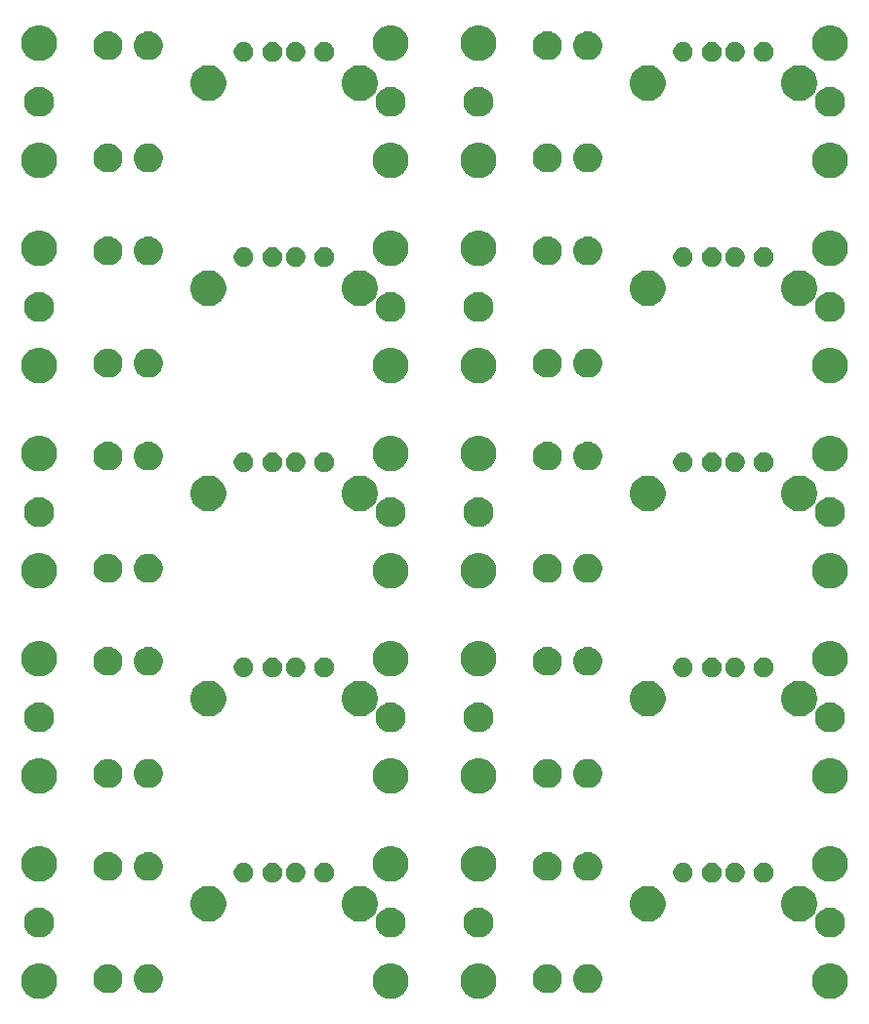
<source format=gbr>
G04 #@! TF.GenerationSoftware,KiCad,Pcbnew,5.1.5-52549c5~86~ubuntu18.04.1*
G04 #@! TF.CreationDate,2020-09-24T17:02:05-05:00*
G04 #@! TF.ProjectId,noname,6e6f6e61-6d65-42e6-9b69-6361645f7063,rev?*
G04 #@! TF.SameCoordinates,Original*
G04 #@! TF.FileFunction,Soldermask,Top*
G04 #@! TF.FilePolarity,Negative*
%FSLAX46Y46*%
G04 Gerber Fmt 4.6, Leading zero omitted, Abs format (unit mm)*
G04 Created by KiCad (PCBNEW 5.1.5-52549c5~86~ubuntu18.04.1) date 2020-09-24 17:02:05*
%MOMM*%
%LPD*%
G04 APERTURE LIST*
%ADD10C,0.100000*%
G04 APERTURE END LIST*
D10*
G36*
X177071385Y-113728802D02*
G01*
X177221210Y-113758604D01*
X177503474Y-113875521D01*
X177757505Y-114045259D01*
X177973541Y-114261295D01*
X178143279Y-114515326D01*
X178260196Y-114797590D01*
X178319800Y-115097240D01*
X178319800Y-115402760D01*
X178260196Y-115702410D01*
X178143279Y-115984674D01*
X177973541Y-116238705D01*
X177757505Y-116454741D01*
X177503474Y-116624479D01*
X177221210Y-116741396D01*
X177071385Y-116771198D01*
X176921561Y-116801000D01*
X176616039Y-116801000D01*
X176466215Y-116771198D01*
X176316390Y-116741396D01*
X176034126Y-116624479D01*
X175780095Y-116454741D01*
X175564059Y-116238705D01*
X175394321Y-115984674D01*
X175277404Y-115702410D01*
X175217800Y-115402760D01*
X175217800Y-115097240D01*
X175277404Y-114797590D01*
X175394321Y-114515326D01*
X175564059Y-114261295D01*
X175780095Y-114045259D01*
X176034126Y-113875521D01*
X176316390Y-113758604D01*
X176466215Y-113728802D01*
X176616039Y-113699000D01*
X176921561Y-113699000D01*
X177071385Y-113728802D01*
G37*
G36*
X108491385Y-113728802D02*
G01*
X108641210Y-113758604D01*
X108923474Y-113875521D01*
X109177505Y-114045259D01*
X109393541Y-114261295D01*
X109563279Y-114515326D01*
X109680196Y-114797590D01*
X109739800Y-115097240D01*
X109739800Y-115402760D01*
X109680196Y-115702410D01*
X109563279Y-115984674D01*
X109393541Y-116238705D01*
X109177505Y-116454741D01*
X108923474Y-116624479D01*
X108641210Y-116741396D01*
X108491385Y-116771198D01*
X108341561Y-116801000D01*
X108036039Y-116801000D01*
X107886215Y-116771198D01*
X107736390Y-116741396D01*
X107454126Y-116624479D01*
X107200095Y-116454741D01*
X106984059Y-116238705D01*
X106814321Y-115984674D01*
X106697404Y-115702410D01*
X106637800Y-115402760D01*
X106637800Y-115097240D01*
X106697404Y-114797590D01*
X106814321Y-114515326D01*
X106984059Y-114261295D01*
X107200095Y-114045259D01*
X107454126Y-113875521D01*
X107736390Y-113758604D01*
X107886215Y-113728802D01*
X108036039Y-113699000D01*
X108341561Y-113699000D01*
X108491385Y-113728802D01*
G37*
G36*
X138971385Y-113728802D02*
G01*
X139121210Y-113758604D01*
X139403474Y-113875521D01*
X139657505Y-114045259D01*
X139873541Y-114261295D01*
X140043279Y-114515326D01*
X140160196Y-114797590D01*
X140219800Y-115097240D01*
X140219800Y-115402760D01*
X140160196Y-115702410D01*
X140043279Y-115984674D01*
X139873541Y-116238705D01*
X139657505Y-116454741D01*
X139403474Y-116624479D01*
X139121210Y-116741396D01*
X138971385Y-116771198D01*
X138821561Y-116801000D01*
X138516039Y-116801000D01*
X138366215Y-116771198D01*
X138216390Y-116741396D01*
X137934126Y-116624479D01*
X137680095Y-116454741D01*
X137464059Y-116238705D01*
X137294321Y-115984674D01*
X137177404Y-115702410D01*
X137117800Y-115402760D01*
X137117800Y-115097240D01*
X137177404Y-114797590D01*
X137294321Y-114515326D01*
X137464059Y-114261295D01*
X137680095Y-114045259D01*
X137934126Y-113875521D01*
X138216390Y-113758604D01*
X138366215Y-113728802D01*
X138516039Y-113699000D01*
X138821561Y-113699000D01*
X138971385Y-113728802D01*
G37*
G36*
X146591385Y-113728802D02*
G01*
X146741210Y-113758604D01*
X147023474Y-113875521D01*
X147277505Y-114045259D01*
X147493541Y-114261295D01*
X147663279Y-114515326D01*
X147780196Y-114797590D01*
X147839800Y-115097240D01*
X147839800Y-115402760D01*
X147780196Y-115702410D01*
X147663279Y-115984674D01*
X147493541Y-116238705D01*
X147277505Y-116454741D01*
X147023474Y-116624479D01*
X146741210Y-116741396D01*
X146591385Y-116771198D01*
X146441561Y-116801000D01*
X146136039Y-116801000D01*
X145986215Y-116771198D01*
X145836390Y-116741396D01*
X145554126Y-116624479D01*
X145300095Y-116454741D01*
X145084059Y-116238705D01*
X144914321Y-115984674D01*
X144797404Y-115702410D01*
X144737800Y-115402760D01*
X144737800Y-115097240D01*
X144797404Y-114797590D01*
X144914321Y-114515326D01*
X145084059Y-114261295D01*
X145300095Y-114045259D01*
X145554126Y-113875521D01*
X145836390Y-113758604D01*
X145986215Y-113728802D01*
X146136039Y-113699000D01*
X146441561Y-113699000D01*
X146591385Y-113728802D01*
G37*
G36*
X114517703Y-113828675D02*
G01*
X114630800Y-113875521D01*
X114745371Y-113922978D01*
X114950266Y-114059885D01*
X115124515Y-114234134D01*
X115261422Y-114439029D01*
X115355725Y-114666697D01*
X115403800Y-114908387D01*
X115403800Y-115154813D01*
X115355725Y-115396503D01*
X115261422Y-115624171D01*
X115124515Y-115829066D01*
X114950266Y-116003315D01*
X114745371Y-116140222D01*
X114745370Y-116140223D01*
X114745369Y-116140223D01*
X114517703Y-116234525D01*
X114276014Y-116282600D01*
X114029586Y-116282600D01*
X113787897Y-116234525D01*
X113560231Y-116140223D01*
X113560230Y-116140223D01*
X113560229Y-116140222D01*
X113355334Y-116003315D01*
X113181085Y-115829066D01*
X113044178Y-115624171D01*
X112949875Y-115396503D01*
X112901800Y-115154813D01*
X112901800Y-114908387D01*
X112949875Y-114666697D01*
X113044178Y-114439029D01*
X113181085Y-114234134D01*
X113355334Y-114059885D01*
X113560229Y-113922978D01*
X113674801Y-113875521D01*
X113787897Y-113828675D01*
X114029586Y-113780600D01*
X114276014Y-113780600D01*
X114517703Y-113828675D01*
G37*
G36*
X118017703Y-113828675D02*
G01*
X118130800Y-113875521D01*
X118245371Y-113922978D01*
X118450266Y-114059885D01*
X118624515Y-114234134D01*
X118761422Y-114439029D01*
X118855725Y-114666697D01*
X118903800Y-114908387D01*
X118903800Y-115154813D01*
X118855725Y-115396503D01*
X118761422Y-115624171D01*
X118624515Y-115829066D01*
X118450266Y-116003315D01*
X118245371Y-116140222D01*
X118245370Y-116140223D01*
X118245369Y-116140223D01*
X118017703Y-116234525D01*
X117776014Y-116282600D01*
X117529586Y-116282600D01*
X117287897Y-116234525D01*
X117060231Y-116140223D01*
X117060230Y-116140223D01*
X117060229Y-116140222D01*
X116855334Y-116003315D01*
X116681085Y-115829066D01*
X116544178Y-115624171D01*
X116449875Y-115396503D01*
X116401800Y-115154813D01*
X116401800Y-114908387D01*
X116449875Y-114666697D01*
X116544178Y-114439029D01*
X116681085Y-114234134D01*
X116855334Y-114059885D01*
X117060229Y-113922978D01*
X117174801Y-113875521D01*
X117287897Y-113828675D01*
X117529586Y-113780600D01*
X117776014Y-113780600D01*
X118017703Y-113828675D01*
G37*
G36*
X156117703Y-113828675D02*
G01*
X156230800Y-113875521D01*
X156345371Y-113922978D01*
X156550266Y-114059885D01*
X156724515Y-114234134D01*
X156861422Y-114439029D01*
X156955725Y-114666697D01*
X157003800Y-114908387D01*
X157003800Y-115154813D01*
X156955725Y-115396503D01*
X156861422Y-115624171D01*
X156724515Y-115829066D01*
X156550266Y-116003315D01*
X156345371Y-116140222D01*
X156345370Y-116140223D01*
X156345369Y-116140223D01*
X156117703Y-116234525D01*
X155876014Y-116282600D01*
X155629586Y-116282600D01*
X155387897Y-116234525D01*
X155160231Y-116140223D01*
X155160230Y-116140223D01*
X155160229Y-116140222D01*
X154955334Y-116003315D01*
X154781085Y-115829066D01*
X154644178Y-115624171D01*
X154549875Y-115396503D01*
X154501800Y-115154813D01*
X154501800Y-114908387D01*
X154549875Y-114666697D01*
X154644178Y-114439029D01*
X154781085Y-114234134D01*
X154955334Y-114059885D01*
X155160229Y-113922978D01*
X155274801Y-113875521D01*
X155387897Y-113828675D01*
X155629586Y-113780600D01*
X155876014Y-113780600D01*
X156117703Y-113828675D01*
G37*
G36*
X152617703Y-113828675D02*
G01*
X152730800Y-113875521D01*
X152845371Y-113922978D01*
X153050266Y-114059885D01*
X153224515Y-114234134D01*
X153361422Y-114439029D01*
X153455725Y-114666697D01*
X153503800Y-114908387D01*
X153503800Y-115154813D01*
X153455725Y-115396503D01*
X153361422Y-115624171D01*
X153224515Y-115829066D01*
X153050266Y-116003315D01*
X152845371Y-116140222D01*
X152845370Y-116140223D01*
X152845369Y-116140223D01*
X152617703Y-116234525D01*
X152376014Y-116282600D01*
X152129586Y-116282600D01*
X151887897Y-116234525D01*
X151660231Y-116140223D01*
X151660230Y-116140223D01*
X151660229Y-116140222D01*
X151455334Y-116003315D01*
X151281085Y-115829066D01*
X151144178Y-115624171D01*
X151049875Y-115396503D01*
X151001800Y-115154813D01*
X151001800Y-114908387D01*
X151049875Y-114666697D01*
X151144178Y-114439029D01*
X151281085Y-114234134D01*
X151455334Y-114059885D01*
X151660229Y-113922978D01*
X151774801Y-113875521D01*
X151887897Y-113828675D01*
X152129586Y-113780600D01*
X152376014Y-113780600D01*
X152617703Y-113828675D01*
G37*
G36*
X146668193Y-108919304D02*
G01*
X146904901Y-109017352D01*
X146904903Y-109017353D01*
X147117935Y-109159696D01*
X147299104Y-109340865D01*
X147441447Y-109553897D01*
X147441448Y-109553899D01*
X147539496Y-109790607D01*
X147589480Y-110041893D01*
X147589480Y-110298107D01*
X147539496Y-110549393D01*
X147441448Y-110786101D01*
X147441447Y-110786103D01*
X147299104Y-110999135D01*
X147117935Y-111180304D01*
X146904903Y-111322647D01*
X146904902Y-111322648D01*
X146904901Y-111322648D01*
X146668193Y-111420696D01*
X146416907Y-111470680D01*
X146160693Y-111470680D01*
X145909407Y-111420696D01*
X145672699Y-111322648D01*
X145672698Y-111322648D01*
X145672697Y-111322647D01*
X145459665Y-111180304D01*
X145278496Y-110999135D01*
X145136153Y-110786103D01*
X145136152Y-110786101D01*
X145038104Y-110549393D01*
X144988120Y-110298107D01*
X144988120Y-110041893D01*
X145038104Y-109790607D01*
X145136152Y-109553899D01*
X145136153Y-109553897D01*
X145278496Y-109340865D01*
X145459665Y-109159696D01*
X145672697Y-109017353D01*
X145672699Y-109017352D01*
X145909407Y-108919304D01*
X146160693Y-108869320D01*
X146416907Y-108869320D01*
X146668193Y-108919304D01*
G37*
G36*
X177148193Y-108919304D02*
G01*
X177384901Y-109017352D01*
X177384903Y-109017353D01*
X177597935Y-109159696D01*
X177779104Y-109340865D01*
X177921447Y-109553897D01*
X177921448Y-109553899D01*
X178019496Y-109790607D01*
X178069480Y-110041893D01*
X178069480Y-110298107D01*
X178019496Y-110549393D01*
X177921448Y-110786101D01*
X177921447Y-110786103D01*
X177779104Y-110999135D01*
X177597935Y-111180304D01*
X177384903Y-111322647D01*
X177384902Y-111322648D01*
X177384901Y-111322648D01*
X177148193Y-111420696D01*
X176896907Y-111470680D01*
X176640693Y-111470680D01*
X176389407Y-111420696D01*
X176152699Y-111322648D01*
X176152698Y-111322648D01*
X176152697Y-111322647D01*
X175939665Y-111180304D01*
X175758496Y-110999135D01*
X175616153Y-110786103D01*
X175616152Y-110786101D01*
X175518104Y-110549393D01*
X175468120Y-110298107D01*
X175468120Y-110041893D01*
X175518104Y-109790607D01*
X175616152Y-109553899D01*
X175616153Y-109553897D01*
X175758496Y-109340865D01*
X175939665Y-109159696D01*
X176152697Y-109017353D01*
X176152699Y-109017352D01*
X176389407Y-108919304D01*
X176640693Y-108869320D01*
X176896907Y-108869320D01*
X177148193Y-108919304D01*
G37*
G36*
X139048193Y-108919304D02*
G01*
X139284901Y-109017352D01*
X139284903Y-109017353D01*
X139497935Y-109159696D01*
X139679104Y-109340865D01*
X139821447Y-109553897D01*
X139821448Y-109553899D01*
X139919496Y-109790607D01*
X139969480Y-110041893D01*
X139969480Y-110298107D01*
X139919496Y-110549393D01*
X139821448Y-110786101D01*
X139821447Y-110786103D01*
X139679104Y-110999135D01*
X139497935Y-111180304D01*
X139284903Y-111322647D01*
X139284902Y-111322648D01*
X139284901Y-111322648D01*
X139048193Y-111420696D01*
X138796907Y-111470680D01*
X138540693Y-111470680D01*
X138289407Y-111420696D01*
X138052699Y-111322648D01*
X138052698Y-111322648D01*
X138052697Y-111322647D01*
X137839665Y-111180304D01*
X137658496Y-110999135D01*
X137516153Y-110786103D01*
X137516152Y-110786101D01*
X137418104Y-110549393D01*
X137368120Y-110298107D01*
X137368120Y-110041893D01*
X137418104Y-109790607D01*
X137516152Y-109553899D01*
X137516153Y-109553897D01*
X137658496Y-109340865D01*
X137839665Y-109159696D01*
X138052697Y-109017353D01*
X138052699Y-109017352D01*
X138289407Y-108919304D01*
X138540693Y-108869320D01*
X138796907Y-108869320D01*
X139048193Y-108919304D01*
G37*
G36*
X108568193Y-108919304D02*
G01*
X108804901Y-109017352D01*
X108804903Y-109017353D01*
X109017935Y-109159696D01*
X109199104Y-109340865D01*
X109341447Y-109553897D01*
X109341448Y-109553899D01*
X109439496Y-109790607D01*
X109489480Y-110041893D01*
X109489480Y-110298107D01*
X109439496Y-110549393D01*
X109341448Y-110786101D01*
X109341447Y-110786103D01*
X109199104Y-110999135D01*
X109017935Y-111180304D01*
X108804903Y-111322647D01*
X108804902Y-111322648D01*
X108804901Y-111322648D01*
X108568193Y-111420696D01*
X108316907Y-111470680D01*
X108060693Y-111470680D01*
X107809407Y-111420696D01*
X107572699Y-111322648D01*
X107572698Y-111322648D01*
X107572697Y-111322647D01*
X107359665Y-111180304D01*
X107178496Y-110999135D01*
X107036153Y-110786103D01*
X107036152Y-110786101D01*
X106938104Y-110549393D01*
X106888120Y-110298107D01*
X106888120Y-110041893D01*
X106938104Y-109790607D01*
X107036152Y-109553899D01*
X107036153Y-109553897D01*
X107178496Y-109340865D01*
X107359665Y-109159696D01*
X107572697Y-109017353D01*
X107572699Y-109017352D01*
X107809407Y-108919304D01*
X108060693Y-108869320D01*
X108316907Y-108869320D01*
X108568193Y-108919304D01*
G37*
G36*
X136285185Y-107030602D02*
G01*
X136435010Y-107060404D01*
X136717274Y-107177321D01*
X136971305Y-107347059D01*
X137187341Y-107563095D01*
X137357079Y-107817126D01*
X137473996Y-108099390D01*
X137533600Y-108399040D01*
X137533600Y-108704560D01*
X137473996Y-109004210D01*
X137357079Y-109286474D01*
X137187341Y-109540505D01*
X136971305Y-109756541D01*
X136717274Y-109926279D01*
X136435010Y-110043196D01*
X136285185Y-110072998D01*
X136135361Y-110102800D01*
X135829839Y-110102800D01*
X135680015Y-110072998D01*
X135530190Y-110043196D01*
X135247926Y-109926279D01*
X134993895Y-109756541D01*
X134777859Y-109540505D01*
X134608121Y-109286474D01*
X134491204Y-109004210D01*
X134431600Y-108704560D01*
X134431600Y-108399040D01*
X134491204Y-108099390D01*
X134608121Y-107817126D01*
X134777859Y-107563095D01*
X134993895Y-107347059D01*
X135247926Y-107177321D01*
X135530190Y-107060404D01*
X135680015Y-107030602D01*
X135829839Y-107000800D01*
X136135361Y-107000800D01*
X136285185Y-107030602D01*
G37*
G36*
X161245185Y-107030602D02*
G01*
X161395010Y-107060404D01*
X161677274Y-107177321D01*
X161931305Y-107347059D01*
X162147341Y-107563095D01*
X162317079Y-107817126D01*
X162433996Y-108099390D01*
X162493600Y-108399040D01*
X162493600Y-108704560D01*
X162433996Y-109004210D01*
X162317079Y-109286474D01*
X162147341Y-109540505D01*
X161931305Y-109756541D01*
X161677274Y-109926279D01*
X161395010Y-110043196D01*
X161245185Y-110072998D01*
X161095361Y-110102800D01*
X160789839Y-110102800D01*
X160640015Y-110072998D01*
X160490190Y-110043196D01*
X160207926Y-109926279D01*
X159953895Y-109756541D01*
X159737859Y-109540505D01*
X159568121Y-109286474D01*
X159451204Y-109004210D01*
X159391600Y-108704560D01*
X159391600Y-108399040D01*
X159451204Y-108099390D01*
X159568121Y-107817126D01*
X159737859Y-107563095D01*
X159953895Y-107347059D01*
X160207926Y-107177321D01*
X160490190Y-107060404D01*
X160640015Y-107030602D01*
X160789839Y-107000800D01*
X161095361Y-107000800D01*
X161245185Y-107030602D01*
G37*
G36*
X123145185Y-107030602D02*
G01*
X123295010Y-107060404D01*
X123577274Y-107177321D01*
X123831305Y-107347059D01*
X124047341Y-107563095D01*
X124217079Y-107817126D01*
X124333996Y-108099390D01*
X124393600Y-108399040D01*
X124393600Y-108704560D01*
X124333996Y-109004210D01*
X124217079Y-109286474D01*
X124047341Y-109540505D01*
X123831305Y-109756541D01*
X123577274Y-109926279D01*
X123295010Y-110043196D01*
X123145185Y-110072998D01*
X122995361Y-110102800D01*
X122689839Y-110102800D01*
X122540015Y-110072998D01*
X122390190Y-110043196D01*
X122107926Y-109926279D01*
X121853895Y-109756541D01*
X121637859Y-109540505D01*
X121468121Y-109286474D01*
X121351204Y-109004210D01*
X121291600Y-108704560D01*
X121291600Y-108399040D01*
X121351204Y-108099390D01*
X121468121Y-107817126D01*
X121637859Y-107563095D01*
X121853895Y-107347059D01*
X122107926Y-107177321D01*
X122390190Y-107060404D01*
X122540015Y-107030602D01*
X122689839Y-107000800D01*
X122995361Y-107000800D01*
X123145185Y-107030602D01*
G37*
G36*
X174385185Y-107030602D02*
G01*
X174535010Y-107060404D01*
X174817274Y-107177321D01*
X175071305Y-107347059D01*
X175287341Y-107563095D01*
X175457079Y-107817126D01*
X175573996Y-108099390D01*
X175633600Y-108399040D01*
X175633600Y-108704560D01*
X175573996Y-109004210D01*
X175457079Y-109286474D01*
X175287341Y-109540505D01*
X175071305Y-109756541D01*
X174817274Y-109926279D01*
X174535010Y-110043196D01*
X174385185Y-110072998D01*
X174235361Y-110102800D01*
X173929839Y-110102800D01*
X173780015Y-110072998D01*
X173630190Y-110043196D01*
X173347926Y-109926279D01*
X173093895Y-109756541D01*
X172877859Y-109540505D01*
X172708121Y-109286474D01*
X172591204Y-109004210D01*
X172531600Y-108704560D01*
X172531600Y-108399040D01*
X172591204Y-108099390D01*
X172708121Y-107817126D01*
X172877859Y-107563095D01*
X173093895Y-107347059D01*
X173347926Y-107177321D01*
X173630190Y-107060404D01*
X173780015Y-107030602D01*
X173929839Y-107000800D01*
X174235361Y-107000800D01*
X174385185Y-107030602D01*
G37*
G36*
X133160828Y-105023503D02*
G01*
X133315700Y-105087653D01*
X133455081Y-105180785D01*
X133573615Y-105299319D01*
X133666747Y-105438700D01*
X133730897Y-105593572D01*
X133763600Y-105757984D01*
X133763600Y-105925616D01*
X133730897Y-106090028D01*
X133666747Y-106244900D01*
X133573615Y-106384281D01*
X133455081Y-106502815D01*
X133315700Y-106595947D01*
X133160828Y-106660097D01*
X132996416Y-106692800D01*
X132828784Y-106692800D01*
X132664372Y-106660097D01*
X132509500Y-106595947D01*
X132370119Y-106502815D01*
X132251585Y-106384281D01*
X132158453Y-106244900D01*
X132094303Y-106090028D01*
X132061600Y-105925616D01*
X132061600Y-105757984D01*
X132094303Y-105593572D01*
X132158453Y-105438700D01*
X132251585Y-105299319D01*
X132370119Y-105180785D01*
X132509500Y-105087653D01*
X132664372Y-105023503D01*
X132828784Y-104990800D01*
X132996416Y-104990800D01*
X133160828Y-105023503D01*
G37*
G36*
X128660828Y-105023503D02*
G01*
X128815700Y-105087653D01*
X128955081Y-105180785D01*
X129073615Y-105299319D01*
X129166747Y-105438700D01*
X129230897Y-105593572D01*
X129263600Y-105757984D01*
X129263600Y-105925616D01*
X129230897Y-106090028D01*
X129166747Y-106244900D01*
X129073615Y-106384281D01*
X128955081Y-106502815D01*
X128815700Y-106595947D01*
X128660828Y-106660097D01*
X128496416Y-106692800D01*
X128328784Y-106692800D01*
X128164372Y-106660097D01*
X128009500Y-106595947D01*
X127870119Y-106502815D01*
X127751585Y-106384281D01*
X127658453Y-106244900D01*
X127594303Y-106090028D01*
X127561600Y-105925616D01*
X127561600Y-105757984D01*
X127594303Y-105593572D01*
X127658453Y-105438700D01*
X127751585Y-105299319D01*
X127870119Y-105180785D01*
X128009500Y-105087653D01*
X128164372Y-105023503D01*
X128328784Y-104990800D01*
X128496416Y-104990800D01*
X128660828Y-105023503D01*
G37*
G36*
X130660828Y-105023503D02*
G01*
X130815700Y-105087653D01*
X130955081Y-105180785D01*
X131073615Y-105299319D01*
X131166747Y-105438700D01*
X131230897Y-105593572D01*
X131263600Y-105757984D01*
X131263600Y-105925616D01*
X131230897Y-106090028D01*
X131166747Y-106244900D01*
X131073615Y-106384281D01*
X130955081Y-106502815D01*
X130815700Y-106595947D01*
X130660828Y-106660097D01*
X130496416Y-106692800D01*
X130328784Y-106692800D01*
X130164372Y-106660097D01*
X130009500Y-106595947D01*
X129870119Y-106502815D01*
X129751585Y-106384281D01*
X129658453Y-106244900D01*
X129594303Y-106090028D01*
X129561600Y-105925616D01*
X129561600Y-105757984D01*
X129594303Y-105593572D01*
X129658453Y-105438700D01*
X129751585Y-105299319D01*
X129870119Y-105180785D01*
X130009500Y-105087653D01*
X130164372Y-105023503D01*
X130328784Y-104990800D01*
X130496416Y-104990800D01*
X130660828Y-105023503D01*
G37*
G36*
X166760828Y-105023503D02*
G01*
X166915700Y-105087653D01*
X167055081Y-105180785D01*
X167173615Y-105299319D01*
X167266747Y-105438700D01*
X167330897Y-105593572D01*
X167363600Y-105757984D01*
X167363600Y-105925616D01*
X167330897Y-106090028D01*
X167266747Y-106244900D01*
X167173615Y-106384281D01*
X167055081Y-106502815D01*
X166915700Y-106595947D01*
X166760828Y-106660097D01*
X166596416Y-106692800D01*
X166428784Y-106692800D01*
X166264372Y-106660097D01*
X166109500Y-106595947D01*
X165970119Y-106502815D01*
X165851585Y-106384281D01*
X165758453Y-106244900D01*
X165694303Y-106090028D01*
X165661600Y-105925616D01*
X165661600Y-105757984D01*
X165694303Y-105593572D01*
X165758453Y-105438700D01*
X165851585Y-105299319D01*
X165970119Y-105180785D01*
X166109500Y-105087653D01*
X166264372Y-105023503D01*
X166428784Y-104990800D01*
X166596416Y-104990800D01*
X166760828Y-105023503D01*
G37*
G36*
X171260828Y-105023503D02*
G01*
X171415700Y-105087653D01*
X171555081Y-105180785D01*
X171673615Y-105299319D01*
X171766747Y-105438700D01*
X171830897Y-105593572D01*
X171863600Y-105757984D01*
X171863600Y-105925616D01*
X171830897Y-106090028D01*
X171766747Y-106244900D01*
X171673615Y-106384281D01*
X171555081Y-106502815D01*
X171415700Y-106595947D01*
X171260828Y-106660097D01*
X171096416Y-106692800D01*
X170928784Y-106692800D01*
X170764372Y-106660097D01*
X170609500Y-106595947D01*
X170470119Y-106502815D01*
X170351585Y-106384281D01*
X170258453Y-106244900D01*
X170194303Y-106090028D01*
X170161600Y-105925616D01*
X170161600Y-105757984D01*
X170194303Y-105593572D01*
X170258453Y-105438700D01*
X170351585Y-105299319D01*
X170470119Y-105180785D01*
X170609500Y-105087653D01*
X170764372Y-105023503D01*
X170928784Y-104990800D01*
X171096416Y-104990800D01*
X171260828Y-105023503D01*
G37*
G36*
X126160828Y-105023503D02*
G01*
X126315700Y-105087653D01*
X126455081Y-105180785D01*
X126573615Y-105299319D01*
X126666747Y-105438700D01*
X126730897Y-105593572D01*
X126763600Y-105757984D01*
X126763600Y-105925616D01*
X126730897Y-106090028D01*
X126666747Y-106244900D01*
X126573615Y-106384281D01*
X126455081Y-106502815D01*
X126315700Y-106595947D01*
X126160828Y-106660097D01*
X125996416Y-106692800D01*
X125828784Y-106692800D01*
X125664372Y-106660097D01*
X125509500Y-106595947D01*
X125370119Y-106502815D01*
X125251585Y-106384281D01*
X125158453Y-106244900D01*
X125094303Y-106090028D01*
X125061600Y-105925616D01*
X125061600Y-105757984D01*
X125094303Y-105593572D01*
X125158453Y-105438700D01*
X125251585Y-105299319D01*
X125370119Y-105180785D01*
X125509500Y-105087653D01*
X125664372Y-105023503D01*
X125828784Y-104990800D01*
X125996416Y-104990800D01*
X126160828Y-105023503D01*
G37*
G36*
X164260828Y-105023503D02*
G01*
X164415700Y-105087653D01*
X164555081Y-105180785D01*
X164673615Y-105299319D01*
X164766747Y-105438700D01*
X164830897Y-105593572D01*
X164863600Y-105757984D01*
X164863600Y-105925616D01*
X164830897Y-106090028D01*
X164766747Y-106244900D01*
X164673615Y-106384281D01*
X164555081Y-106502815D01*
X164415700Y-106595947D01*
X164260828Y-106660097D01*
X164096416Y-106692800D01*
X163928784Y-106692800D01*
X163764372Y-106660097D01*
X163609500Y-106595947D01*
X163470119Y-106502815D01*
X163351585Y-106384281D01*
X163258453Y-106244900D01*
X163194303Y-106090028D01*
X163161600Y-105925616D01*
X163161600Y-105757984D01*
X163194303Y-105593572D01*
X163258453Y-105438700D01*
X163351585Y-105299319D01*
X163470119Y-105180785D01*
X163609500Y-105087653D01*
X163764372Y-105023503D01*
X163928784Y-104990800D01*
X164096416Y-104990800D01*
X164260828Y-105023503D01*
G37*
G36*
X168760828Y-105023503D02*
G01*
X168915700Y-105087653D01*
X169055081Y-105180785D01*
X169173615Y-105299319D01*
X169266747Y-105438700D01*
X169330897Y-105593572D01*
X169363600Y-105757984D01*
X169363600Y-105925616D01*
X169330897Y-106090028D01*
X169266747Y-106244900D01*
X169173615Y-106384281D01*
X169055081Y-106502815D01*
X168915700Y-106595947D01*
X168760828Y-106660097D01*
X168596416Y-106692800D01*
X168428784Y-106692800D01*
X168264372Y-106660097D01*
X168109500Y-106595947D01*
X167970119Y-106502815D01*
X167851585Y-106384281D01*
X167758453Y-106244900D01*
X167694303Y-106090028D01*
X167661600Y-105925616D01*
X167661600Y-105757984D01*
X167694303Y-105593572D01*
X167758453Y-105438700D01*
X167851585Y-105299319D01*
X167970119Y-105180785D01*
X168109500Y-105087653D01*
X168264372Y-105023503D01*
X168428784Y-104990800D01*
X168596416Y-104990800D01*
X168760828Y-105023503D01*
G37*
G36*
X108491385Y-103568802D02*
G01*
X108641210Y-103598604D01*
X108923474Y-103715521D01*
X109177505Y-103885259D01*
X109393541Y-104101295D01*
X109563279Y-104355326D01*
X109680196Y-104637590D01*
X109739800Y-104937240D01*
X109739800Y-105242760D01*
X109680196Y-105542410D01*
X109563279Y-105824674D01*
X109393541Y-106078705D01*
X109177505Y-106294741D01*
X108923474Y-106464479D01*
X108641210Y-106581396D01*
X108568057Y-106595947D01*
X108341561Y-106641000D01*
X108036039Y-106641000D01*
X107809543Y-106595947D01*
X107736390Y-106581396D01*
X107454126Y-106464479D01*
X107200095Y-106294741D01*
X106984059Y-106078705D01*
X106814321Y-105824674D01*
X106697404Y-105542410D01*
X106637800Y-105242760D01*
X106637800Y-104937240D01*
X106697404Y-104637590D01*
X106814321Y-104355326D01*
X106984059Y-104101295D01*
X107200095Y-103885259D01*
X107454126Y-103715521D01*
X107736390Y-103598604D01*
X107886215Y-103568802D01*
X108036039Y-103539000D01*
X108341561Y-103539000D01*
X108491385Y-103568802D01*
G37*
G36*
X146591385Y-103568802D02*
G01*
X146741210Y-103598604D01*
X147023474Y-103715521D01*
X147277505Y-103885259D01*
X147493541Y-104101295D01*
X147663279Y-104355326D01*
X147780196Y-104637590D01*
X147839800Y-104937240D01*
X147839800Y-105242760D01*
X147780196Y-105542410D01*
X147663279Y-105824674D01*
X147493541Y-106078705D01*
X147277505Y-106294741D01*
X147023474Y-106464479D01*
X146741210Y-106581396D01*
X146668057Y-106595947D01*
X146441561Y-106641000D01*
X146136039Y-106641000D01*
X145909543Y-106595947D01*
X145836390Y-106581396D01*
X145554126Y-106464479D01*
X145300095Y-106294741D01*
X145084059Y-106078705D01*
X144914321Y-105824674D01*
X144797404Y-105542410D01*
X144737800Y-105242760D01*
X144737800Y-104937240D01*
X144797404Y-104637590D01*
X144914321Y-104355326D01*
X145084059Y-104101295D01*
X145300095Y-103885259D01*
X145554126Y-103715521D01*
X145836390Y-103598604D01*
X145986215Y-103568802D01*
X146136039Y-103539000D01*
X146441561Y-103539000D01*
X146591385Y-103568802D01*
G37*
G36*
X138971385Y-103568802D02*
G01*
X139121210Y-103598604D01*
X139403474Y-103715521D01*
X139657505Y-103885259D01*
X139873541Y-104101295D01*
X140043279Y-104355326D01*
X140160196Y-104637590D01*
X140219800Y-104937240D01*
X140219800Y-105242760D01*
X140160196Y-105542410D01*
X140043279Y-105824674D01*
X139873541Y-106078705D01*
X139657505Y-106294741D01*
X139403474Y-106464479D01*
X139121210Y-106581396D01*
X139048057Y-106595947D01*
X138821561Y-106641000D01*
X138516039Y-106641000D01*
X138289543Y-106595947D01*
X138216390Y-106581396D01*
X137934126Y-106464479D01*
X137680095Y-106294741D01*
X137464059Y-106078705D01*
X137294321Y-105824674D01*
X137177404Y-105542410D01*
X137117800Y-105242760D01*
X137117800Y-104937240D01*
X137177404Y-104637590D01*
X137294321Y-104355326D01*
X137464059Y-104101295D01*
X137680095Y-103885259D01*
X137934126Y-103715521D01*
X138216390Y-103598604D01*
X138366215Y-103568802D01*
X138516039Y-103539000D01*
X138821561Y-103539000D01*
X138971385Y-103568802D01*
G37*
G36*
X177071385Y-103568802D02*
G01*
X177221210Y-103598604D01*
X177503474Y-103715521D01*
X177757505Y-103885259D01*
X177973541Y-104101295D01*
X178143279Y-104355326D01*
X178260196Y-104637590D01*
X178319800Y-104937240D01*
X178319800Y-105242760D01*
X178260196Y-105542410D01*
X178143279Y-105824674D01*
X177973541Y-106078705D01*
X177757505Y-106294741D01*
X177503474Y-106464479D01*
X177221210Y-106581396D01*
X177148057Y-106595947D01*
X176921561Y-106641000D01*
X176616039Y-106641000D01*
X176389543Y-106595947D01*
X176316390Y-106581396D01*
X176034126Y-106464479D01*
X175780095Y-106294741D01*
X175564059Y-106078705D01*
X175394321Y-105824674D01*
X175277404Y-105542410D01*
X175217800Y-105242760D01*
X175217800Y-104937240D01*
X175277404Y-104637590D01*
X175394321Y-104355326D01*
X175564059Y-104101295D01*
X175780095Y-103885259D01*
X176034126Y-103715521D01*
X176316390Y-103598604D01*
X176466215Y-103568802D01*
X176616039Y-103539000D01*
X176921561Y-103539000D01*
X177071385Y-103568802D01*
G37*
G36*
X114496689Y-104101295D02*
G01*
X114517703Y-104105475D01*
X114745371Y-104199778D01*
X114950266Y-104336685D01*
X115124515Y-104510934D01*
X115261422Y-104715829D01*
X115261423Y-104715831D01*
X115355725Y-104943497D01*
X115403800Y-105185186D01*
X115403800Y-105431614D01*
X115355725Y-105673303D01*
X115261422Y-105900971D01*
X115124515Y-106105866D01*
X114950266Y-106280115D01*
X114745371Y-106417022D01*
X114745370Y-106417023D01*
X114745369Y-106417023D01*
X114517703Y-106511325D01*
X114276014Y-106559400D01*
X114029586Y-106559400D01*
X113787897Y-106511325D01*
X113560231Y-106417023D01*
X113560230Y-106417023D01*
X113560229Y-106417022D01*
X113355334Y-106280115D01*
X113181085Y-106105866D01*
X113044178Y-105900971D01*
X112949875Y-105673303D01*
X112901800Y-105431614D01*
X112901800Y-105185186D01*
X112949875Y-104943497D01*
X113044177Y-104715831D01*
X113044178Y-104715829D01*
X113181085Y-104510934D01*
X113355334Y-104336685D01*
X113560229Y-104199778D01*
X113787897Y-104105475D01*
X113808911Y-104101295D01*
X114029586Y-104057400D01*
X114276014Y-104057400D01*
X114496689Y-104101295D01*
G37*
G36*
X156096689Y-104101295D02*
G01*
X156117703Y-104105475D01*
X156345371Y-104199778D01*
X156550266Y-104336685D01*
X156724515Y-104510934D01*
X156861422Y-104715829D01*
X156861423Y-104715831D01*
X156955725Y-104943497D01*
X157003800Y-105185186D01*
X157003800Y-105431614D01*
X156955725Y-105673303D01*
X156861422Y-105900971D01*
X156724515Y-106105866D01*
X156550266Y-106280115D01*
X156345371Y-106417022D01*
X156345370Y-106417023D01*
X156345369Y-106417023D01*
X156117703Y-106511325D01*
X155876014Y-106559400D01*
X155629586Y-106559400D01*
X155387897Y-106511325D01*
X155160231Y-106417023D01*
X155160230Y-106417023D01*
X155160229Y-106417022D01*
X154955334Y-106280115D01*
X154781085Y-106105866D01*
X154644178Y-105900971D01*
X154549875Y-105673303D01*
X154501800Y-105431614D01*
X154501800Y-105185186D01*
X154549875Y-104943497D01*
X154644177Y-104715831D01*
X154644178Y-104715829D01*
X154781085Y-104510934D01*
X154955334Y-104336685D01*
X155160229Y-104199778D01*
X155387897Y-104105475D01*
X155408911Y-104101295D01*
X155629586Y-104057400D01*
X155876014Y-104057400D01*
X156096689Y-104101295D01*
G37*
G36*
X152596689Y-104101295D02*
G01*
X152617703Y-104105475D01*
X152845371Y-104199778D01*
X153050266Y-104336685D01*
X153224515Y-104510934D01*
X153361422Y-104715829D01*
X153361423Y-104715831D01*
X153455725Y-104943497D01*
X153503800Y-105185186D01*
X153503800Y-105431614D01*
X153455725Y-105673303D01*
X153361422Y-105900971D01*
X153224515Y-106105866D01*
X153050266Y-106280115D01*
X152845371Y-106417022D01*
X152845370Y-106417023D01*
X152845369Y-106417023D01*
X152617703Y-106511325D01*
X152376014Y-106559400D01*
X152129586Y-106559400D01*
X151887897Y-106511325D01*
X151660231Y-106417023D01*
X151660230Y-106417023D01*
X151660229Y-106417022D01*
X151455334Y-106280115D01*
X151281085Y-106105866D01*
X151144178Y-105900971D01*
X151049875Y-105673303D01*
X151001800Y-105431614D01*
X151001800Y-105185186D01*
X151049875Y-104943497D01*
X151144177Y-104715831D01*
X151144178Y-104715829D01*
X151281085Y-104510934D01*
X151455334Y-104336685D01*
X151660229Y-104199778D01*
X151887897Y-104105475D01*
X151908911Y-104101295D01*
X152129586Y-104057400D01*
X152376014Y-104057400D01*
X152596689Y-104101295D01*
G37*
G36*
X117996689Y-104101295D02*
G01*
X118017703Y-104105475D01*
X118245371Y-104199778D01*
X118450266Y-104336685D01*
X118624515Y-104510934D01*
X118761422Y-104715829D01*
X118761423Y-104715831D01*
X118855725Y-104943497D01*
X118903800Y-105185186D01*
X118903800Y-105431614D01*
X118855725Y-105673303D01*
X118761422Y-105900971D01*
X118624515Y-106105866D01*
X118450266Y-106280115D01*
X118245371Y-106417022D01*
X118245370Y-106417023D01*
X118245369Y-106417023D01*
X118017703Y-106511325D01*
X117776014Y-106559400D01*
X117529586Y-106559400D01*
X117287897Y-106511325D01*
X117060231Y-106417023D01*
X117060230Y-106417023D01*
X117060229Y-106417022D01*
X116855334Y-106280115D01*
X116681085Y-106105866D01*
X116544178Y-105900971D01*
X116449875Y-105673303D01*
X116401800Y-105431614D01*
X116401800Y-105185186D01*
X116449875Y-104943497D01*
X116544177Y-104715831D01*
X116544178Y-104715829D01*
X116681085Y-104510934D01*
X116855334Y-104336685D01*
X117060229Y-104199778D01*
X117287897Y-104105475D01*
X117308911Y-104101295D01*
X117529586Y-104057400D01*
X117776014Y-104057400D01*
X117996689Y-104101295D01*
G37*
G36*
X177071385Y-95948802D02*
G01*
X177221210Y-95978604D01*
X177503474Y-96095521D01*
X177757505Y-96265259D01*
X177973541Y-96481295D01*
X178143279Y-96735326D01*
X178260196Y-97017590D01*
X178319800Y-97317240D01*
X178319800Y-97622760D01*
X178260196Y-97922410D01*
X178143279Y-98204674D01*
X177973541Y-98458705D01*
X177757505Y-98674741D01*
X177503474Y-98844479D01*
X177221210Y-98961396D01*
X177071385Y-98991198D01*
X176921561Y-99021000D01*
X176616039Y-99021000D01*
X176466215Y-98991198D01*
X176316390Y-98961396D01*
X176034126Y-98844479D01*
X175780095Y-98674741D01*
X175564059Y-98458705D01*
X175394321Y-98204674D01*
X175277404Y-97922410D01*
X175217800Y-97622760D01*
X175217800Y-97317240D01*
X175277404Y-97017590D01*
X175394321Y-96735326D01*
X175564059Y-96481295D01*
X175780095Y-96265259D01*
X176034126Y-96095521D01*
X176316390Y-95978604D01*
X176466215Y-95948802D01*
X176616039Y-95919000D01*
X176921561Y-95919000D01*
X177071385Y-95948802D01*
G37*
G36*
X146591385Y-95948802D02*
G01*
X146741210Y-95978604D01*
X147023474Y-96095521D01*
X147277505Y-96265259D01*
X147493541Y-96481295D01*
X147663279Y-96735326D01*
X147780196Y-97017590D01*
X147839800Y-97317240D01*
X147839800Y-97622760D01*
X147780196Y-97922410D01*
X147663279Y-98204674D01*
X147493541Y-98458705D01*
X147277505Y-98674741D01*
X147023474Y-98844479D01*
X146741210Y-98961396D01*
X146591385Y-98991198D01*
X146441561Y-99021000D01*
X146136039Y-99021000D01*
X145986215Y-98991198D01*
X145836390Y-98961396D01*
X145554126Y-98844479D01*
X145300095Y-98674741D01*
X145084059Y-98458705D01*
X144914321Y-98204674D01*
X144797404Y-97922410D01*
X144737800Y-97622760D01*
X144737800Y-97317240D01*
X144797404Y-97017590D01*
X144914321Y-96735326D01*
X145084059Y-96481295D01*
X145300095Y-96265259D01*
X145554126Y-96095521D01*
X145836390Y-95978604D01*
X145986215Y-95948802D01*
X146136039Y-95919000D01*
X146441561Y-95919000D01*
X146591385Y-95948802D01*
G37*
G36*
X108491385Y-95948802D02*
G01*
X108641210Y-95978604D01*
X108923474Y-96095521D01*
X109177505Y-96265259D01*
X109393541Y-96481295D01*
X109563279Y-96735326D01*
X109680196Y-97017590D01*
X109739800Y-97317240D01*
X109739800Y-97622760D01*
X109680196Y-97922410D01*
X109563279Y-98204674D01*
X109393541Y-98458705D01*
X109177505Y-98674741D01*
X108923474Y-98844479D01*
X108641210Y-98961396D01*
X108491385Y-98991198D01*
X108341561Y-99021000D01*
X108036039Y-99021000D01*
X107886215Y-98991198D01*
X107736390Y-98961396D01*
X107454126Y-98844479D01*
X107200095Y-98674741D01*
X106984059Y-98458705D01*
X106814321Y-98204674D01*
X106697404Y-97922410D01*
X106637800Y-97622760D01*
X106637800Y-97317240D01*
X106697404Y-97017590D01*
X106814321Y-96735326D01*
X106984059Y-96481295D01*
X107200095Y-96265259D01*
X107454126Y-96095521D01*
X107736390Y-95978604D01*
X107886215Y-95948802D01*
X108036039Y-95919000D01*
X108341561Y-95919000D01*
X108491385Y-95948802D01*
G37*
G36*
X138971385Y-95948802D02*
G01*
X139121210Y-95978604D01*
X139403474Y-96095521D01*
X139657505Y-96265259D01*
X139873541Y-96481295D01*
X140043279Y-96735326D01*
X140160196Y-97017590D01*
X140219800Y-97317240D01*
X140219800Y-97622760D01*
X140160196Y-97922410D01*
X140043279Y-98204674D01*
X139873541Y-98458705D01*
X139657505Y-98674741D01*
X139403474Y-98844479D01*
X139121210Y-98961396D01*
X138971385Y-98991198D01*
X138821561Y-99021000D01*
X138516039Y-99021000D01*
X138366215Y-98991198D01*
X138216390Y-98961396D01*
X137934126Y-98844479D01*
X137680095Y-98674741D01*
X137464059Y-98458705D01*
X137294321Y-98204674D01*
X137177404Y-97922410D01*
X137117800Y-97622760D01*
X137117800Y-97317240D01*
X137177404Y-97017590D01*
X137294321Y-96735326D01*
X137464059Y-96481295D01*
X137680095Y-96265259D01*
X137934126Y-96095521D01*
X138216390Y-95978604D01*
X138366215Y-95948802D01*
X138516039Y-95919000D01*
X138821561Y-95919000D01*
X138971385Y-95948802D01*
G37*
G36*
X152617703Y-96048675D02*
G01*
X152730800Y-96095521D01*
X152845371Y-96142978D01*
X153050266Y-96279885D01*
X153224515Y-96454134D01*
X153361422Y-96659029D01*
X153455725Y-96886697D01*
X153503800Y-97128387D01*
X153503800Y-97374813D01*
X153455725Y-97616503D01*
X153361422Y-97844171D01*
X153224515Y-98049066D01*
X153050266Y-98223315D01*
X152845371Y-98360222D01*
X152845370Y-98360223D01*
X152845369Y-98360223D01*
X152617703Y-98454525D01*
X152376014Y-98502600D01*
X152129586Y-98502600D01*
X151887897Y-98454525D01*
X151660231Y-98360223D01*
X151660230Y-98360223D01*
X151660229Y-98360222D01*
X151455334Y-98223315D01*
X151281085Y-98049066D01*
X151144178Y-97844171D01*
X151049875Y-97616503D01*
X151001800Y-97374813D01*
X151001800Y-97128387D01*
X151049875Y-96886697D01*
X151144178Y-96659029D01*
X151281085Y-96454134D01*
X151455334Y-96279885D01*
X151660229Y-96142978D01*
X151774801Y-96095521D01*
X151887897Y-96048675D01*
X152129586Y-96000600D01*
X152376014Y-96000600D01*
X152617703Y-96048675D01*
G37*
G36*
X156117703Y-96048675D02*
G01*
X156230800Y-96095521D01*
X156345371Y-96142978D01*
X156550266Y-96279885D01*
X156724515Y-96454134D01*
X156861422Y-96659029D01*
X156955725Y-96886697D01*
X157003800Y-97128387D01*
X157003800Y-97374813D01*
X156955725Y-97616503D01*
X156861422Y-97844171D01*
X156724515Y-98049066D01*
X156550266Y-98223315D01*
X156345371Y-98360222D01*
X156345370Y-98360223D01*
X156345369Y-98360223D01*
X156117703Y-98454525D01*
X155876014Y-98502600D01*
X155629586Y-98502600D01*
X155387897Y-98454525D01*
X155160231Y-98360223D01*
X155160230Y-98360223D01*
X155160229Y-98360222D01*
X154955334Y-98223315D01*
X154781085Y-98049066D01*
X154644178Y-97844171D01*
X154549875Y-97616503D01*
X154501800Y-97374813D01*
X154501800Y-97128387D01*
X154549875Y-96886697D01*
X154644178Y-96659029D01*
X154781085Y-96454134D01*
X154955334Y-96279885D01*
X155160229Y-96142978D01*
X155274801Y-96095521D01*
X155387897Y-96048675D01*
X155629586Y-96000600D01*
X155876014Y-96000600D01*
X156117703Y-96048675D01*
G37*
G36*
X114517703Y-96048675D02*
G01*
X114630800Y-96095521D01*
X114745371Y-96142978D01*
X114950266Y-96279885D01*
X115124515Y-96454134D01*
X115261422Y-96659029D01*
X115355725Y-96886697D01*
X115403800Y-97128387D01*
X115403800Y-97374813D01*
X115355725Y-97616503D01*
X115261422Y-97844171D01*
X115124515Y-98049066D01*
X114950266Y-98223315D01*
X114745371Y-98360222D01*
X114745370Y-98360223D01*
X114745369Y-98360223D01*
X114517703Y-98454525D01*
X114276014Y-98502600D01*
X114029586Y-98502600D01*
X113787897Y-98454525D01*
X113560231Y-98360223D01*
X113560230Y-98360223D01*
X113560229Y-98360222D01*
X113355334Y-98223315D01*
X113181085Y-98049066D01*
X113044178Y-97844171D01*
X112949875Y-97616503D01*
X112901800Y-97374813D01*
X112901800Y-97128387D01*
X112949875Y-96886697D01*
X113044178Y-96659029D01*
X113181085Y-96454134D01*
X113355334Y-96279885D01*
X113560229Y-96142978D01*
X113674801Y-96095521D01*
X113787897Y-96048675D01*
X114029586Y-96000600D01*
X114276014Y-96000600D01*
X114517703Y-96048675D01*
G37*
G36*
X118017703Y-96048675D02*
G01*
X118130800Y-96095521D01*
X118245371Y-96142978D01*
X118450266Y-96279885D01*
X118624515Y-96454134D01*
X118761422Y-96659029D01*
X118855725Y-96886697D01*
X118903800Y-97128387D01*
X118903800Y-97374813D01*
X118855725Y-97616503D01*
X118761422Y-97844171D01*
X118624515Y-98049066D01*
X118450266Y-98223315D01*
X118245371Y-98360222D01*
X118245370Y-98360223D01*
X118245369Y-98360223D01*
X118017703Y-98454525D01*
X117776014Y-98502600D01*
X117529586Y-98502600D01*
X117287897Y-98454525D01*
X117060231Y-98360223D01*
X117060230Y-98360223D01*
X117060229Y-98360222D01*
X116855334Y-98223315D01*
X116681085Y-98049066D01*
X116544178Y-97844171D01*
X116449875Y-97616503D01*
X116401800Y-97374813D01*
X116401800Y-97128387D01*
X116449875Y-96886697D01*
X116544178Y-96659029D01*
X116681085Y-96454134D01*
X116855334Y-96279885D01*
X117060229Y-96142978D01*
X117174801Y-96095521D01*
X117287897Y-96048675D01*
X117529586Y-96000600D01*
X117776014Y-96000600D01*
X118017703Y-96048675D01*
G37*
G36*
X139048193Y-91139304D02*
G01*
X139284901Y-91237352D01*
X139284903Y-91237353D01*
X139497935Y-91379696D01*
X139679104Y-91560865D01*
X139821447Y-91773897D01*
X139821448Y-91773899D01*
X139919496Y-92010607D01*
X139969480Y-92261893D01*
X139969480Y-92518107D01*
X139919496Y-92769393D01*
X139821448Y-93006101D01*
X139821447Y-93006103D01*
X139679104Y-93219135D01*
X139497935Y-93400304D01*
X139284903Y-93542647D01*
X139284902Y-93542648D01*
X139284901Y-93542648D01*
X139048193Y-93640696D01*
X138796907Y-93690680D01*
X138540693Y-93690680D01*
X138289407Y-93640696D01*
X138052699Y-93542648D01*
X138052698Y-93542648D01*
X138052697Y-93542647D01*
X137839665Y-93400304D01*
X137658496Y-93219135D01*
X137516153Y-93006103D01*
X137516152Y-93006101D01*
X137418104Y-92769393D01*
X137368120Y-92518107D01*
X137368120Y-92261893D01*
X137418104Y-92010607D01*
X137516152Y-91773899D01*
X137516153Y-91773897D01*
X137658496Y-91560865D01*
X137839665Y-91379696D01*
X138052697Y-91237353D01*
X138052699Y-91237352D01*
X138289407Y-91139304D01*
X138540693Y-91089320D01*
X138796907Y-91089320D01*
X139048193Y-91139304D01*
G37*
G36*
X108568193Y-91139304D02*
G01*
X108804901Y-91237352D01*
X108804903Y-91237353D01*
X109017935Y-91379696D01*
X109199104Y-91560865D01*
X109341447Y-91773897D01*
X109341448Y-91773899D01*
X109439496Y-92010607D01*
X109489480Y-92261893D01*
X109489480Y-92518107D01*
X109439496Y-92769393D01*
X109341448Y-93006101D01*
X109341447Y-93006103D01*
X109199104Y-93219135D01*
X109017935Y-93400304D01*
X108804903Y-93542647D01*
X108804902Y-93542648D01*
X108804901Y-93542648D01*
X108568193Y-93640696D01*
X108316907Y-93690680D01*
X108060693Y-93690680D01*
X107809407Y-93640696D01*
X107572699Y-93542648D01*
X107572698Y-93542648D01*
X107572697Y-93542647D01*
X107359665Y-93400304D01*
X107178496Y-93219135D01*
X107036153Y-93006103D01*
X107036152Y-93006101D01*
X106938104Y-92769393D01*
X106888120Y-92518107D01*
X106888120Y-92261893D01*
X106938104Y-92010607D01*
X107036152Y-91773899D01*
X107036153Y-91773897D01*
X107178496Y-91560865D01*
X107359665Y-91379696D01*
X107572697Y-91237353D01*
X107572699Y-91237352D01*
X107809407Y-91139304D01*
X108060693Y-91089320D01*
X108316907Y-91089320D01*
X108568193Y-91139304D01*
G37*
G36*
X146668193Y-91139304D02*
G01*
X146904901Y-91237352D01*
X146904903Y-91237353D01*
X147117935Y-91379696D01*
X147299104Y-91560865D01*
X147441447Y-91773897D01*
X147441448Y-91773899D01*
X147539496Y-92010607D01*
X147589480Y-92261893D01*
X147589480Y-92518107D01*
X147539496Y-92769393D01*
X147441448Y-93006101D01*
X147441447Y-93006103D01*
X147299104Y-93219135D01*
X147117935Y-93400304D01*
X146904903Y-93542647D01*
X146904902Y-93542648D01*
X146904901Y-93542648D01*
X146668193Y-93640696D01*
X146416907Y-93690680D01*
X146160693Y-93690680D01*
X145909407Y-93640696D01*
X145672699Y-93542648D01*
X145672698Y-93542648D01*
X145672697Y-93542647D01*
X145459665Y-93400304D01*
X145278496Y-93219135D01*
X145136153Y-93006103D01*
X145136152Y-93006101D01*
X145038104Y-92769393D01*
X144988120Y-92518107D01*
X144988120Y-92261893D01*
X145038104Y-92010607D01*
X145136152Y-91773899D01*
X145136153Y-91773897D01*
X145278496Y-91560865D01*
X145459665Y-91379696D01*
X145672697Y-91237353D01*
X145672699Y-91237352D01*
X145909407Y-91139304D01*
X146160693Y-91089320D01*
X146416907Y-91089320D01*
X146668193Y-91139304D01*
G37*
G36*
X177148193Y-91139304D02*
G01*
X177384901Y-91237352D01*
X177384903Y-91237353D01*
X177597935Y-91379696D01*
X177779104Y-91560865D01*
X177921447Y-91773897D01*
X177921448Y-91773899D01*
X178019496Y-92010607D01*
X178069480Y-92261893D01*
X178069480Y-92518107D01*
X178019496Y-92769393D01*
X177921448Y-93006101D01*
X177921447Y-93006103D01*
X177779104Y-93219135D01*
X177597935Y-93400304D01*
X177384903Y-93542647D01*
X177384902Y-93542648D01*
X177384901Y-93542648D01*
X177148193Y-93640696D01*
X176896907Y-93690680D01*
X176640693Y-93690680D01*
X176389407Y-93640696D01*
X176152699Y-93542648D01*
X176152698Y-93542648D01*
X176152697Y-93542647D01*
X175939665Y-93400304D01*
X175758496Y-93219135D01*
X175616153Y-93006103D01*
X175616152Y-93006101D01*
X175518104Y-92769393D01*
X175468120Y-92518107D01*
X175468120Y-92261893D01*
X175518104Y-92010607D01*
X175616152Y-91773899D01*
X175616153Y-91773897D01*
X175758496Y-91560865D01*
X175939665Y-91379696D01*
X176152697Y-91237353D01*
X176152699Y-91237352D01*
X176389407Y-91139304D01*
X176640693Y-91089320D01*
X176896907Y-91089320D01*
X177148193Y-91139304D01*
G37*
G36*
X161245185Y-89250602D02*
G01*
X161395010Y-89280404D01*
X161677274Y-89397321D01*
X161931305Y-89567059D01*
X162147341Y-89783095D01*
X162317079Y-90037126D01*
X162433996Y-90319390D01*
X162493600Y-90619040D01*
X162493600Y-90924560D01*
X162433996Y-91224210D01*
X162317079Y-91506474D01*
X162147341Y-91760505D01*
X161931305Y-91976541D01*
X161677274Y-92146279D01*
X161395010Y-92263196D01*
X161245185Y-92292998D01*
X161095361Y-92322800D01*
X160789839Y-92322800D01*
X160640015Y-92292998D01*
X160490190Y-92263196D01*
X160207926Y-92146279D01*
X159953895Y-91976541D01*
X159737859Y-91760505D01*
X159568121Y-91506474D01*
X159451204Y-91224210D01*
X159391600Y-90924560D01*
X159391600Y-90619040D01*
X159451204Y-90319390D01*
X159568121Y-90037126D01*
X159737859Y-89783095D01*
X159953895Y-89567059D01*
X160207926Y-89397321D01*
X160490190Y-89280404D01*
X160640015Y-89250602D01*
X160789839Y-89220800D01*
X161095361Y-89220800D01*
X161245185Y-89250602D01*
G37*
G36*
X174385185Y-89250602D02*
G01*
X174535010Y-89280404D01*
X174817274Y-89397321D01*
X175071305Y-89567059D01*
X175287341Y-89783095D01*
X175457079Y-90037126D01*
X175573996Y-90319390D01*
X175633600Y-90619040D01*
X175633600Y-90924560D01*
X175573996Y-91224210D01*
X175457079Y-91506474D01*
X175287341Y-91760505D01*
X175071305Y-91976541D01*
X174817274Y-92146279D01*
X174535010Y-92263196D01*
X174385185Y-92292998D01*
X174235361Y-92322800D01*
X173929839Y-92322800D01*
X173780015Y-92292998D01*
X173630190Y-92263196D01*
X173347926Y-92146279D01*
X173093895Y-91976541D01*
X172877859Y-91760505D01*
X172708121Y-91506474D01*
X172591204Y-91224210D01*
X172531600Y-90924560D01*
X172531600Y-90619040D01*
X172591204Y-90319390D01*
X172708121Y-90037126D01*
X172877859Y-89783095D01*
X173093895Y-89567059D01*
X173347926Y-89397321D01*
X173630190Y-89280404D01*
X173780015Y-89250602D01*
X173929839Y-89220800D01*
X174235361Y-89220800D01*
X174385185Y-89250602D01*
G37*
G36*
X136285185Y-89250602D02*
G01*
X136435010Y-89280404D01*
X136717274Y-89397321D01*
X136971305Y-89567059D01*
X137187341Y-89783095D01*
X137357079Y-90037126D01*
X137473996Y-90319390D01*
X137533600Y-90619040D01*
X137533600Y-90924560D01*
X137473996Y-91224210D01*
X137357079Y-91506474D01*
X137187341Y-91760505D01*
X136971305Y-91976541D01*
X136717274Y-92146279D01*
X136435010Y-92263196D01*
X136285185Y-92292998D01*
X136135361Y-92322800D01*
X135829839Y-92322800D01*
X135680015Y-92292998D01*
X135530190Y-92263196D01*
X135247926Y-92146279D01*
X134993895Y-91976541D01*
X134777859Y-91760505D01*
X134608121Y-91506474D01*
X134491204Y-91224210D01*
X134431600Y-90924560D01*
X134431600Y-90619040D01*
X134491204Y-90319390D01*
X134608121Y-90037126D01*
X134777859Y-89783095D01*
X134993895Y-89567059D01*
X135247926Y-89397321D01*
X135530190Y-89280404D01*
X135680015Y-89250602D01*
X135829839Y-89220800D01*
X136135361Y-89220800D01*
X136285185Y-89250602D01*
G37*
G36*
X123145185Y-89250602D02*
G01*
X123295010Y-89280404D01*
X123577274Y-89397321D01*
X123831305Y-89567059D01*
X124047341Y-89783095D01*
X124217079Y-90037126D01*
X124333996Y-90319390D01*
X124393600Y-90619040D01*
X124393600Y-90924560D01*
X124333996Y-91224210D01*
X124217079Y-91506474D01*
X124047341Y-91760505D01*
X123831305Y-91976541D01*
X123577274Y-92146279D01*
X123295010Y-92263196D01*
X123145185Y-92292998D01*
X122995361Y-92322800D01*
X122689839Y-92322800D01*
X122540015Y-92292998D01*
X122390190Y-92263196D01*
X122107926Y-92146279D01*
X121853895Y-91976541D01*
X121637859Y-91760505D01*
X121468121Y-91506474D01*
X121351204Y-91224210D01*
X121291600Y-90924560D01*
X121291600Y-90619040D01*
X121351204Y-90319390D01*
X121468121Y-90037126D01*
X121637859Y-89783095D01*
X121853895Y-89567059D01*
X122107926Y-89397321D01*
X122390190Y-89280404D01*
X122540015Y-89250602D01*
X122689839Y-89220800D01*
X122995361Y-89220800D01*
X123145185Y-89250602D01*
G37*
G36*
X171260828Y-87243503D02*
G01*
X171415700Y-87307653D01*
X171555081Y-87400785D01*
X171673615Y-87519319D01*
X171766747Y-87658700D01*
X171830897Y-87813572D01*
X171863600Y-87977984D01*
X171863600Y-88145616D01*
X171830897Y-88310028D01*
X171766747Y-88464900D01*
X171673615Y-88604281D01*
X171555081Y-88722815D01*
X171415700Y-88815947D01*
X171260828Y-88880097D01*
X171096416Y-88912800D01*
X170928784Y-88912800D01*
X170764372Y-88880097D01*
X170609500Y-88815947D01*
X170470119Y-88722815D01*
X170351585Y-88604281D01*
X170258453Y-88464900D01*
X170194303Y-88310028D01*
X170161600Y-88145616D01*
X170161600Y-87977984D01*
X170194303Y-87813572D01*
X170258453Y-87658700D01*
X170351585Y-87519319D01*
X170470119Y-87400785D01*
X170609500Y-87307653D01*
X170764372Y-87243503D01*
X170928784Y-87210800D01*
X171096416Y-87210800D01*
X171260828Y-87243503D01*
G37*
G36*
X126160828Y-87243503D02*
G01*
X126315700Y-87307653D01*
X126455081Y-87400785D01*
X126573615Y-87519319D01*
X126666747Y-87658700D01*
X126730897Y-87813572D01*
X126763600Y-87977984D01*
X126763600Y-88145616D01*
X126730897Y-88310028D01*
X126666747Y-88464900D01*
X126573615Y-88604281D01*
X126455081Y-88722815D01*
X126315700Y-88815947D01*
X126160828Y-88880097D01*
X125996416Y-88912800D01*
X125828784Y-88912800D01*
X125664372Y-88880097D01*
X125509500Y-88815947D01*
X125370119Y-88722815D01*
X125251585Y-88604281D01*
X125158453Y-88464900D01*
X125094303Y-88310028D01*
X125061600Y-88145616D01*
X125061600Y-87977984D01*
X125094303Y-87813572D01*
X125158453Y-87658700D01*
X125251585Y-87519319D01*
X125370119Y-87400785D01*
X125509500Y-87307653D01*
X125664372Y-87243503D01*
X125828784Y-87210800D01*
X125996416Y-87210800D01*
X126160828Y-87243503D01*
G37*
G36*
X130660828Y-87243503D02*
G01*
X130815700Y-87307653D01*
X130955081Y-87400785D01*
X131073615Y-87519319D01*
X131166747Y-87658700D01*
X131230897Y-87813572D01*
X131263600Y-87977984D01*
X131263600Y-88145616D01*
X131230897Y-88310028D01*
X131166747Y-88464900D01*
X131073615Y-88604281D01*
X130955081Y-88722815D01*
X130815700Y-88815947D01*
X130660828Y-88880097D01*
X130496416Y-88912800D01*
X130328784Y-88912800D01*
X130164372Y-88880097D01*
X130009500Y-88815947D01*
X129870119Y-88722815D01*
X129751585Y-88604281D01*
X129658453Y-88464900D01*
X129594303Y-88310028D01*
X129561600Y-88145616D01*
X129561600Y-87977984D01*
X129594303Y-87813572D01*
X129658453Y-87658700D01*
X129751585Y-87519319D01*
X129870119Y-87400785D01*
X130009500Y-87307653D01*
X130164372Y-87243503D01*
X130328784Y-87210800D01*
X130496416Y-87210800D01*
X130660828Y-87243503D01*
G37*
G36*
X128660828Y-87243503D02*
G01*
X128815700Y-87307653D01*
X128955081Y-87400785D01*
X129073615Y-87519319D01*
X129166747Y-87658700D01*
X129230897Y-87813572D01*
X129263600Y-87977984D01*
X129263600Y-88145616D01*
X129230897Y-88310028D01*
X129166747Y-88464900D01*
X129073615Y-88604281D01*
X128955081Y-88722815D01*
X128815700Y-88815947D01*
X128660828Y-88880097D01*
X128496416Y-88912800D01*
X128328784Y-88912800D01*
X128164372Y-88880097D01*
X128009500Y-88815947D01*
X127870119Y-88722815D01*
X127751585Y-88604281D01*
X127658453Y-88464900D01*
X127594303Y-88310028D01*
X127561600Y-88145616D01*
X127561600Y-87977984D01*
X127594303Y-87813572D01*
X127658453Y-87658700D01*
X127751585Y-87519319D01*
X127870119Y-87400785D01*
X128009500Y-87307653D01*
X128164372Y-87243503D01*
X128328784Y-87210800D01*
X128496416Y-87210800D01*
X128660828Y-87243503D01*
G37*
G36*
X166760828Y-87243503D02*
G01*
X166915700Y-87307653D01*
X167055081Y-87400785D01*
X167173615Y-87519319D01*
X167266747Y-87658700D01*
X167330897Y-87813572D01*
X167363600Y-87977984D01*
X167363600Y-88145616D01*
X167330897Y-88310028D01*
X167266747Y-88464900D01*
X167173615Y-88604281D01*
X167055081Y-88722815D01*
X166915700Y-88815947D01*
X166760828Y-88880097D01*
X166596416Y-88912800D01*
X166428784Y-88912800D01*
X166264372Y-88880097D01*
X166109500Y-88815947D01*
X165970119Y-88722815D01*
X165851585Y-88604281D01*
X165758453Y-88464900D01*
X165694303Y-88310028D01*
X165661600Y-88145616D01*
X165661600Y-87977984D01*
X165694303Y-87813572D01*
X165758453Y-87658700D01*
X165851585Y-87519319D01*
X165970119Y-87400785D01*
X166109500Y-87307653D01*
X166264372Y-87243503D01*
X166428784Y-87210800D01*
X166596416Y-87210800D01*
X166760828Y-87243503D01*
G37*
G36*
X164260828Y-87243503D02*
G01*
X164415700Y-87307653D01*
X164555081Y-87400785D01*
X164673615Y-87519319D01*
X164766747Y-87658700D01*
X164830897Y-87813572D01*
X164863600Y-87977984D01*
X164863600Y-88145616D01*
X164830897Y-88310028D01*
X164766747Y-88464900D01*
X164673615Y-88604281D01*
X164555081Y-88722815D01*
X164415700Y-88815947D01*
X164260828Y-88880097D01*
X164096416Y-88912800D01*
X163928784Y-88912800D01*
X163764372Y-88880097D01*
X163609500Y-88815947D01*
X163470119Y-88722815D01*
X163351585Y-88604281D01*
X163258453Y-88464900D01*
X163194303Y-88310028D01*
X163161600Y-88145616D01*
X163161600Y-87977984D01*
X163194303Y-87813572D01*
X163258453Y-87658700D01*
X163351585Y-87519319D01*
X163470119Y-87400785D01*
X163609500Y-87307653D01*
X163764372Y-87243503D01*
X163928784Y-87210800D01*
X164096416Y-87210800D01*
X164260828Y-87243503D01*
G37*
G36*
X133160828Y-87243503D02*
G01*
X133315700Y-87307653D01*
X133455081Y-87400785D01*
X133573615Y-87519319D01*
X133666747Y-87658700D01*
X133730897Y-87813572D01*
X133763600Y-87977984D01*
X133763600Y-88145616D01*
X133730897Y-88310028D01*
X133666747Y-88464900D01*
X133573615Y-88604281D01*
X133455081Y-88722815D01*
X133315700Y-88815947D01*
X133160828Y-88880097D01*
X132996416Y-88912800D01*
X132828784Y-88912800D01*
X132664372Y-88880097D01*
X132509500Y-88815947D01*
X132370119Y-88722815D01*
X132251585Y-88604281D01*
X132158453Y-88464900D01*
X132094303Y-88310028D01*
X132061600Y-88145616D01*
X132061600Y-87977984D01*
X132094303Y-87813572D01*
X132158453Y-87658700D01*
X132251585Y-87519319D01*
X132370119Y-87400785D01*
X132509500Y-87307653D01*
X132664372Y-87243503D01*
X132828784Y-87210800D01*
X132996416Y-87210800D01*
X133160828Y-87243503D01*
G37*
G36*
X168760828Y-87243503D02*
G01*
X168915700Y-87307653D01*
X169055081Y-87400785D01*
X169173615Y-87519319D01*
X169266747Y-87658700D01*
X169330897Y-87813572D01*
X169363600Y-87977984D01*
X169363600Y-88145616D01*
X169330897Y-88310028D01*
X169266747Y-88464900D01*
X169173615Y-88604281D01*
X169055081Y-88722815D01*
X168915700Y-88815947D01*
X168760828Y-88880097D01*
X168596416Y-88912800D01*
X168428784Y-88912800D01*
X168264372Y-88880097D01*
X168109500Y-88815947D01*
X167970119Y-88722815D01*
X167851585Y-88604281D01*
X167758453Y-88464900D01*
X167694303Y-88310028D01*
X167661600Y-88145616D01*
X167661600Y-87977984D01*
X167694303Y-87813572D01*
X167758453Y-87658700D01*
X167851585Y-87519319D01*
X167970119Y-87400785D01*
X168109500Y-87307653D01*
X168264372Y-87243503D01*
X168428784Y-87210800D01*
X168596416Y-87210800D01*
X168760828Y-87243503D01*
G37*
G36*
X108491385Y-85788802D02*
G01*
X108641210Y-85818604D01*
X108923474Y-85935521D01*
X109177505Y-86105259D01*
X109393541Y-86321295D01*
X109563279Y-86575326D01*
X109680196Y-86857590D01*
X109739800Y-87157240D01*
X109739800Y-87462760D01*
X109680196Y-87762410D01*
X109563279Y-88044674D01*
X109393541Y-88298705D01*
X109177505Y-88514741D01*
X108923474Y-88684479D01*
X108641210Y-88801396D01*
X108568057Y-88815947D01*
X108341561Y-88861000D01*
X108036039Y-88861000D01*
X107809543Y-88815947D01*
X107736390Y-88801396D01*
X107454126Y-88684479D01*
X107200095Y-88514741D01*
X106984059Y-88298705D01*
X106814321Y-88044674D01*
X106697404Y-87762410D01*
X106637800Y-87462760D01*
X106637800Y-87157240D01*
X106697404Y-86857590D01*
X106814321Y-86575326D01*
X106984059Y-86321295D01*
X107200095Y-86105259D01*
X107454126Y-85935521D01*
X107736390Y-85818604D01*
X107886215Y-85788802D01*
X108036039Y-85759000D01*
X108341561Y-85759000D01*
X108491385Y-85788802D01*
G37*
G36*
X146591385Y-85788802D02*
G01*
X146741210Y-85818604D01*
X147023474Y-85935521D01*
X147277505Y-86105259D01*
X147493541Y-86321295D01*
X147663279Y-86575326D01*
X147780196Y-86857590D01*
X147839800Y-87157240D01*
X147839800Y-87462760D01*
X147780196Y-87762410D01*
X147663279Y-88044674D01*
X147493541Y-88298705D01*
X147277505Y-88514741D01*
X147023474Y-88684479D01*
X146741210Y-88801396D01*
X146668057Y-88815947D01*
X146441561Y-88861000D01*
X146136039Y-88861000D01*
X145909543Y-88815947D01*
X145836390Y-88801396D01*
X145554126Y-88684479D01*
X145300095Y-88514741D01*
X145084059Y-88298705D01*
X144914321Y-88044674D01*
X144797404Y-87762410D01*
X144737800Y-87462760D01*
X144737800Y-87157240D01*
X144797404Y-86857590D01*
X144914321Y-86575326D01*
X145084059Y-86321295D01*
X145300095Y-86105259D01*
X145554126Y-85935521D01*
X145836390Y-85818604D01*
X145986215Y-85788802D01*
X146136039Y-85759000D01*
X146441561Y-85759000D01*
X146591385Y-85788802D01*
G37*
G36*
X138971385Y-85788802D02*
G01*
X139121210Y-85818604D01*
X139403474Y-85935521D01*
X139657505Y-86105259D01*
X139873541Y-86321295D01*
X140043279Y-86575326D01*
X140160196Y-86857590D01*
X140219800Y-87157240D01*
X140219800Y-87462760D01*
X140160196Y-87762410D01*
X140043279Y-88044674D01*
X139873541Y-88298705D01*
X139657505Y-88514741D01*
X139403474Y-88684479D01*
X139121210Y-88801396D01*
X139048057Y-88815947D01*
X138821561Y-88861000D01*
X138516039Y-88861000D01*
X138289543Y-88815947D01*
X138216390Y-88801396D01*
X137934126Y-88684479D01*
X137680095Y-88514741D01*
X137464059Y-88298705D01*
X137294321Y-88044674D01*
X137177404Y-87762410D01*
X137117800Y-87462760D01*
X137117800Y-87157240D01*
X137177404Y-86857590D01*
X137294321Y-86575326D01*
X137464059Y-86321295D01*
X137680095Y-86105259D01*
X137934126Y-85935521D01*
X138216390Y-85818604D01*
X138366215Y-85788802D01*
X138516039Y-85759000D01*
X138821561Y-85759000D01*
X138971385Y-85788802D01*
G37*
G36*
X177071385Y-85788802D02*
G01*
X177221210Y-85818604D01*
X177503474Y-85935521D01*
X177757505Y-86105259D01*
X177973541Y-86321295D01*
X178143279Y-86575326D01*
X178260196Y-86857590D01*
X178319800Y-87157240D01*
X178319800Y-87462760D01*
X178260196Y-87762410D01*
X178143279Y-88044674D01*
X177973541Y-88298705D01*
X177757505Y-88514741D01*
X177503474Y-88684479D01*
X177221210Y-88801396D01*
X177148057Y-88815947D01*
X176921561Y-88861000D01*
X176616039Y-88861000D01*
X176389543Y-88815947D01*
X176316390Y-88801396D01*
X176034126Y-88684479D01*
X175780095Y-88514741D01*
X175564059Y-88298705D01*
X175394321Y-88044674D01*
X175277404Y-87762410D01*
X175217800Y-87462760D01*
X175217800Y-87157240D01*
X175277404Y-86857590D01*
X175394321Y-86575326D01*
X175564059Y-86321295D01*
X175780095Y-86105259D01*
X176034126Y-85935521D01*
X176316390Y-85818604D01*
X176466215Y-85788802D01*
X176616039Y-85759000D01*
X176921561Y-85759000D01*
X177071385Y-85788802D01*
G37*
G36*
X117996689Y-86321295D02*
G01*
X118017703Y-86325475D01*
X118245371Y-86419778D01*
X118450266Y-86556685D01*
X118624515Y-86730934D01*
X118761422Y-86935829D01*
X118761423Y-86935831D01*
X118855725Y-87163497D01*
X118903800Y-87405186D01*
X118903800Y-87651614D01*
X118855725Y-87893303D01*
X118761422Y-88120971D01*
X118624515Y-88325866D01*
X118450266Y-88500115D01*
X118245371Y-88637022D01*
X118245370Y-88637023D01*
X118245369Y-88637023D01*
X118017703Y-88731325D01*
X117776014Y-88779400D01*
X117529586Y-88779400D01*
X117287897Y-88731325D01*
X117060231Y-88637023D01*
X117060230Y-88637023D01*
X117060229Y-88637022D01*
X116855334Y-88500115D01*
X116681085Y-88325866D01*
X116544178Y-88120971D01*
X116449875Y-87893303D01*
X116401800Y-87651614D01*
X116401800Y-87405186D01*
X116449875Y-87163497D01*
X116544177Y-86935831D01*
X116544178Y-86935829D01*
X116681085Y-86730934D01*
X116855334Y-86556685D01*
X117060229Y-86419778D01*
X117287897Y-86325475D01*
X117308911Y-86321295D01*
X117529586Y-86277400D01*
X117776014Y-86277400D01*
X117996689Y-86321295D01*
G37*
G36*
X114496689Y-86321295D02*
G01*
X114517703Y-86325475D01*
X114745371Y-86419778D01*
X114950266Y-86556685D01*
X115124515Y-86730934D01*
X115261422Y-86935829D01*
X115261423Y-86935831D01*
X115355725Y-87163497D01*
X115403800Y-87405186D01*
X115403800Y-87651614D01*
X115355725Y-87893303D01*
X115261422Y-88120971D01*
X115124515Y-88325866D01*
X114950266Y-88500115D01*
X114745371Y-88637022D01*
X114745370Y-88637023D01*
X114745369Y-88637023D01*
X114517703Y-88731325D01*
X114276014Y-88779400D01*
X114029586Y-88779400D01*
X113787897Y-88731325D01*
X113560231Y-88637023D01*
X113560230Y-88637023D01*
X113560229Y-88637022D01*
X113355334Y-88500115D01*
X113181085Y-88325866D01*
X113044178Y-88120971D01*
X112949875Y-87893303D01*
X112901800Y-87651614D01*
X112901800Y-87405186D01*
X112949875Y-87163497D01*
X113044177Y-86935831D01*
X113044178Y-86935829D01*
X113181085Y-86730934D01*
X113355334Y-86556685D01*
X113560229Y-86419778D01*
X113787897Y-86325475D01*
X113808911Y-86321295D01*
X114029586Y-86277400D01*
X114276014Y-86277400D01*
X114496689Y-86321295D01*
G37*
G36*
X156096689Y-86321295D02*
G01*
X156117703Y-86325475D01*
X156345371Y-86419778D01*
X156550266Y-86556685D01*
X156724515Y-86730934D01*
X156861422Y-86935829D01*
X156861423Y-86935831D01*
X156955725Y-87163497D01*
X157003800Y-87405186D01*
X157003800Y-87651614D01*
X156955725Y-87893303D01*
X156861422Y-88120971D01*
X156724515Y-88325866D01*
X156550266Y-88500115D01*
X156345371Y-88637022D01*
X156345370Y-88637023D01*
X156345369Y-88637023D01*
X156117703Y-88731325D01*
X155876014Y-88779400D01*
X155629586Y-88779400D01*
X155387897Y-88731325D01*
X155160231Y-88637023D01*
X155160230Y-88637023D01*
X155160229Y-88637022D01*
X154955334Y-88500115D01*
X154781085Y-88325866D01*
X154644178Y-88120971D01*
X154549875Y-87893303D01*
X154501800Y-87651614D01*
X154501800Y-87405186D01*
X154549875Y-87163497D01*
X154644177Y-86935831D01*
X154644178Y-86935829D01*
X154781085Y-86730934D01*
X154955334Y-86556685D01*
X155160229Y-86419778D01*
X155387897Y-86325475D01*
X155408911Y-86321295D01*
X155629586Y-86277400D01*
X155876014Y-86277400D01*
X156096689Y-86321295D01*
G37*
G36*
X152596689Y-86321295D02*
G01*
X152617703Y-86325475D01*
X152845371Y-86419778D01*
X153050266Y-86556685D01*
X153224515Y-86730934D01*
X153361422Y-86935829D01*
X153361423Y-86935831D01*
X153455725Y-87163497D01*
X153503800Y-87405186D01*
X153503800Y-87651614D01*
X153455725Y-87893303D01*
X153361422Y-88120971D01*
X153224515Y-88325866D01*
X153050266Y-88500115D01*
X152845371Y-88637022D01*
X152845370Y-88637023D01*
X152845369Y-88637023D01*
X152617703Y-88731325D01*
X152376014Y-88779400D01*
X152129586Y-88779400D01*
X151887897Y-88731325D01*
X151660231Y-88637023D01*
X151660230Y-88637023D01*
X151660229Y-88637022D01*
X151455334Y-88500115D01*
X151281085Y-88325866D01*
X151144178Y-88120971D01*
X151049875Y-87893303D01*
X151001800Y-87651614D01*
X151001800Y-87405186D01*
X151049875Y-87163497D01*
X151144177Y-86935831D01*
X151144178Y-86935829D01*
X151281085Y-86730934D01*
X151455334Y-86556685D01*
X151660229Y-86419778D01*
X151887897Y-86325475D01*
X151908911Y-86321295D01*
X152129586Y-86277400D01*
X152376014Y-86277400D01*
X152596689Y-86321295D01*
G37*
G36*
X146591385Y-78168802D02*
G01*
X146741210Y-78198604D01*
X147023474Y-78315521D01*
X147277505Y-78485259D01*
X147493541Y-78701295D01*
X147663279Y-78955326D01*
X147780196Y-79237590D01*
X147839800Y-79537240D01*
X147839800Y-79842760D01*
X147780196Y-80142410D01*
X147663279Y-80424674D01*
X147493541Y-80678705D01*
X147277505Y-80894741D01*
X147023474Y-81064479D01*
X146741210Y-81181396D01*
X146591385Y-81211198D01*
X146441561Y-81241000D01*
X146136039Y-81241000D01*
X145986215Y-81211198D01*
X145836390Y-81181396D01*
X145554126Y-81064479D01*
X145300095Y-80894741D01*
X145084059Y-80678705D01*
X144914321Y-80424674D01*
X144797404Y-80142410D01*
X144737800Y-79842760D01*
X144737800Y-79537240D01*
X144797404Y-79237590D01*
X144914321Y-78955326D01*
X145084059Y-78701295D01*
X145300095Y-78485259D01*
X145554126Y-78315521D01*
X145836390Y-78198604D01*
X145986215Y-78168802D01*
X146136039Y-78139000D01*
X146441561Y-78139000D01*
X146591385Y-78168802D01*
G37*
G36*
X138971385Y-78168802D02*
G01*
X139121210Y-78198604D01*
X139403474Y-78315521D01*
X139657505Y-78485259D01*
X139873541Y-78701295D01*
X140043279Y-78955326D01*
X140160196Y-79237590D01*
X140219800Y-79537240D01*
X140219800Y-79842760D01*
X140160196Y-80142410D01*
X140043279Y-80424674D01*
X139873541Y-80678705D01*
X139657505Y-80894741D01*
X139403474Y-81064479D01*
X139121210Y-81181396D01*
X138971385Y-81211198D01*
X138821561Y-81241000D01*
X138516039Y-81241000D01*
X138366215Y-81211198D01*
X138216390Y-81181396D01*
X137934126Y-81064479D01*
X137680095Y-80894741D01*
X137464059Y-80678705D01*
X137294321Y-80424674D01*
X137177404Y-80142410D01*
X137117800Y-79842760D01*
X137117800Y-79537240D01*
X137177404Y-79237590D01*
X137294321Y-78955326D01*
X137464059Y-78701295D01*
X137680095Y-78485259D01*
X137934126Y-78315521D01*
X138216390Y-78198604D01*
X138366215Y-78168802D01*
X138516039Y-78139000D01*
X138821561Y-78139000D01*
X138971385Y-78168802D01*
G37*
G36*
X108491385Y-78168802D02*
G01*
X108641210Y-78198604D01*
X108923474Y-78315521D01*
X109177505Y-78485259D01*
X109393541Y-78701295D01*
X109563279Y-78955326D01*
X109680196Y-79237590D01*
X109739800Y-79537240D01*
X109739800Y-79842760D01*
X109680196Y-80142410D01*
X109563279Y-80424674D01*
X109393541Y-80678705D01*
X109177505Y-80894741D01*
X108923474Y-81064479D01*
X108641210Y-81181396D01*
X108491385Y-81211198D01*
X108341561Y-81241000D01*
X108036039Y-81241000D01*
X107886215Y-81211198D01*
X107736390Y-81181396D01*
X107454126Y-81064479D01*
X107200095Y-80894741D01*
X106984059Y-80678705D01*
X106814321Y-80424674D01*
X106697404Y-80142410D01*
X106637800Y-79842760D01*
X106637800Y-79537240D01*
X106697404Y-79237590D01*
X106814321Y-78955326D01*
X106984059Y-78701295D01*
X107200095Y-78485259D01*
X107454126Y-78315521D01*
X107736390Y-78198604D01*
X107886215Y-78168802D01*
X108036039Y-78139000D01*
X108341561Y-78139000D01*
X108491385Y-78168802D01*
G37*
G36*
X177071385Y-78168802D02*
G01*
X177221210Y-78198604D01*
X177503474Y-78315521D01*
X177757505Y-78485259D01*
X177973541Y-78701295D01*
X178143279Y-78955326D01*
X178260196Y-79237590D01*
X178319800Y-79537240D01*
X178319800Y-79842760D01*
X178260196Y-80142410D01*
X178143279Y-80424674D01*
X177973541Y-80678705D01*
X177757505Y-80894741D01*
X177503474Y-81064479D01*
X177221210Y-81181396D01*
X177071385Y-81211198D01*
X176921561Y-81241000D01*
X176616039Y-81241000D01*
X176466215Y-81211198D01*
X176316390Y-81181396D01*
X176034126Y-81064479D01*
X175780095Y-80894741D01*
X175564059Y-80678705D01*
X175394321Y-80424674D01*
X175277404Y-80142410D01*
X175217800Y-79842760D01*
X175217800Y-79537240D01*
X175277404Y-79237590D01*
X175394321Y-78955326D01*
X175564059Y-78701295D01*
X175780095Y-78485259D01*
X176034126Y-78315521D01*
X176316390Y-78198604D01*
X176466215Y-78168802D01*
X176616039Y-78139000D01*
X176921561Y-78139000D01*
X177071385Y-78168802D01*
G37*
G36*
X152617703Y-78268675D02*
G01*
X152730800Y-78315521D01*
X152845371Y-78362978D01*
X153050266Y-78499885D01*
X153224515Y-78674134D01*
X153361422Y-78879029D01*
X153455725Y-79106697D01*
X153503800Y-79348387D01*
X153503800Y-79594813D01*
X153455725Y-79836503D01*
X153361422Y-80064171D01*
X153224515Y-80269066D01*
X153050266Y-80443315D01*
X152845371Y-80580222D01*
X152845370Y-80580223D01*
X152845369Y-80580223D01*
X152617703Y-80674525D01*
X152376014Y-80722600D01*
X152129586Y-80722600D01*
X151887897Y-80674525D01*
X151660231Y-80580223D01*
X151660230Y-80580223D01*
X151660229Y-80580222D01*
X151455334Y-80443315D01*
X151281085Y-80269066D01*
X151144178Y-80064171D01*
X151049875Y-79836503D01*
X151001800Y-79594813D01*
X151001800Y-79348387D01*
X151049875Y-79106697D01*
X151144178Y-78879029D01*
X151281085Y-78674134D01*
X151455334Y-78499885D01*
X151660229Y-78362978D01*
X151774801Y-78315521D01*
X151887897Y-78268675D01*
X152129586Y-78220600D01*
X152376014Y-78220600D01*
X152617703Y-78268675D01*
G37*
G36*
X114517703Y-78268675D02*
G01*
X114630800Y-78315521D01*
X114745371Y-78362978D01*
X114950266Y-78499885D01*
X115124515Y-78674134D01*
X115261422Y-78879029D01*
X115355725Y-79106697D01*
X115403800Y-79348387D01*
X115403800Y-79594813D01*
X115355725Y-79836503D01*
X115261422Y-80064171D01*
X115124515Y-80269066D01*
X114950266Y-80443315D01*
X114745371Y-80580222D01*
X114745370Y-80580223D01*
X114745369Y-80580223D01*
X114517703Y-80674525D01*
X114276014Y-80722600D01*
X114029586Y-80722600D01*
X113787897Y-80674525D01*
X113560231Y-80580223D01*
X113560230Y-80580223D01*
X113560229Y-80580222D01*
X113355334Y-80443315D01*
X113181085Y-80269066D01*
X113044178Y-80064171D01*
X112949875Y-79836503D01*
X112901800Y-79594813D01*
X112901800Y-79348387D01*
X112949875Y-79106697D01*
X113044178Y-78879029D01*
X113181085Y-78674134D01*
X113355334Y-78499885D01*
X113560229Y-78362978D01*
X113674801Y-78315521D01*
X113787897Y-78268675D01*
X114029586Y-78220600D01*
X114276014Y-78220600D01*
X114517703Y-78268675D01*
G37*
G36*
X118017703Y-78268675D02*
G01*
X118130800Y-78315521D01*
X118245371Y-78362978D01*
X118450266Y-78499885D01*
X118624515Y-78674134D01*
X118761422Y-78879029D01*
X118855725Y-79106697D01*
X118903800Y-79348387D01*
X118903800Y-79594813D01*
X118855725Y-79836503D01*
X118761422Y-80064171D01*
X118624515Y-80269066D01*
X118450266Y-80443315D01*
X118245371Y-80580222D01*
X118245370Y-80580223D01*
X118245369Y-80580223D01*
X118017703Y-80674525D01*
X117776014Y-80722600D01*
X117529586Y-80722600D01*
X117287897Y-80674525D01*
X117060231Y-80580223D01*
X117060230Y-80580223D01*
X117060229Y-80580222D01*
X116855334Y-80443315D01*
X116681085Y-80269066D01*
X116544178Y-80064171D01*
X116449875Y-79836503D01*
X116401800Y-79594813D01*
X116401800Y-79348387D01*
X116449875Y-79106697D01*
X116544178Y-78879029D01*
X116681085Y-78674134D01*
X116855334Y-78499885D01*
X117060229Y-78362978D01*
X117174801Y-78315521D01*
X117287897Y-78268675D01*
X117529586Y-78220600D01*
X117776014Y-78220600D01*
X118017703Y-78268675D01*
G37*
G36*
X156117703Y-78268675D02*
G01*
X156230800Y-78315521D01*
X156345371Y-78362978D01*
X156550266Y-78499885D01*
X156724515Y-78674134D01*
X156861422Y-78879029D01*
X156955725Y-79106697D01*
X157003800Y-79348387D01*
X157003800Y-79594813D01*
X156955725Y-79836503D01*
X156861422Y-80064171D01*
X156724515Y-80269066D01*
X156550266Y-80443315D01*
X156345371Y-80580222D01*
X156345370Y-80580223D01*
X156345369Y-80580223D01*
X156117703Y-80674525D01*
X155876014Y-80722600D01*
X155629586Y-80722600D01*
X155387897Y-80674525D01*
X155160231Y-80580223D01*
X155160230Y-80580223D01*
X155160229Y-80580222D01*
X154955334Y-80443315D01*
X154781085Y-80269066D01*
X154644178Y-80064171D01*
X154549875Y-79836503D01*
X154501800Y-79594813D01*
X154501800Y-79348387D01*
X154549875Y-79106697D01*
X154644178Y-78879029D01*
X154781085Y-78674134D01*
X154955334Y-78499885D01*
X155160229Y-78362978D01*
X155274801Y-78315521D01*
X155387897Y-78268675D01*
X155629586Y-78220600D01*
X155876014Y-78220600D01*
X156117703Y-78268675D01*
G37*
G36*
X177148193Y-73359304D02*
G01*
X177384901Y-73457352D01*
X177384903Y-73457353D01*
X177597935Y-73599696D01*
X177779104Y-73780865D01*
X177921447Y-73993897D01*
X177921448Y-73993899D01*
X178019496Y-74230607D01*
X178069480Y-74481893D01*
X178069480Y-74738107D01*
X178019496Y-74989393D01*
X177921448Y-75226101D01*
X177921447Y-75226103D01*
X177779104Y-75439135D01*
X177597935Y-75620304D01*
X177384903Y-75762647D01*
X177384902Y-75762648D01*
X177384901Y-75762648D01*
X177148193Y-75860696D01*
X176896907Y-75910680D01*
X176640693Y-75910680D01*
X176389407Y-75860696D01*
X176152699Y-75762648D01*
X176152698Y-75762648D01*
X176152697Y-75762647D01*
X175939665Y-75620304D01*
X175758496Y-75439135D01*
X175616153Y-75226103D01*
X175616152Y-75226101D01*
X175518104Y-74989393D01*
X175468120Y-74738107D01*
X175468120Y-74481893D01*
X175518104Y-74230607D01*
X175616152Y-73993899D01*
X175616153Y-73993897D01*
X175758496Y-73780865D01*
X175939665Y-73599696D01*
X176152697Y-73457353D01*
X176152699Y-73457352D01*
X176389407Y-73359304D01*
X176640693Y-73309320D01*
X176896907Y-73309320D01*
X177148193Y-73359304D01*
G37*
G36*
X139048193Y-73359304D02*
G01*
X139284901Y-73457352D01*
X139284903Y-73457353D01*
X139497935Y-73599696D01*
X139679104Y-73780865D01*
X139821447Y-73993897D01*
X139821448Y-73993899D01*
X139919496Y-74230607D01*
X139969480Y-74481893D01*
X139969480Y-74738107D01*
X139919496Y-74989393D01*
X139821448Y-75226101D01*
X139821447Y-75226103D01*
X139679104Y-75439135D01*
X139497935Y-75620304D01*
X139284903Y-75762647D01*
X139284902Y-75762648D01*
X139284901Y-75762648D01*
X139048193Y-75860696D01*
X138796907Y-75910680D01*
X138540693Y-75910680D01*
X138289407Y-75860696D01*
X138052699Y-75762648D01*
X138052698Y-75762648D01*
X138052697Y-75762647D01*
X137839665Y-75620304D01*
X137658496Y-75439135D01*
X137516153Y-75226103D01*
X137516152Y-75226101D01*
X137418104Y-74989393D01*
X137368120Y-74738107D01*
X137368120Y-74481893D01*
X137418104Y-74230607D01*
X137516152Y-73993899D01*
X137516153Y-73993897D01*
X137658496Y-73780865D01*
X137839665Y-73599696D01*
X138052697Y-73457353D01*
X138052699Y-73457352D01*
X138289407Y-73359304D01*
X138540693Y-73309320D01*
X138796907Y-73309320D01*
X139048193Y-73359304D01*
G37*
G36*
X146668193Y-73359304D02*
G01*
X146904901Y-73457352D01*
X146904903Y-73457353D01*
X147117935Y-73599696D01*
X147299104Y-73780865D01*
X147441447Y-73993897D01*
X147441448Y-73993899D01*
X147539496Y-74230607D01*
X147589480Y-74481893D01*
X147589480Y-74738107D01*
X147539496Y-74989393D01*
X147441448Y-75226101D01*
X147441447Y-75226103D01*
X147299104Y-75439135D01*
X147117935Y-75620304D01*
X146904903Y-75762647D01*
X146904902Y-75762648D01*
X146904901Y-75762648D01*
X146668193Y-75860696D01*
X146416907Y-75910680D01*
X146160693Y-75910680D01*
X145909407Y-75860696D01*
X145672699Y-75762648D01*
X145672698Y-75762648D01*
X145672697Y-75762647D01*
X145459665Y-75620304D01*
X145278496Y-75439135D01*
X145136153Y-75226103D01*
X145136152Y-75226101D01*
X145038104Y-74989393D01*
X144988120Y-74738107D01*
X144988120Y-74481893D01*
X145038104Y-74230607D01*
X145136152Y-73993899D01*
X145136153Y-73993897D01*
X145278496Y-73780865D01*
X145459665Y-73599696D01*
X145672697Y-73457353D01*
X145672699Y-73457352D01*
X145909407Y-73359304D01*
X146160693Y-73309320D01*
X146416907Y-73309320D01*
X146668193Y-73359304D01*
G37*
G36*
X108568193Y-73359304D02*
G01*
X108804901Y-73457352D01*
X108804903Y-73457353D01*
X109017935Y-73599696D01*
X109199104Y-73780865D01*
X109341447Y-73993897D01*
X109341448Y-73993899D01*
X109439496Y-74230607D01*
X109489480Y-74481893D01*
X109489480Y-74738107D01*
X109439496Y-74989393D01*
X109341448Y-75226101D01*
X109341447Y-75226103D01*
X109199104Y-75439135D01*
X109017935Y-75620304D01*
X108804903Y-75762647D01*
X108804902Y-75762648D01*
X108804901Y-75762648D01*
X108568193Y-75860696D01*
X108316907Y-75910680D01*
X108060693Y-75910680D01*
X107809407Y-75860696D01*
X107572699Y-75762648D01*
X107572698Y-75762648D01*
X107572697Y-75762647D01*
X107359665Y-75620304D01*
X107178496Y-75439135D01*
X107036153Y-75226103D01*
X107036152Y-75226101D01*
X106938104Y-74989393D01*
X106888120Y-74738107D01*
X106888120Y-74481893D01*
X106938104Y-74230607D01*
X107036152Y-73993899D01*
X107036153Y-73993897D01*
X107178496Y-73780865D01*
X107359665Y-73599696D01*
X107572697Y-73457353D01*
X107572699Y-73457352D01*
X107809407Y-73359304D01*
X108060693Y-73309320D01*
X108316907Y-73309320D01*
X108568193Y-73359304D01*
G37*
G36*
X123145185Y-71470602D02*
G01*
X123295010Y-71500404D01*
X123577274Y-71617321D01*
X123831305Y-71787059D01*
X124047341Y-72003095D01*
X124217079Y-72257126D01*
X124333996Y-72539390D01*
X124393600Y-72839040D01*
X124393600Y-73144560D01*
X124333996Y-73444210D01*
X124217079Y-73726474D01*
X124047341Y-73980505D01*
X123831305Y-74196541D01*
X123577274Y-74366279D01*
X123295010Y-74483196D01*
X123145185Y-74512998D01*
X122995361Y-74542800D01*
X122689839Y-74542800D01*
X122540015Y-74512998D01*
X122390190Y-74483196D01*
X122107926Y-74366279D01*
X121853895Y-74196541D01*
X121637859Y-73980505D01*
X121468121Y-73726474D01*
X121351204Y-73444210D01*
X121291600Y-73144560D01*
X121291600Y-72839040D01*
X121351204Y-72539390D01*
X121468121Y-72257126D01*
X121637859Y-72003095D01*
X121853895Y-71787059D01*
X122107926Y-71617321D01*
X122390190Y-71500404D01*
X122540015Y-71470602D01*
X122689839Y-71440800D01*
X122995361Y-71440800D01*
X123145185Y-71470602D01*
G37*
G36*
X174385185Y-71470602D02*
G01*
X174535010Y-71500404D01*
X174817274Y-71617321D01*
X175071305Y-71787059D01*
X175287341Y-72003095D01*
X175457079Y-72257126D01*
X175573996Y-72539390D01*
X175633600Y-72839040D01*
X175633600Y-73144560D01*
X175573996Y-73444210D01*
X175457079Y-73726474D01*
X175287341Y-73980505D01*
X175071305Y-74196541D01*
X174817274Y-74366279D01*
X174535010Y-74483196D01*
X174385185Y-74512998D01*
X174235361Y-74542800D01*
X173929839Y-74542800D01*
X173780015Y-74512998D01*
X173630190Y-74483196D01*
X173347926Y-74366279D01*
X173093895Y-74196541D01*
X172877859Y-73980505D01*
X172708121Y-73726474D01*
X172591204Y-73444210D01*
X172531600Y-73144560D01*
X172531600Y-72839040D01*
X172591204Y-72539390D01*
X172708121Y-72257126D01*
X172877859Y-72003095D01*
X173093895Y-71787059D01*
X173347926Y-71617321D01*
X173630190Y-71500404D01*
X173780015Y-71470602D01*
X173929839Y-71440800D01*
X174235361Y-71440800D01*
X174385185Y-71470602D01*
G37*
G36*
X161245185Y-71470602D02*
G01*
X161395010Y-71500404D01*
X161677274Y-71617321D01*
X161931305Y-71787059D01*
X162147341Y-72003095D01*
X162317079Y-72257126D01*
X162433996Y-72539390D01*
X162493600Y-72839040D01*
X162493600Y-73144560D01*
X162433996Y-73444210D01*
X162317079Y-73726474D01*
X162147341Y-73980505D01*
X161931305Y-74196541D01*
X161677274Y-74366279D01*
X161395010Y-74483196D01*
X161245185Y-74512998D01*
X161095361Y-74542800D01*
X160789839Y-74542800D01*
X160640015Y-74512998D01*
X160490190Y-74483196D01*
X160207926Y-74366279D01*
X159953895Y-74196541D01*
X159737859Y-73980505D01*
X159568121Y-73726474D01*
X159451204Y-73444210D01*
X159391600Y-73144560D01*
X159391600Y-72839040D01*
X159451204Y-72539390D01*
X159568121Y-72257126D01*
X159737859Y-72003095D01*
X159953895Y-71787059D01*
X160207926Y-71617321D01*
X160490190Y-71500404D01*
X160640015Y-71470602D01*
X160789839Y-71440800D01*
X161095361Y-71440800D01*
X161245185Y-71470602D01*
G37*
G36*
X136285185Y-71470602D02*
G01*
X136435010Y-71500404D01*
X136717274Y-71617321D01*
X136971305Y-71787059D01*
X137187341Y-72003095D01*
X137357079Y-72257126D01*
X137473996Y-72539390D01*
X137533600Y-72839040D01*
X137533600Y-73144560D01*
X137473996Y-73444210D01*
X137357079Y-73726474D01*
X137187341Y-73980505D01*
X136971305Y-74196541D01*
X136717274Y-74366279D01*
X136435010Y-74483196D01*
X136285185Y-74512998D01*
X136135361Y-74542800D01*
X135829839Y-74542800D01*
X135680015Y-74512998D01*
X135530190Y-74483196D01*
X135247926Y-74366279D01*
X134993895Y-74196541D01*
X134777859Y-73980505D01*
X134608121Y-73726474D01*
X134491204Y-73444210D01*
X134431600Y-73144560D01*
X134431600Y-72839040D01*
X134491204Y-72539390D01*
X134608121Y-72257126D01*
X134777859Y-72003095D01*
X134993895Y-71787059D01*
X135247926Y-71617321D01*
X135530190Y-71500404D01*
X135680015Y-71470602D01*
X135829839Y-71440800D01*
X136135361Y-71440800D01*
X136285185Y-71470602D01*
G37*
G36*
X171260828Y-69463503D02*
G01*
X171415700Y-69527653D01*
X171555081Y-69620785D01*
X171673615Y-69739319D01*
X171766747Y-69878700D01*
X171830897Y-70033572D01*
X171863600Y-70197984D01*
X171863600Y-70365616D01*
X171830897Y-70530028D01*
X171766747Y-70684900D01*
X171673615Y-70824281D01*
X171555081Y-70942815D01*
X171415700Y-71035947D01*
X171260828Y-71100097D01*
X171096416Y-71132800D01*
X170928784Y-71132800D01*
X170764372Y-71100097D01*
X170609500Y-71035947D01*
X170470119Y-70942815D01*
X170351585Y-70824281D01*
X170258453Y-70684900D01*
X170194303Y-70530028D01*
X170161600Y-70365616D01*
X170161600Y-70197984D01*
X170194303Y-70033572D01*
X170258453Y-69878700D01*
X170351585Y-69739319D01*
X170470119Y-69620785D01*
X170609500Y-69527653D01*
X170764372Y-69463503D01*
X170928784Y-69430800D01*
X171096416Y-69430800D01*
X171260828Y-69463503D01*
G37*
G36*
X133160828Y-69463503D02*
G01*
X133315700Y-69527653D01*
X133455081Y-69620785D01*
X133573615Y-69739319D01*
X133666747Y-69878700D01*
X133730897Y-70033572D01*
X133763600Y-70197984D01*
X133763600Y-70365616D01*
X133730897Y-70530028D01*
X133666747Y-70684900D01*
X133573615Y-70824281D01*
X133455081Y-70942815D01*
X133315700Y-71035947D01*
X133160828Y-71100097D01*
X132996416Y-71132800D01*
X132828784Y-71132800D01*
X132664372Y-71100097D01*
X132509500Y-71035947D01*
X132370119Y-70942815D01*
X132251585Y-70824281D01*
X132158453Y-70684900D01*
X132094303Y-70530028D01*
X132061600Y-70365616D01*
X132061600Y-70197984D01*
X132094303Y-70033572D01*
X132158453Y-69878700D01*
X132251585Y-69739319D01*
X132370119Y-69620785D01*
X132509500Y-69527653D01*
X132664372Y-69463503D01*
X132828784Y-69430800D01*
X132996416Y-69430800D01*
X133160828Y-69463503D01*
G37*
G36*
X168760828Y-69463503D02*
G01*
X168915700Y-69527653D01*
X169055081Y-69620785D01*
X169173615Y-69739319D01*
X169266747Y-69878700D01*
X169330897Y-70033572D01*
X169363600Y-70197984D01*
X169363600Y-70365616D01*
X169330897Y-70530028D01*
X169266747Y-70684900D01*
X169173615Y-70824281D01*
X169055081Y-70942815D01*
X168915700Y-71035947D01*
X168760828Y-71100097D01*
X168596416Y-71132800D01*
X168428784Y-71132800D01*
X168264372Y-71100097D01*
X168109500Y-71035947D01*
X167970119Y-70942815D01*
X167851585Y-70824281D01*
X167758453Y-70684900D01*
X167694303Y-70530028D01*
X167661600Y-70365616D01*
X167661600Y-70197984D01*
X167694303Y-70033572D01*
X167758453Y-69878700D01*
X167851585Y-69739319D01*
X167970119Y-69620785D01*
X168109500Y-69527653D01*
X168264372Y-69463503D01*
X168428784Y-69430800D01*
X168596416Y-69430800D01*
X168760828Y-69463503D01*
G37*
G36*
X166760828Y-69463503D02*
G01*
X166915700Y-69527653D01*
X167055081Y-69620785D01*
X167173615Y-69739319D01*
X167266747Y-69878700D01*
X167330897Y-70033572D01*
X167363600Y-70197984D01*
X167363600Y-70365616D01*
X167330897Y-70530028D01*
X167266747Y-70684900D01*
X167173615Y-70824281D01*
X167055081Y-70942815D01*
X166915700Y-71035947D01*
X166760828Y-71100097D01*
X166596416Y-71132800D01*
X166428784Y-71132800D01*
X166264372Y-71100097D01*
X166109500Y-71035947D01*
X165970119Y-70942815D01*
X165851585Y-70824281D01*
X165758453Y-70684900D01*
X165694303Y-70530028D01*
X165661600Y-70365616D01*
X165661600Y-70197984D01*
X165694303Y-70033572D01*
X165758453Y-69878700D01*
X165851585Y-69739319D01*
X165970119Y-69620785D01*
X166109500Y-69527653D01*
X166264372Y-69463503D01*
X166428784Y-69430800D01*
X166596416Y-69430800D01*
X166760828Y-69463503D01*
G37*
G36*
X130660828Y-69463503D02*
G01*
X130815700Y-69527653D01*
X130955081Y-69620785D01*
X131073615Y-69739319D01*
X131166747Y-69878700D01*
X131230897Y-70033572D01*
X131263600Y-70197984D01*
X131263600Y-70365616D01*
X131230897Y-70530028D01*
X131166747Y-70684900D01*
X131073615Y-70824281D01*
X130955081Y-70942815D01*
X130815700Y-71035947D01*
X130660828Y-71100097D01*
X130496416Y-71132800D01*
X130328784Y-71132800D01*
X130164372Y-71100097D01*
X130009500Y-71035947D01*
X129870119Y-70942815D01*
X129751585Y-70824281D01*
X129658453Y-70684900D01*
X129594303Y-70530028D01*
X129561600Y-70365616D01*
X129561600Y-70197984D01*
X129594303Y-70033572D01*
X129658453Y-69878700D01*
X129751585Y-69739319D01*
X129870119Y-69620785D01*
X130009500Y-69527653D01*
X130164372Y-69463503D01*
X130328784Y-69430800D01*
X130496416Y-69430800D01*
X130660828Y-69463503D01*
G37*
G36*
X126160828Y-69463503D02*
G01*
X126315700Y-69527653D01*
X126455081Y-69620785D01*
X126573615Y-69739319D01*
X126666747Y-69878700D01*
X126730897Y-70033572D01*
X126763600Y-70197984D01*
X126763600Y-70365616D01*
X126730897Y-70530028D01*
X126666747Y-70684900D01*
X126573615Y-70824281D01*
X126455081Y-70942815D01*
X126315700Y-71035947D01*
X126160828Y-71100097D01*
X125996416Y-71132800D01*
X125828784Y-71132800D01*
X125664372Y-71100097D01*
X125509500Y-71035947D01*
X125370119Y-70942815D01*
X125251585Y-70824281D01*
X125158453Y-70684900D01*
X125094303Y-70530028D01*
X125061600Y-70365616D01*
X125061600Y-70197984D01*
X125094303Y-70033572D01*
X125158453Y-69878700D01*
X125251585Y-69739319D01*
X125370119Y-69620785D01*
X125509500Y-69527653D01*
X125664372Y-69463503D01*
X125828784Y-69430800D01*
X125996416Y-69430800D01*
X126160828Y-69463503D01*
G37*
G36*
X164260828Y-69463503D02*
G01*
X164415700Y-69527653D01*
X164555081Y-69620785D01*
X164673615Y-69739319D01*
X164766747Y-69878700D01*
X164830897Y-70033572D01*
X164863600Y-70197984D01*
X164863600Y-70365616D01*
X164830897Y-70530028D01*
X164766747Y-70684900D01*
X164673615Y-70824281D01*
X164555081Y-70942815D01*
X164415700Y-71035947D01*
X164260828Y-71100097D01*
X164096416Y-71132800D01*
X163928784Y-71132800D01*
X163764372Y-71100097D01*
X163609500Y-71035947D01*
X163470119Y-70942815D01*
X163351585Y-70824281D01*
X163258453Y-70684900D01*
X163194303Y-70530028D01*
X163161600Y-70365616D01*
X163161600Y-70197984D01*
X163194303Y-70033572D01*
X163258453Y-69878700D01*
X163351585Y-69739319D01*
X163470119Y-69620785D01*
X163609500Y-69527653D01*
X163764372Y-69463503D01*
X163928784Y-69430800D01*
X164096416Y-69430800D01*
X164260828Y-69463503D01*
G37*
G36*
X128660828Y-69463503D02*
G01*
X128815700Y-69527653D01*
X128955081Y-69620785D01*
X129073615Y-69739319D01*
X129166747Y-69878700D01*
X129230897Y-70033572D01*
X129263600Y-70197984D01*
X129263600Y-70365616D01*
X129230897Y-70530028D01*
X129166747Y-70684900D01*
X129073615Y-70824281D01*
X128955081Y-70942815D01*
X128815700Y-71035947D01*
X128660828Y-71100097D01*
X128496416Y-71132800D01*
X128328784Y-71132800D01*
X128164372Y-71100097D01*
X128009500Y-71035947D01*
X127870119Y-70942815D01*
X127751585Y-70824281D01*
X127658453Y-70684900D01*
X127594303Y-70530028D01*
X127561600Y-70365616D01*
X127561600Y-70197984D01*
X127594303Y-70033572D01*
X127658453Y-69878700D01*
X127751585Y-69739319D01*
X127870119Y-69620785D01*
X128009500Y-69527653D01*
X128164372Y-69463503D01*
X128328784Y-69430800D01*
X128496416Y-69430800D01*
X128660828Y-69463503D01*
G37*
G36*
X138971385Y-68008802D02*
G01*
X139121210Y-68038604D01*
X139403474Y-68155521D01*
X139657505Y-68325259D01*
X139873541Y-68541295D01*
X140043279Y-68795326D01*
X140160196Y-69077590D01*
X140219800Y-69377240D01*
X140219800Y-69682760D01*
X140160196Y-69982410D01*
X140043279Y-70264674D01*
X139873541Y-70518705D01*
X139657505Y-70734741D01*
X139403474Y-70904479D01*
X139121210Y-71021396D01*
X139048057Y-71035947D01*
X138821561Y-71081000D01*
X138516039Y-71081000D01*
X138289543Y-71035947D01*
X138216390Y-71021396D01*
X137934126Y-70904479D01*
X137680095Y-70734741D01*
X137464059Y-70518705D01*
X137294321Y-70264674D01*
X137177404Y-69982410D01*
X137117800Y-69682760D01*
X137117800Y-69377240D01*
X137177404Y-69077590D01*
X137294321Y-68795326D01*
X137464059Y-68541295D01*
X137680095Y-68325259D01*
X137934126Y-68155521D01*
X138216390Y-68038604D01*
X138366215Y-68008802D01*
X138516039Y-67979000D01*
X138821561Y-67979000D01*
X138971385Y-68008802D01*
G37*
G36*
X108491385Y-68008802D02*
G01*
X108641210Y-68038604D01*
X108923474Y-68155521D01*
X109177505Y-68325259D01*
X109393541Y-68541295D01*
X109563279Y-68795326D01*
X109680196Y-69077590D01*
X109739800Y-69377240D01*
X109739800Y-69682760D01*
X109680196Y-69982410D01*
X109563279Y-70264674D01*
X109393541Y-70518705D01*
X109177505Y-70734741D01*
X108923474Y-70904479D01*
X108641210Y-71021396D01*
X108568057Y-71035947D01*
X108341561Y-71081000D01*
X108036039Y-71081000D01*
X107809543Y-71035947D01*
X107736390Y-71021396D01*
X107454126Y-70904479D01*
X107200095Y-70734741D01*
X106984059Y-70518705D01*
X106814321Y-70264674D01*
X106697404Y-69982410D01*
X106637800Y-69682760D01*
X106637800Y-69377240D01*
X106697404Y-69077590D01*
X106814321Y-68795326D01*
X106984059Y-68541295D01*
X107200095Y-68325259D01*
X107454126Y-68155521D01*
X107736390Y-68038604D01*
X107886215Y-68008802D01*
X108036039Y-67979000D01*
X108341561Y-67979000D01*
X108491385Y-68008802D01*
G37*
G36*
X146591385Y-68008802D02*
G01*
X146741210Y-68038604D01*
X147023474Y-68155521D01*
X147277505Y-68325259D01*
X147493541Y-68541295D01*
X147663279Y-68795326D01*
X147780196Y-69077590D01*
X147839800Y-69377240D01*
X147839800Y-69682760D01*
X147780196Y-69982410D01*
X147663279Y-70264674D01*
X147493541Y-70518705D01*
X147277505Y-70734741D01*
X147023474Y-70904479D01*
X146741210Y-71021396D01*
X146668057Y-71035947D01*
X146441561Y-71081000D01*
X146136039Y-71081000D01*
X145909543Y-71035947D01*
X145836390Y-71021396D01*
X145554126Y-70904479D01*
X145300095Y-70734741D01*
X145084059Y-70518705D01*
X144914321Y-70264674D01*
X144797404Y-69982410D01*
X144737800Y-69682760D01*
X144737800Y-69377240D01*
X144797404Y-69077590D01*
X144914321Y-68795326D01*
X145084059Y-68541295D01*
X145300095Y-68325259D01*
X145554126Y-68155521D01*
X145836390Y-68038604D01*
X145986215Y-68008802D01*
X146136039Y-67979000D01*
X146441561Y-67979000D01*
X146591385Y-68008802D01*
G37*
G36*
X177071385Y-68008802D02*
G01*
X177221210Y-68038604D01*
X177503474Y-68155521D01*
X177757505Y-68325259D01*
X177973541Y-68541295D01*
X178143279Y-68795326D01*
X178260196Y-69077590D01*
X178319800Y-69377240D01*
X178319800Y-69682760D01*
X178260196Y-69982410D01*
X178143279Y-70264674D01*
X177973541Y-70518705D01*
X177757505Y-70734741D01*
X177503474Y-70904479D01*
X177221210Y-71021396D01*
X177148057Y-71035947D01*
X176921561Y-71081000D01*
X176616039Y-71081000D01*
X176389543Y-71035947D01*
X176316390Y-71021396D01*
X176034126Y-70904479D01*
X175780095Y-70734741D01*
X175564059Y-70518705D01*
X175394321Y-70264674D01*
X175277404Y-69982410D01*
X175217800Y-69682760D01*
X175217800Y-69377240D01*
X175277404Y-69077590D01*
X175394321Y-68795326D01*
X175564059Y-68541295D01*
X175780095Y-68325259D01*
X176034126Y-68155521D01*
X176316390Y-68038604D01*
X176466215Y-68008802D01*
X176616039Y-67979000D01*
X176921561Y-67979000D01*
X177071385Y-68008802D01*
G37*
G36*
X114496689Y-68541295D02*
G01*
X114517703Y-68545475D01*
X114745371Y-68639778D01*
X114950266Y-68776685D01*
X115124515Y-68950934D01*
X115261422Y-69155829D01*
X115261423Y-69155831D01*
X115355725Y-69383497D01*
X115403800Y-69625186D01*
X115403800Y-69871614D01*
X115355725Y-70113303D01*
X115261422Y-70340971D01*
X115124515Y-70545866D01*
X114950266Y-70720115D01*
X114745371Y-70857022D01*
X114745370Y-70857023D01*
X114745369Y-70857023D01*
X114517703Y-70951325D01*
X114276014Y-70999400D01*
X114029586Y-70999400D01*
X113787897Y-70951325D01*
X113560231Y-70857023D01*
X113560230Y-70857023D01*
X113560229Y-70857022D01*
X113355334Y-70720115D01*
X113181085Y-70545866D01*
X113044178Y-70340971D01*
X112949875Y-70113303D01*
X112901800Y-69871614D01*
X112901800Y-69625186D01*
X112949875Y-69383497D01*
X113044177Y-69155831D01*
X113044178Y-69155829D01*
X113181085Y-68950934D01*
X113355334Y-68776685D01*
X113560229Y-68639778D01*
X113787897Y-68545475D01*
X113808911Y-68541295D01*
X114029586Y-68497400D01*
X114276014Y-68497400D01*
X114496689Y-68541295D01*
G37*
G36*
X117996689Y-68541295D02*
G01*
X118017703Y-68545475D01*
X118245371Y-68639778D01*
X118450266Y-68776685D01*
X118624515Y-68950934D01*
X118761422Y-69155829D01*
X118761423Y-69155831D01*
X118855725Y-69383497D01*
X118903800Y-69625186D01*
X118903800Y-69871614D01*
X118855725Y-70113303D01*
X118761422Y-70340971D01*
X118624515Y-70545866D01*
X118450266Y-70720115D01*
X118245371Y-70857022D01*
X118245370Y-70857023D01*
X118245369Y-70857023D01*
X118017703Y-70951325D01*
X117776014Y-70999400D01*
X117529586Y-70999400D01*
X117287897Y-70951325D01*
X117060231Y-70857023D01*
X117060230Y-70857023D01*
X117060229Y-70857022D01*
X116855334Y-70720115D01*
X116681085Y-70545866D01*
X116544178Y-70340971D01*
X116449875Y-70113303D01*
X116401800Y-69871614D01*
X116401800Y-69625186D01*
X116449875Y-69383497D01*
X116544177Y-69155831D01*
X116544178Y-69155829D01*
X116681085Y-68950934D01*
X116855334Y-68776685D01*
X117060229Y-68639778D01*
X117287897Y-68545475D01*
X117308911Y-68541295D01*
X117529586Y-68497400D01*
X117776014Y-68497400D01*
X117996689Y-68541295D01*
G37*
G36*
X152596689Y-68541295D02*
G01*
X152617703Y-68545475D01*
X152845371Y-68639778D01*
X153050266Y-68776685D01*
X153224515Y-68950934D01*
X153361422Y-69155829D01*
X153361423Y-69155831D01*
X153455725Y-69383497D01*
X153503800Y-69625186D01*
X153503800Y-69871614D01*
X153455725Y-70113303D01*
X153361422Y-70340971D01*
X153224515Y-70545866D01*
X153050266Y-70720115D01*
X152845371Y-70857022D01*
X152845370Y-70857023D01*
X152845369Y-70857023D01*
X152617703Y-70951325D01*
X152376014Y-70999400D01*
X152129586Y-70999400D01*
X151887897Y-70951325D01*
X151660231Y-70857023D01*
X151660230Y-70857023D01*
X151660229Y-70857022D01*
X151455334Y-70720115D01*
X151281085Y-70545866D01*
X151144178Y-70340971D01*
X151049875Y-70113303D01*
X151001800Y-69871614D01*
X151001800Y-69625186D01*
X151049875Y-69383497D01*
X151144177Y-69155831D01*
X151144178Y-69155829D01*
X151281085Y-68950934D01*
X151455334Y-68776685D01*
X151660229Y-68639778D01*
X151887897Y-68545475D01*
X151908911Y-68541295D01*
X152129586Y-68497400D01*
X152376014Y-68497400D01*
X152596689Y-68541295D01*
G37*
G36*
X156096689Y-68541295D02*
G01*
X156117703Y-68545475D01*
X156345371Y-68639778D01*
X156550266Y-68776685D01*
X156724515Y-68950934D01*
X156861422Y-69155829D01*
X156861423Y-69155831D01*
X156955725Y-69383497D01*
X157003800Y-69625186D01*
X157003800Y-69871614D01*
X156955725Y-70113303D01*
X156861422Y-70340971D01*
X156724515Y-70545866D01*
X156550266Y-70720115D01*
X156345371Y-70857022D01*
X156345370Y-70857023D01*
X156345369Y-70857023D01*
X156117703Y-70951325D01*
X155876014Y-70999400D01*
X155629586Y-70999400D01*
X155387897Y-70951325D01*
X155160231Y-70857023D01*
X155160230Y-70857023D01*
X155160229Y-70857022D01*
X154955334Y-70720115D01*
X154781085Y-70545866D01*
X154644178Y-70340971D01*
X154549875Y-70113303D01*
X154501800Y-69871614D01*
X154501800Y-69625186D01*
X154549875Y-69383497D01*
X154644177Y-69155831D01*
X154644178Y-69155829D01*
X154781085Y-68950934D01*
X154955334Y-68776685D01*
X155160229Y-68639778D01*
X155387897Y-68545475D01*
X155408911Y-68541295D01*
X155629586Y-68497400D01*
X155876014Y-68497400D01*
X156096689Y-68541295D01*
G37*
G36*
X146591385Y-60388802D02*
G01*
X146741210Y-60418604D01*
X147023474Y-60535521D01*
X147277505Y-60705259D01*
X147493541Y-60921295D01*
X147663279Y-61175326D01*
X147780196Y-61457590D01*
X147839800Y-61757240D01*
X147839800Y-62062760D01*
X147780196Y-62362410D01*
X147663279Y-62644674D01*
X147493541Y-62898705D01*
X147277505Y-63114741D01*
X147023474Y-63284479D01*
X146741210Y-63401396D01*
X146591385Y-63431198D01*
X146441561Y-63461000D01*
X146136039Y-63461000D01*
X145986215Y-63431198D01*
X145836390Y-63401396D01*
X145554126Y-63284479D01*
X145300095Y-63114741D01*
X145084059Y-62898705D01*
X144914321Y-62644674D01*
X144797404Y-62362410D01*
X144737800Y-62062760D01*
X144737800Y-61757240D01*
X144797404Y-61457590D01*
X144914321Y-61175326D01*
X145084059Y-60921295D01*
X145300095Y-60705259D01*
X145554126Y-60535521D01*
X145836390Y-60418604D01*
X145986215Y-60388802D01*
X146136039Y-60359000D01*
X146441561Y-60359000D01*
X146591385Y-60388802D01*
G37*
G36*
X138971385Y-60388802D02*
G01*
X139121210Y-60418604D01*
X139403474Y-60535521D01*
X139657505Y-60705259D01*
X139873541Y-60921295D01*
X140043279Y-61175326D01*
X140160196Y-61457590D01*
X140219800Y-61757240D01*
X140219800Y-62062760D01*
X140160196Y-62362410D01*
X140043279Y-62644674D01*
X139873541Y-62898705D01*
X139657505Y-63114741D01*
X139403474Y-63284479D01*
X139121210Y-63401396D01*
X138971385Y-63431198D01*
X138821561Y-63461000D01*
X138516039Y-63461000D01*
X138366215Y-63431198D01*
X138216390Y-63401396D01*
X137934126Y-63284479D01*
X137680095Y-63114741D01*
X137464059Y-62898705D01*
X137294321Y-62644674D01*
X137177404Y-62362410D01*
X137117800Y-62062760D01*
X137117800Y-61757240D01*
X137177404Y-61457590D01*
X137294321Y-61175326D01*
X137464059Y-60921295D01*
X137680095Y-60705259D01*
X137934126Y-60535521D01*
X138216390Y-60418604D01*
X138366215Y-60388802D01*
X138516039Y-60359000D01*
X138821561Y-60359000D01*
X138971385Y-60388802D01*
G37*
G36*
X177071385Y-60388802D02*
G01*
X177221210Y-60418604D01*
X177503474Y-60535521D01*
X177757505Y-60705259D01*
X177973541Y-60921295D01*
X178143279Y-61175326D01*
X178260196Y-61457590D01*
X178319800Y-61757240D01*
X178319800Y-62062760D01*
X178260196Y-62362410D01*
X178143279Y-62644674D01*
X177973541Y-62898705D01*
X177757505Y-63114741D01*
X177503474Y-63284479D01*
X177221210Y-63401396D01*
X177071385Y-63431198D01*
X176921561Y-63461000D01*
X176616039Y-63461000D01*
X176466215Y-63431198D01*
X176316390Y-63401396D01*
X176034126Y-63284479D01*
X175780095Y-63114741D01*
X175564059Y-62898705D01*
X175394321Y-62644674D01*
X175277404Y-62362410D01*
X175217800Y-62062760D01*
X175217800Y-61757240D01*
X175277404Y-61457590D01*
X175394321Y-61175326D01*
X175564059Y-60921295D01*
X175780095Y-60705259D01*
X176034126Y-60535521D01*
X176316390Y-60418604D01*
X176466215Y-60388802D01*
X176616039Y-60359000D01*
X176921561Y-60359000D01*
X177071385Y-60388802D01*
G37*
G36*
X108491385Y-60388802D02*
G01*
X108641210Y-60418604D01*
X108923474Y-60535521D01*
X109177505Y-60705259D01*
X109393541Y-60921295D01*
X109563279Y-61175326D01*
X109680196Y-61457590D01*
X109739800Y-61757240D01*
X109739800Y-62062760D01*
X109680196Y-62362410D01*
X109563279Y-62644674D01*
X109393541Y-62898705D01*
X109177505Y-63114741D01*
X108923474Y-63284479D01*
X108641210Y-63401396D01*
X108491385Y-63431198D01*
X108341561Y-63461000D01*
X108036039Y-63461000D01*
X107886215Y-63431198D01*
X107736390Y-63401396D01*
X107454126Y-63284479D01*
X107200095Y-63114741D01*
X106984059Y-62898705D01*
X106814321Y-62644674D01*
X106697404Y-62362410D01*
X106637800Y-62062760D01*
X106637800Y-61757240D01*
X106697404Y-61457590D01*
X106814321Y-61175326D01*
X106984059Y-60921295D01*
X107200095Y-60705259D01*
X107454126Y-60535521D01*
X107736390Y-60418604D01*
X107886215Y-60388802D01*
X108036039Y-60359000D01*
X108341561Y-60359000D01*
X108491385Y-60388802D01*
G37*
G36*
X118017703Y-60488675D02*
G01*
X118130800Y-60535521D01*
X118245371Y-60582978D01*
X118450266Y-60719885D01*
X118624515Y-60894134D01*
X118761422Y-61099029D01*
X118855725Y-61326697D01*
X118903800Y-61568387D01*
X118903800Y-61814813D01*
X118855725Y-62056503D01*
X118761422Y-62284171D01*
X118624515Y-62489066D01*
X118450266Y-62663315D01*
X118245371Y-62800222D01*
X118245370Y-62800223D01*
X118245369Y-62800223D01*
X118017703Y-62894525D01*
X117776014Y-62942600D01*
X117529586Y-62942600D01*
X117287897Y-62894525D01*
X117060231Y-62800223D01*
X117060230Y-62800223D01*
X117060229Y-62800222D01*
X116855334Y-62663315D01*
X116681085Y-62489066D01*
X116544178Y-62284171D01*
X116449875Y-62056503D01*
X116401800Y-61814813D01*
X116401800Y-61568387D01*
X116449875Y-61326697D01*
X116544178Y-61099029D01*
X116681085Y-60894134D01*
X116855334Y-60719885D01*
X117060229Y-60582978D01*
X117174801Y-60535521D01*
X117287897Y-60488675D01*
X117529586Y-60440600D01*
X117776014Y-60440600D01*
X118017703Y-60488675D01*
G37*
G36*
X114517703Y-60488675D02*
G01*
X114630800Y-60535521D01*
X114745371Y-60582978D01*
X114950266Y-60719885D01*
X115124515Y-60894134D01*
X115261422Y-61099029D01*
X115355725Y-61326697D01*
X115403800Y-61568387D01*
X115403800Y-61814813D01*
X115355725Y-62056503D01*
X115261422Y-62284171D01*
X115124515Y-62489066D01*
X114950266Y-62663315D01*
X114745371Y-62800222D01*
X114745370Y-62800223D01*
X114745369Y-62800223D01*
X114517703Y-62894525D01*
X114276014Y-62942600D01*
X114029586Y-62942600D01*
X113787897Y-62894525D01*
X113560231Y-62800223D01*
X113560230Y-62800223D01*
X113560229Y-62800222D01*
X113355334Y-62663315D01*
X113181085Y-62489066D01*
X113044178Y-62284171D01*
X112949875Y-62056503D01*
X112901800Y-61814813D01*
X112901800Y-61568387D01*
X112949875Y-61326697D01*
X113044178Y-61099029D01*
X113181085Y-60894134D01*
X113355334Y-60719885D01*
X113560229Y-60582978D01*
X113674801Y-60535521D01*
X113787897Y-60488675D01*
X114029586Y-60440600D01*
X114276014Y-60440600D01*
X114517703Y-60488675D01*
G37*
G36*
X156117703Y-60488675D02*
G01*
X156230800Y-60535521D01*
X156345371Y-60582978D01*
X156550266Y-60719885D01*
X156724515Y-60894134D01*
X156861422Y-61099029D01*
X156955725Y-61326697D01*
X157003800Y-61568387D01*
X157003800Y-61814813D01*
X156955725Y-62056503D01*
X156861422Y-62284171D01*
X156724515Y-62489066D01*
X156550266Y-62663315D01*
X156345371Y-62800222D01*
X156345370Y-62800223D01*
X156345369Y-62800223D01*
X156117703Y-62894525D01*
X155876014Y-62942600D01*
X155629586Y-62942600D01*
X155387897Y-62894525D01*
X155160231Y-62800223D01*
X155160230Y-62800223D01*
X155160229Y-62800222D01*
X154955334Y-62663315D01*
X154781085Y-62489066D01*
X154644178Y-62284171D01*
X154549875Y-62056503D01*
X154501800Y-61814813D01*
X154501800Y-61568387D01*
X154549875Y-61326697D01*
X154644178Y-61099029D01*
X154781085Y-60894134D01*
X154955334Y-60719885D01*
X155160229Y-60582978D01*
X155274801Y-60535521D01*
X155387897Y-60488675D01*
X155629586Y-60440600D01*
X155876014Y-60440600D01*
X156117703Y-60488675D01*
G37*
G36*
X152617703Y-60488675D02*
G01*
X152730800Y-60535521D01*
X152845371Y-60582978D01*
X153050266Y-60719885D01*
X153224515Y-60894134D01*
X153361422Y-61099029D01*
X153455725Y-61326697D01*
X153503800Y-61568387D01*
X153503800Y-61814813D01*
X153455725Y-62056503D01*
X153361422Y-62284171D01*
X153224515Y-62489066D01*
X153050266Y-62663315D01*
X152845371Y-62800222D01*
X152845370Y-62800223D01*
X152845369Y-62800223D01*
X152617703Y-62894525D01*
X152376014Y-62942600D01*
X152129586Y-62942600D01*
X151887897Y-62894525D01*
X151660231Y-62800223D01*
X151660230Y-62800223D01*
X151660229Y-62800222D01*
X151455334Y-62663315D01*
X151281085Y-62489066D01*
X151144178Y-62284171D01*
X151049875Y-62056503D01*
X151001800Y-61814813D01*
X151001800Y-61568387D01*
X151049875Y-61326697D01*
X151144178Y-61099029D01*
X151281085Y-60894134D01*
X151455334Y-60719885D01*
X151660229Y-60582978D01*
X151774801Y-60535521D01*
X151887897Y-60488675D01*
X152129586Y-60440600D01*
X152376014Y-60440600D01*
X152617703Y-60488675D01*
G37*
G36*
X139048193Y-55579304D02*
G01*
X139284901Y-55677352D01*
X139284903Y-55677353D01*
X139497935Y-55819696D01*
X139679104Y-56000865D01*
X139821447Y-56213897D01*
X139821448Y-56213899D01*
X139919496Y-56450607D01*
X139969480Y-56701893D01*
X139969480Y-56958107D01*
X139919496Y-57209393D01*
X139821448Y-57446101D01*
X139821447Y-57446103D01*
X139679104Y-57659135D01*
X139497935Y-57840304D01*
X139284903Y-57982647D01*
X139284902Y-57982648D01*
X139284901Y-57982648D01*
X139048193Y-58080696D01*
X138796907Y-58130680D01*
X138540693Y-58130680D01*
X138289407Y-58080696D01*
X138052699Y-57982648D01*
X138052698Y-57982648D01*
X138052697Y-57982647D01*
X137839665Y-57840304D01*
X137658496Y-57659135D01*
X137516153Y-57446103D01*
X137516152Y-57446101D01*
X137418104Y-57209393D01*
X137368120Y-56958107D01*
X137368120Y-56701893D01*
X137418104Y-56450607D01*
X137516152Y-56213899D01*
X137516153Y-56213897D01*
X137658496Y-56000865D01*
X137839665Y-55819696D01*
X138052697Y-55677353D01*
X138052699Y-55677352D01*
X138289407Y-55579304D01*
X138540693Y-55529320D01*
X138796907Y-55529320D01*
X139048193Y-55579304D01*
G37*
G36*
X146668193Y-55579304D02*
G01*
X146904901Y-55677352D01*
X146904903Y-55677353D01*
X147117935Y-55819696D01*
X147299104Y-56000865D01*
X147441447Y-56213897D01*
X147441448Y-56213899D01*
X147539496Y-56450607D01*
X147589480Y-56701893D01*
X147589480Y-56958107D01*
X147539496Y-57209393D01*
X147441448Y-57446101D01*
X147441447Y-57446103D01*
X147299104Y-57659135D01*
X147117935Y-57840304D01*
X146904903Y-57982647D01*
X146904902Y-57982648D01*
X146904901Y-57982648D01*
X146668193Y-58080696D01*
X146416907Y-58130680D01*
X146160693Y-58130680D01*
X145909407Y-58080696D01*
X145672699Y-57982648D01*
X145672698Y-57982648D01*
X145672697Y-57982647D01*
X145459665Y-57840304D01*
X145278496Y-57659135D01*
X145136153Y-57446103D01*
X145136152Y-57446101D01*
X145038104Y-57209393D01*
X144988120Y-56958107D01*
X144988120Y-56701893D01*
X145038104Y-56450607D01*
X145136152Y-56213899D01*
X145136153Y-56213897D01*
X145278496Y-56000865D01*
X145459665Y-55819696D01*
X145672697Y-55677353D01*
X145672699Y-55677352D01*
X145909407Y-55579304D01*
X146160693Y-55529320D01*
X146416907Y-55529320D01*
X146668193Y-55579304D01*
G37*
G36*
X108568193Y-55579304D02*
G01*
X108804901Y-55677352D01*
X108804903Y-55677353D01*
X109017935Y-55819696D01*
X109199104Y-56000865D01*
X109341447Y-56213897D01*
X109341448Y-56213899D01*
X109439496Y-56450607D01*
X109489480Y-56701893D01*
X109489480Y-56958107D01*
X109439496Y-57209393D01*
X109341448Y-57446101D01*
X109341447Y-57446103D01*
X109199104Y-57659135D01*
X109017935Y-57840304D01*
X108804903Y-57982647D01*
X108804902Y-57982648D01*
X108804901Y-57982648D01*
X108568193Y-58080696D01*
X108316907Y-58130680D01*
X108060693Y-58130680D01*
X107809407Y-58080696D01*
X107572699Y-57982648D01*
X107572698Y-57982648D01*
X107572697Y-57982647D01*
X107359665Y-57840304D01*
X107178496Y-57659135D01*
X107036153Y-57446103D01*
X107036152Y-57446101D01*
X106938104Y-57209393D01*
X106888120Y-56958107D01*
X106888120Y-56701893D01*
X106938104Y-56450607D01*
X107036152Y-56213899D01*
X107036153Y-56213897D01*
X107178496Y-56000865D01*
X107359665Y-55819696D01*
X107572697Y-55677353D01*
X107572699Y-55677352D01*
X107809407Y-55579304D01*
X108060693Y-55529320D01*
X108316907Y-55529320D01*
X108568193Y-55579304D01*
G37*
G36*
X177148193Y-55579304D02*
G01*
X177384901Y-55677352D01*
X177384903Y-55677353D01*
X177597935Y-55819696D01*
X177779104Y-56000865D01*
X177921447Y-56213897D01*
X177921448Y-56213899D01*
X178019496Y-56450607D01*
X178069480Y-56701893D01*
X178069480Y-56958107D01*
X178019496Y-57209393D01*
X177921448Y-57446101D01*
X177921447Y-57446103D01*
X177779104Y-57659135D01*
X177597935Y-57840304D01*
X177384903Y-57982647D01*
X177384902Y-57982648D01*
X177384901Y-57982648D01*
X177148193Y-58080696D01*
X176896907Y-58130680D01*
X176640693Y-58130680D01*
X176389407Y-58080696D01*
X176152699Y-57982648D01*
X176152698Y-57982648D01*
X176152697Y-57982647D01*
X175939665Y-57840304D01*
X175758496Y-57659135D01*
X175616153Y-57446103D01*
X175616152Y-57446101D01*
X175518104Y-57209393D01*
X175468120Y-56958107D01*
X175468120Y-56701893D01*
X175518104Y-56450607D01*
X175616152Y-56213899D01*
X175616153Y-56213897D01*
X175758496Y-56000865D01*
X175939665Y-55819696D01*
X176152697Y-55677353D01*
X176152699Y-55677352D01*
X176389407Y-55579304D01*
X176640693Y-55529320D01*
X176896907Y-55529320D01*
X177148193Y-55579304D01*
G37*
G36*
X123145185Y-53690602D02*
G01*
X123295010Y-53720404D01*
X123577274Y-53837321D01*
X123831305Y-54007059D01*
X124047341Y-54223095D01*
X124217079Y-54477126D01*
X124333996Y-54759390D01*
X124393600Y-55059040D01*
X124393600Y-55364560D01*
X124333996Y-55664210D01*
X124217079Y-55946474D01*
X124047341Y-56200505D01*
X123831305Y-56416541D01*
X123577274Y-56586279D01*
X123295010Y-56703196D01*
X123145185Y-56732998D01*
X122995361Y-56762800D01*
X122689839Y-56762800D01*
X122540015Y-56732998D01*
X122390190Y-56703196D01*
X122107926Y-56586279D01*
X121853895Y-56416541D01*
X121637859Y-56200505D01*
X121468121Y-55946474D01*
X121351204Y-55664210D01*
X121291600Y-55364560D01*
X121291600Y-55059040D01*
X121351204Y-54759390D01*
X121468121Y-54477126D01*
X121637859Y-54223095D01*
X121853895Y-54007059D01*
X122107926Y-53837321D01*
X122390190Y-53720404D01*
X122540015Y-53690602D01*
X122689839Y-53660800D01*
X122995361Y-53660800D01*
X123145185Y-53690602D01*
G37*
G36*
X136285185Y-53690602D02*
G01*
X136435010Y-53720404D01*
X136717274Y-53837321D01*
X136971305Y-54007059D01*
X137187341Y-54223095D01*
X137357079Y-54477126D01*
X137473996Y-54759390D01*
X137533600Y-55059040D01*
X137533600Y-55364560D01*
X137473996Y-55664210D01*
X137357079Y-55946474D01*
X137187341Y-56200505D01*
X136971305Y-56416541D01*
X136717274Y-56586279D01*
X136435010Y-56703196D01*
X136285185Y-56732998D01*
X136135361Y-56762800D01*
X135829839Y-56762800D01*
X135680015Y-56732998D01*
X135530190Y-56703196D01*
X135247926Y-56586279D01*
X134993895Y-56416541D01*
X134777859Y-56200505D01*
X134608121Y-55946474D01*
X134491204Y-55664210D01*
X134431600Y-55364560D01*
X134431600Y-55059040D01*
X134491204Y-54759390D01*
X134608121Y-54477126D01*
X134777859Y-54223095D01*
X134993895Y-54007059D01*
X135247926Y-53837321D01*
X135530190Y-53720404D01*
X135680015Y-53690602D01*
X135829839Y-53660800D01*
X136135361Y-53660800D01*
X136285185Y-53690602D01*
G37*
G36*
X161245185Y-53690602D02*
G01*
X161395010Y-53720404D01*
X161677274Y-53837321D01*
X161931305Y-54007059D01*
X162147341Y-54223095D01*
X162317079Y-54477126D01*
X162433996Y-54759390D01*
X162493600Y-55059040D01*
X162493600Y-55364560D01*
X162433996Y-55664210D01*
X162317079Y-55946474D01*
X162147341Y-56200505D01*
X161931305Y-56416541D01*
X161677274Y-56586279D01*
X161395010Y-56703196D01*
X161245185Y-56732998D01*
X161095361Y-56762800D01*
X160789839Y-56762800D01*
X160640015Y-56732998D01*
X160490190Y-56703196D01*
X160207926Y-56586279D01*
X159953895Y-56416541D01*
X159737859Y-56200505D01*
X159568121Y-55946474D01*
X159451204Y-55664210D01*
X159391600Y-55364560D01*
X159391600Y-55059040D01*
X159451204Y-54759390D01*
X159568121Y-54477126D01*
X159737859Y-54223095D01*
X159953895Y-54007059D01*
X160207926Y-53837321D01*
X160490190Y-53720404D01*
X160640015Y-53690602D01*
X160789839Y-53660800D01*
X161095361Y-53660800D01*
X161245185Y-53690602D01*
G37*
G36*
X174385185Y-53690602D02*
G01*
X174535010Y-53720404D01*
X174817274Y-53837321D01*
X175071305Y-54007059D01*
X175287341Y-54223095D01*
X175457079Y-54477126D01*
X175573996Y-54759390D01*
X175633600Y-55059040D01*
X175633600Y-55364560D01*
X175573996Y-55664210D01*
X175457079Y-55946474D01*
X175287341Y-56200505D01*
X175071305Y-56416541D01*
X174817274Y-56586279D01*
X174535010Y-56703196D01*
X174385185Y-56732998D01*
X174235361Y-56762800D01*
X173929839Y-56762800D01*
X173780015Y-56732998D01*
X173630190Y-56703196D01*
X173347926Y-56586279D01*
X173093895Y-56416541D01*
X172877859Y-56200505D01*
X172708121Y-55946474D01*
X172591204Y-55664210D01*
X172531600Y-55364560D01*
X172531600Y-55059040D01*
X172591204Y-54759390D01*
X172708121Y-54477126D01*
X172877859Y-54223095D01*
X173093895Y-54007059D01*
X173347926Y-53837321D01*
X173630190Y-53720404D01*
X173780015Y-53690602D01*
X173929839Y-53660800D01*
X174235361Y-53660800D01*
X174385185Y-53690602D01*
G37*
G36*
X126160828Y-51683503D02*
G01*
X126315700Y-51747653D01*
X126455081Y-51840785D01*
X126573615Y-51959319D01*
X126666747Y-52098700D01*
X126730897Y-52253572D01*
X126763600Y-52417984D01*
X126763600Y-52585616D01*
X126730897Y-52750028D01*
X126666747Y-52904900D01*
X126573615Y-53044281D01*
X126455081Y-53162815D01*
X126315700Y-53255947D01*
X126160828Y-53320097D01*
X125996416Y-53352800D01*
X125828784Y-53352800D01*
X125664372Y-53320097D01*
X125509500Y-53255947D01*
X125370119Y-53162815D01*
X125251585Y-53044281D01*
X125158453Y-52904900D01*
X125094303Y-52750028D01*
X125061600Y-52585616D01*
X125061600Y-52417984D01*
X125094303Y-52253572D01*
X125158453Y-52098700D01*
X125251585Y-51959319D01*
X125370119Y-51840785D01*
X125509500Y-51747653D01*
X125664372Y-51683503D01*
X125828784Y-51650800D01*
X125996416Y-51650800D01*
X126160828Y-51683503D01*
G37*
G36*
X133160828Y-51683503D02*
G01*
X133315700Y-51747653D01*
X133455081Y-51840785D01*
X133573615Y-51959319D01*
X133666747Y-52098700D01*
X133730897Y-52253572D01*
X133763600Y-52417984D01*
X133763600Y-52585616D01*
X133730897Y-52750028D01*
X133666747Y-52904900D01*
X133573615Y-53044281D01*
X133455081Y-53162815D01*
X133315700Y-53255947D01*
X133160828Y-53320097D01*
X132996416Y-53352800D01*
X132828784Y-53352800D01*
X132664372Y-53320097D01*
X132509500Y-53255947D01*
X132370119Y-53162815D01*
X132251585Y-53044281D01*
X132158453Y-52904900D01*
X132094303Y-52750028D01*
X132061600Y-52585616D01*
X132061600Y-52417984D01*
X132094303Y-52253572D01*
X132158453Y-52098700D01*
X132251585Y-51959319D01*
X132370119Y-51840785D01*
X132509500Y-51747653D01*
X132664372Y-51683503D01*
X132828784Y-51650800D01*
X132996416Y-51650800D01*
X133160828Y-51683503D01*
G37*
G36*
X130660828Y-51683503D02*
G01*
X130815700Y-51747653D01*
X130955081Y-51840785D01*
X131073615Y-51959319D01*
X131166747Y-52098700D01*
X131230897Y-52253572D01*
X131263600Y-52417984D01*
X131263600Y-52585616D01*
X131230897Y-52750028D01*
X131166747Y-52904900D01*
X131073615Y-53044281D01*
X130955081Y-53162815D01*
X130815700Y-53255947D01*
X130660828Y-53320097D01*
X130496416Y-53352800D01*
X130328784Y-53352800D01*
X130164372Y-53320097D01*
X130009500Y-53255947D01*
X129870119Y-53162815D01*
X129751585Y-53044281D01*
X129658453Y-52904900D01*
X129594303Y-52750028D01*
X129561600Y-52585616D01*
X129561600Y-52417984D01*
X129594303Y-52253572D01*
X129658453Y-52098700D01*
X129751585Y-51959319D01*
X129870119Y-51840785D01*
X130009500Y-51747653D01*
X130164372Y-51683503D01*
X130328784Y-51650800D01*
X130496416Y-51650800D01*
X130660828Y-51683503D01*
G37*
G36*
X128660828Y-51683503D02*
G01*
X128815700Y-51747653D01*
X128955081Y-51840785D01*
X129073615Y-51959319D01*
X129166747Y-52098700D01*
X129230897Y-52253572D01*
X129263600Y-52417984D01*
X129263600Y-52585616D01*
X129230897Y-52750028D01*
X129166747Y-52904900D01*
X129073615Y-53044281D01*
X128955081Y-53162815D01*
X128815700Y-53255947D01*
X128660828Y-53320097D01*
X128496416Y-53352800D01*
X128328784Y-53352800D01*
X128164372Y-53320097D01*
X128009500Y-53255947D01*
X127870119Y-53162815D01*
X127751585Y-53044281D01*
X127658453Y-52904900D01*
X127594303Y-52750028D01*
X127561600Y-52585616D01*
X127561600Y-52417984D01*
X127594303Y-52253572D01*
X127658453Y-52098700D01*
X127751585Y-51959319D01*
X127870119Y-51840785D01*
X128009500Y-51747653D01*
X128164372Y-51683503D01*
X128328784Y-51650800D01*
X128496416Y-51650800D01*
X128660828Y-51683503D01*
G37*
G36*
X164260828Y-51683503D02*
G01*
X164415700Y-51747653D01*
X164555081Y-51840785D01*
X164673615Y-51959319D01*
X164766747Y-52098700D01*
X164830897Y-52253572D01*
X164863600Y-52417984D01*
X164863600Y-52585616D01*
X164830897Y-52750028D01*
X164766747Y-52904900D01*
X164673615Y-53044281D01*
X164555081Y-53162815D01*
X164415700Y-53255947D01*
X164260828Y-53320097D01*
X164096416Y-53352800D01*
X163928784Y-53352800D01*
X163764372Y-53320097D01*
X163609500Y-53255947D01*
X163470119Y-53162815D01*
X163351585Y-53044281D01*
X163258453Y-52904900D01*
X163194303Y-52750028D01*
X163161600Y-52585616D01*
X163161600Y-52417984D01*
X163194303Y-52253572D01*
X163258453Y-52098700D01*
X163351585Y-51959319D01*
X163470119Y-51840785D01*
X163609500Y-51747653D01*
X163764372Y-51683503D01*
X163928784Y-51650800D01*
X164096416Y-51650800D01*
X164260828Y-51683503D01*
G37*
G36*
X166760828Y-51683503D02*
G01*
X166915700Y-51747653D01*
X167055081Y-51840785D01*
X167173615Y-51959319D01*
X167266747Y-52098700D01*
X167330897Y-52253572D01*
X167363600Y-52417984D01*
X167363600Y-52585616D01*
X167330897Y-52750028D01*
X167266747Y-52904900D01*
X167173615Y-53044281D01*
X167055081Y-53162815D01*
X166915700Y-53255947D01*
X166760828Y-53320097D01*
X166596416Y-53352800D01*
X166428784Y-53352800D01*
X166264372Y-53320097D01*
X166109500Y-53255947D01*
X165970119Y-53162815D01*
X165851585Y-53044281D01*
X165758453Y-52904900D01*
X165694303Y-52750028D01*
X165661600Y-52585616D01*
X165661600Y-52417984D01*
X165694303Y-52253572D01*
X165758453Y-52098700D01*
X165851585Y-51959319D01*
X165970119Y-51840785D01*
X166109500Y-51747653D01*
X166264372Y-51683503D01*
X166428784Y-51650800D01*
X166596416Y-51650800D01*
X166760828Y-51683503D01*
G37*
G36*
X168760828Y-51683503D02*
G01*
X168915700Y-51747653D01*
X169055081Y-51840785D01*
X169173615Y-51959319D01*
X169266747Y-52098700D01*
X169330897Y-52253572D01*
X169363600Y-52417984D01*
X169363600Y-52585616D01*
X169330897Y-52750028D01*
X169266747Y-52904900D01*
X169173615Y-53044281D01*
X169055081Y-53162815D01*
X168915700Y-53255947D01*
X168760828Y-53320097D01*
X168596416Y-53352800D01*
X168428784Y-53352800D01*
X168264372Y-53320097D01*
X168109500Y-53255947D01*
X167970119Y-53162815D01*
X167851585Y-53044281D01*
X167758453Y-52904900D01*
X167694303Y-52750028D01*
X167661600Y-52585616D01*
X167661600Y-52417984D01*
X167694303Y-52253572D01*
X167758453Y-52098700D01*
X167851585Y-51959319D01*
X167970119Y-51840785D01*
X168109500Y-51747653D01*
X168264372Y-51683503D01*
X168428784Y-51650800D01*
X168596416Y-51650800D01*
X168760828Y-51683503D01*
G37*
G36*
X171260828Y-51683503D02*
G01*
X171415700Y-51747653D01*
X171555081Y-51840785D01*
X171673615Y-51959319D01*
X171766747Y-52098700D01*
X171830897Y-52253572D01*
X171863600Y-52417984D01*
X171863600Y-52585616D01*
X171830897Y-52750028D01*
X171766747Y-52904900D01*
X171673615Y-53044281D01*
X171555081Y-53162815D01*
X171415700Y-53255947D01*
X171260828Y-53320097D01*
X171096416Y-53352800D01*
X170928784Y-53352800D01*
X170764372Y-53320097D01*
X170609500Y-53255947D01*
X170470119Y-53162815D01*
X170351585Y-53044281D01*
X170258453Y-52904900D01*
X170194303Y-52750028D01*
X170161600Y-52585616D01*
X170161600Y-52417984D01*
X170194303Y-52253572D01*
X170258453Y-52098700D01*
X170351585Y-51959319D01*
X170470119Y-51840785D01*
X170609500Y-51747653D01*
X170764372Y-51683503D01*
X170928784Y-51650800D01*
X171096416Y-51650800D01*
X171260828Y-51683503D01*
G37*
G36*
X108491385Y-50228802D02*
G01*
X108641210Y-50258604D01*
X108923474Y-50375521D01*
X109177505Y-50545259D01*
X109393541Y-50761295D01*
X109563279Y-51015326D01*
X109680196Y-51297590D01*
X109739800Y-51597240D01*
X109739800Y-51902760D01*
X109680196Y-52202410D01*
X109563279Y-52484674D01*
X109393541Y-52738705D01*
X109177505Y-52954741D01*
X108923474Y-53124479D01*
X108641210Y-53241396D01*
X108568057Y-53255947D01*
X108341561Y-53301000D01*
X108036039Y-53301000D01*
X107809543Y-53255947D01*
X107736390Y-53241396D01*
X107454126Y-53124479D01*
X107200095Y-52954741D01*
X106984059Y-52738705D01*
X106814321Y-52484674D01*
X106697404Y-52202410D01*
X106637800Y-51902760D01*
X106637800Y-51597240D01*
X106697404Y-51297590D01*
X106814321Y-51015326D01*
X106984059Y-50761295D01*
X107200095Y-50545259D01*
X107454126Y-50375521D01*
X107736390Y-50258604D01*
X107886215Y-50228802D01*
X108036039Y-50199000D01*
X108341561Y-50199000D01*
X108491385Y-50228802D01*
G37*
G36*
X146591385Y-50228802D02*
G01*
X146741210Y-50258604D01*
X147023474Y-50375521D01*
X147277505Y-50545259D01*
X147493541Y-50761295D01*
X147663279Y-51015326D01*
X147780196Y-51297590D01*
X147839800Y-51597240D01*
X147839800Y-51902760D01*
X147780196Y-52202410D01*
X147663279Y-52484674D01*
X147493541Y-52738705D01*
X147277505Y-52954741D01*
X147023474Y-53124479D01*
X146741210Y-53241396D01*
X146668057Y-53255947D01*
X146441561Y-53301000D01*
X146136039Y-53301000D01*
X145909543Y-53255947D01*
X145836390Y-53241396D01*
X145554126Y-53124479D01*
X145300095Y-52954741D01*
X145084059Y-52738705D01*
X144914321Y-52484674D01*
X144797404Y-52202410D01*
X144737800Y-51902760D01*
X144737800Y-51597240D01*
X144797404Y-51297590D01*
X144914321Y-51015326D01*
X145084059Y-50761295D01*
X145300095Y-50545259D01*
X145554126Y-50375521D01*
X145836390Y-50258604D01*
X145986215Y-50228802D01*
X146136039Y-50199000D01*
X146441561Y-50199000D01*
X146591385Y-50228802D01*
G37*
G36*
X177071385Y-50228802D02*
G01*
X177221210Y-50258604D01*
X177503474Y-50375521D01*
X177757505Y-50545259D01*
X177973541Y-50761295D01*
X178143279Y-51015326D01*
X178260196Y-51297590D01*
X178319800Y-51597240D01*
X178319800Y-51902760D01*
X178260196Y-52202410D01*
X178143279Y-52484674D01*
X177973541Y-52738705D01*
X177757505Y-52954741D01*
X177503474Y-53124479D01*
X177221210Y-53241396D01*
X177148057Y-53255947D01*
X176921561Y-53301000D01*
X176616039Y-53301000D01*
X176389543Y-53255947D01*
X176316390Y-53241396D01*
X176034126Y-53124479D01*
X175780095Y-52954741D01*
X175564059Y-52738705D01*
X175394321Y-52484674D01*
X175277404Y-52202410D01*
X175217800Y-51902760D01*
X175217800Y-51597240D01*
X175277404Y-51297590D01*
X175394321Y-51015326D01*
X175564059Y-50761295D01*
X175780095Y-50545259D01*
X176034126Y-50375521D01*
X176316390Y-50258604D01*
X176466215Y-50228802D01*
X176616039Y-50199000D01*
X176921561Y-50199000D01*
X177071385Y-50228802D01*
G37*
G36*
X138971385Y-50228802D02*
G01*
X139121210Y-50258604D01*
X139403474Y-50375521D01*
X139657505Y-50545259D01*
X139873541Y-50761295D01*
X140043279Y-51015326D01*
X140160196Y-51297590D01*
X140219800Y-51597240D01*
X140219800Y-51902760D01*
X140160196Y-52202410D01*
X140043279Y-52484674D01*
X139873541Y-52738705D01*
X139657505Y-52954741D01*
X139403474Y-53124479D01*
X139121210Y-53241396D01*
X139048057Y-53255947D01*
X138821561Y-53301000D01*
X138516039Y-53301000D01*
X138289543Y-53255947D01*
X138216390Y-53241396D01*
X137934126Y-53124479D01*
X137680095Y-52954741D01*
X137464059Y-52738705D01*
X137294321Y-52484674D01*
X137177404Y-52202410D01*
X137117800Y-51902760D01*
X137117800Y-51597240D01*
X137177404Y-51297590D01*
X137294321Y-51015326D01*
X137464059Y-50761295D01*
X137680095Y-50545259D01*
X137934126Y-50375521D01*
X138216390Y-50258604D01*
X138366215Y-50228802D01*
X138516039Y-50199000D01*
X138821561Y-50199000D01*
X138971385Y-50228802D01*
G37*
G36*
X114496689Y-50761295D02*
G01*
X114517703Y-50765475D01*
X114745371Y-50859778D01*
X114950266Y-50996685D01*
X115124515Y-51170934D01*
X115261422Y-51375829D01*
X115261423Y-51375831D01*
X115355725Y-51603497D01*
X115403800Y-51845186D01*
X115403800Y-52091614D01*
X115355725Y-52333303D01*
X115261422Y-52560971D01*
X115124515Y-52765866D01*
X114950266Y-52940115D01*
X114745371Y-53077022D01*
X114745370Y-53077023D01*
X114745369Y-53077023D01*
X114517703Y-53171325D01*
X114276014Y-53219400D01*
X114029586Y-53219400D01*
X113787897Y-53171325D01*
X113560231Y-53077023D01*
X113560230Y-53077023D01*
X113560229Y-53077022D01*
X113355334Y-52940115D01*
X113181085Y-52765866D01*
X113044178Y-52560971D01*
X112949875Y-52333303D01*
X112901800Y-52091614D01*
X112901800Y-51845186D01*
X112949875Y-51603497D01*
X113044177Y-51375831D01*
X113044178Y-51375829D01*
X113181085Y-51170934D01*
X113355334Y-50996685D01*
X113560229Y-50859778D01*
X113787897Y-50765475D01*
X113808911Y-50761295D01*
X114029586Y-50717400D01*
X114276014Y-50717400D01*
X114496689Y-50761295D01*
G37*
G36*
X117996689Y-50761295D02*
G01*
X118017703Y-50765475D01*
X118245371Y-50859778D01*
X118450266Y-50996685D01*
X118624515Y-51170934D01*
X118761422Y-51375829D01*
X118761423Y-51375831D01*
X118855725Y-51603497D01*
X118903800Y-51845186D01*
X118903800Y-52091614D01*
X118855725Y-52333303D01*
X118761422Y-52560971D01*
X118624515Y-52765866D01*
X118450266Y-52940115D01*
X118245371Y-53077022D01*
X118245370Y-53077023D01*
X118245369Y-53077023D01*
X118017703Y-53171325D01*
X117776014Y-53219400D01*
X117529586Y-53219400D01*
X117287897Y-53171325D01*
X117060231Y-53077023D01*
X117060230Y-53077023D01*
X117060229Y-53077022D01*
X116855334Y-52940115D01*
X116681085Y-52765866D01*
X116544178Y-52560971D01*
X116449875Y-52333303D01*
X116401800Y-52091614D01*
X116401800Y-51845186D01*
X116449875Y-51603497D01*
X116544177Y-51375831D01*
X116544178Y-51375829D01*
X116681085Y-51170934D01*
X116855334Y-50996685D01*
X117060229Y-50859778D01*
X117287897Y-50765475D01*
X117308911Y-50761295D01*
X117529586Y-50717400D01*
X117776014Y-50717400D01*
X117996689Y-50761295D01*
G37*
G36*
X152596689Y-50761295D02*
G01*
X152617703Y-50765475D01*
X152845371Y-50859778D01*
X153050266Y-50996685D01*
X153224515Y-51170934D01*
X153361422Y-51375829D01*
X153361423Y-51375831D01*
X153455725Y-51603497D01*
X153503800Y-51845186D01*
X153503800Y-52091614D01*
X153455725Y-52333303D01*
X153361422Y-52560971D01*
X153224515Y-52765866D01*
X153050266Y-52940115D01*
X152845371Y-53077022D01*
X152845370Y-53077023D01*
X152845369Y-53077023D01*
X152617703Y-53171325D01*
X152376014Y-53219400D01*
X152129586Y-53219400D01*
X151887897Y-53171325D01*
X151660231Y-53077023D01*
X151660230Y-53077023D01*
X151660229Y-53077022D01*
X151455334Y-52940115D01*
X151281085Y-52765866D01*
X151144178Y-52560971D01*
X151049875Y-52333303D01*
X151001800Y-52091614D01*
X151001800Y-51845186D01*
X151049875Y-51603497D01*
X151144177Y-51375831D01*
X151144178Y-51375829D01*
X151281085Y-51170934D01*
X151455334Y-50996685D01*
X151660229Y-50859778D01*
X151887897Y-50765475D01*
X151908911Y-50761295D01*
X152129586Y-50717400D01*
X152376014Y-50717400D01*
X152596689Y-50761295D01*
G37*
G36*
X156096689Y-50761295D02*
G01*
X156117703Y-50765475D01*
X156345371Y-50859778D01*
X156550266Y-50996685D01*
X156724515Y-51170934D01*
X156861422Y-51375829D01*
X156861423Y-51375831D01*
X156955725Y-51603497D01*
X157003800Y-51845186D01*
X157003800Y-52091614D01*
X156955725Y-52333303D01*
X156861422Y-52560971D01*
X156724515Y-52765866D01*
X156550266Y-52940115D01*
X156345371Y-53077022D01*
X156345370Y-53077023D01*
X156345369Y-53077023D01*
X156117703Y-53171325D01*
X155876014Y-53219400D01*
X155629586Y-53219400D01*
X155387897Y-53171325D01*
X155160231Y-53077023D01*
X155160230Y-53077023D01*
X155160229Y-53077022D01*
X154955334Y-52940115D01*
X154781085Y-52765866D01*
X154644178Y-52560971D01*
X154549875Y-52333303D01*
X154501800Y-52091614D01*
X154501800Y-51845186D01*
X154549875Y-51603497D01*
X154644177Y-51375831D01*
X154644178Y-51375829D01*
X154781085Y-51170934D01*
X154955334Y-50996685D01*
X155160229Y-50859778D01*
X155387897Y-50765475D01*
X155408911Y-50761295D01*
X155629586Y-50717400D01*
X155876014Y-50717400D01*
X156096689Y-50761295D01*
G37*
G36*
X138971385Y-42608802D02*
G01*
X139121210Y-42638604D01*
X139403474Y-42755521D01*
X139657505Y-42925259D01*
X139873541Y-43141295D01*
X140043279Y-43395326D01*
X140160196Y-43677590D01*
X140219800Y-43977240D01*
X140219800Y-44282760D01*
X140160196Y-44582410D01*
X140043279Y-44864674D01*
X139873541Y-45118705D01*
X139657505Y-45334741D01*
X139403474Y-45504479D01*
X139121210Y-45621396D01*
X138971385Y-45651198D01*
X138821561Y-45681000D01*
X138516039Y-45681000D01*
X138366215Y-45651198D01*
X138216390Y-45621396D01*
X137934126Y-45504479D01*
X137680095Y-45334741D01*
X137464059Y-45118705D01*
X137294321Y-44864674D01*
X137177404Y-44582410D01*
X137117800Y-44282760D01*
X137117800Y-43977240D01*
X137177404Y-43677590D01*
X137294321Y-43395326D01*
X137464059Y-43141295D01*
X137680095Y-42925259D01*
X137934126Y-42755521D01*
X138216390Y-42638604D01*
X138366215Y-42608802D01*
X138516039Y-42579000D01*
X138821561Y-42579000D01*
X138971385Y-42608802D01*
G37*
G36*
X108491385Y-42608802D02*
G01*
X108641210Y-42638604D01*
X108923474Y-42755521D01*
X109177505Y-42925259D01*
X109393541Y-43141295D01*
X109563279Y-43395326D01*
X109680196Y-43677590D01*
X109739800Y-43977240D01*
X109739800Y-44282760D01*
X109680196Y-44582410D01*
X109563279Y-44864674D01*
X109393541Y-45118705D01*
X109177505Y-45334741D01*
X108923474Y-45504479D01*
X108641210Y-45621396D01*
X108491385Y-45651198D01*
X108341561Y-45681000D01*
X108036039Y-45681000D01*
X107886215Y-45651198D01*
X107736390Y-45621396D01*
X107454126Y-45504479D01*
X107200095Y-45334741D01*
X106984059Y-45118705D01*
X106814321Y-44864674D01*
X106697404Y-44582410D01*
X106637800Y-44282760D01*
X106637800Y-43977240D01*
X106697404Y-43677590D01*
X106814321Y-43395326D01*
X106984059Y-43141295D01*
X107200095Y-42925259D01*
X107454126Y-42755521D01*
X107736390Y-42638604D01*
X107886215Y-42608802D01*
X108036039Y-42579000D01*
X108341561Y-42579000D01*
X108491385Y-42608802D01*
G37*
G36*
X146591385Y-42608802D02*
G01*
X146741210Y-42638604D01*
X147023474Y-42755521D01*
X147277505Y-42925259D01*
X147493541Y-43141295D01*
X147663279Y-43395326D01*
X147780196Y-43677590D01*
X147839800Y-43977240D01*
X147839800Y-44282760D01*
X147780196Y-44582410D01*
X147663279Y-44864674D01*
X147493541Y-45118705D01*
X147277505Y-45334741D01*
X147023474Y-45504479D01*
X146741210Y-45621396D01*
X146591385Y-45651198D01*
X146441561Y-45681000D01*
X146136039Y-45681000D01*
X145986215Y-45651198D01*
X145836390Y-45621396D01*
X145554126Y-45504479D01*
X145300095Y-45334741D01*
X145084059Y-45118705D01*
X144914321Y-44864674D01*
X144797404Y-44582410D01*
X144737800Y-44282760D01*
X144737800Y-43977240D01*
X144797404Y-43677590D01*
X144914321Y-43395326D01*
X145084059Y-43141295D01*
X145300095Y-42925259D01*
X145554126Y-42755521D01*
X145836390Y-42638604D01*
X145986215Y-42608802D01*
X146136039Y-42579000D01*
X146441561Y-42579000D01*
X146591385Y-42608802D01*
G37*
G36*
X177071385Y-42608802D02*
G01*
X177221210Y-42638604D01*
X177503474Y-42755521D01*
X177757505Y-42925259D01*
X177973541Y-43141295D01*
X178143279Y-43395326D01*
X178260196Y-43677590D01*
X178319800Y-43977240D01*
X178319800Y-44282760D01*
X178260196Y-44582410D01*
X178143279Y-44864674D01*
X177973541Y-45118705D01*
X177757505Y-45334741D01*
X177503474Y-45504479D01*
X177221210Y-45621396D01*
X177071385Y-45651198D01*
X176921561Y-45681000D01*
X176616039Y-45681000D01*
X176466215Y-45651198D01*
X176316390Y-45621396D01*
X176034126Y-45504479D01*
X175780095Y-45334741D01*
X175564059Y-45118705D01*
X175394321Y-44864674D01*
X175277404Y-44582410D01*
X175217800Y-44282760D01*
X175217800Y-43977240D01*
X175277404Y-43677590D01*
X175394321Y-43395326D01*
X175564059Y-43141295D01*
X175780095Y-42925259D01*
X176034126Y-42755521D01*
X176316390Y-42638604D01*
X176466215Y-42608802D01*
X176616039Y-42579000D01*
X176921561Y-42579000D01*
X177071385Y-42608802D01*
G37*
G36*
X156117703Y-42708675D02*
G01*
X156230800Y-42755521D01*
X156345371Y-42802978D01*
X156550266Y-42939885D01*
X156724515Y-43114134D01*
X156861422Y-43319029D01*
X156955725Y-43546697D01*
X157003800Y-43788387D01*
X157003800Y-44034813D01*
X156955725Y-44276503D01*
X156861422Y-44504171D01*
X156724515Y-44709066D01*
X156550266Y-44883315D01*
X156345371Y-45020222D01*
X156345370Y-45020223D01*
X156345369Y-45020223D01*
X156117703Y-45114525D01*
X155876014Y-45162600D01*
X155629586Y-45162600D01*
X155387897Y-45114525D01*
X155160231Y-45020223D01*
X155160230Y-45020223D01*
X155160229Y-45020222D01*
X154955334Y-44883315D01*
X154781085Y-44709066D01*
X154644178Y-44504171D01*
X154549875Y-44276503D01*
X154501800Y-44034813D01*
X154501800Y-43788387D01*
X154549875Y-43546697D01*
X154644178Y-43319029D01*
X154781085Y-43114134D01*
X154955334Y-42939885D01*
X155160229Y-42802978D01*
X155274801Y-42755521D01*
X155387897Y-42708675D01*
X155629586Y-42660600D01*
X155876014Y-42660600D01*
X156117703Y-42708675D01*
G37*
G36*
X152617703Y-42708675D02*
G01*
X152730800Y-42755521D01*
X152845371Y-42802978D01*
X153050266Y-42939885D01*
X153224515Y-43114134D01*
X153361422Y-43319029D01*
X153455725Y-43546697D01*
X153503800Y-43788387D01*
X153503800Y-44034813D01*
X153455725Y-44276503D01*
X153361422Y-44504171D01*
X153224515Y-44709066D01*
X153050266Y-44883315D01*
X152845371Y-45020222D01*
X152845370Y-45020223D01*
X152845369Y-45020223D01*
X152617703Y-45114525D01*
X152376014Y-45162600D01*
X152129586Y-45162600D01*
X151887897Y-45114525D01*
X151660231Y-45020223D01*
X151660230Y-45020223D01*
X151660229Y-45020222D01*
X151455334Y-44883315D01*
X151281085Y-44709066D01*
X151144178Y-44504171D01*
X151049875Y-44276503D01*
X151001800Y-44034813D01*
X151001800Y-43788387D01*
X151049875Y-43546697D01*
X151144178Y-43319029D01*
X151281085Y-43114134D01*
X151455334Y-42939885D01*
X151660229Y-42802978D01*
X151774801Y-42755521D01*
X151887897Y-42708675D01*
X152129586Y-42660600D01*
X152376014Y-42660600D01*
X152617703Y-42708675D01*
G37*
G36*
X114517703Y-42708675D02*
G01*
X114630800Y-42755521D01*
X114745371Y-42802978D01*
X114950266Y-42939885D01*
X115124515Y-43114134D01*
X115261422Y-43319029D01*
X115355725Y-43546697D01*
X115403800Y-43788387D01*
X115403800Y-44034813D01*
X115355725Y-44276503D01*
X115261422Y-44504171D01*
X115124515Y-44709066D01*
X114950266Y-44883315D01*
X114745371Y-45020222D01*
X114745370Y-45020223D01*
X114745369Y-45020223D01*
X114517703Y-45114525D01*
X114276014Y-45162600D01*
X114029586Y-45162600D01*
X113787897Y-45114525D01*
X113560231Y-45020223D01*
X113560230Y-45020223D01*
X113560229Y-45020222D01*
X113355334Y-44883315D01*
X113181085Y-44709066D01*
X113044178Y-44504171D01*
X112949875Y-44276503D01*
X112901800Y-44034813D01*
X112901800Y-43788387D01*
X112949875Y-43546697D01*
X113044178Y-43319029D01*
X113181085Y-43114134D01*
X113355334Y-42939885D01*
X113560229Y-42802978D01*
X113674801Y-42755521D01*
X113787897Y-42708675D01*
X114029586Y-42660600D01*
X114276014Y-42660600D01*
X114517703Y-42708675D01*
G37*
G36*
X118017703Y-42708675D02*
G01*
X118130800Y-42755521D01*
X118245371Y-42802978D01*
X118450266Y-42939885D01*
X118624515Y-43114134D01*
X118761422Y-43319029D01*
X118855725Y-43546697D01*
X118903800Y-43788387D01*
X118903800Y-44034813D01*
X118855725Y-44276503D01*
X118761422Y-44504171D01*
X118624515Y-44709066D01*
X118450266Y-44883315D01*
X118245371Y-45020222D01*
X118245370Y-45020223D01*
X118245369Y-45020223D01*
X118017703Y-45114525D01*
X117776014Y-45162600D01*
X117529586Y-45162600D01*
X117287897Y-45114525D01*
X117060231Y-45020223D01*
X117060230Y-45020223D01*
X117060229Y-45020222D01*
X116855334Y-44883315D01*
X116681085Y-44709066D01*
X116544178Y-44504171D01*
X116449875Y-44276503D01*
X116401800Y-44034813D01*
X116401800Y-43788387D01*
X116449875Y-43546697D01*
X116544178Y-43319029D01*
X116681085Y-43114134D01*
X116855334Y-42939885D01*
X117060229Y-42802978D01*
X117174801Y-42755521D01*
X117287897Y-42708675D01*
X117529586Y-42660600D01*
X117776014Y-42660600D01*
X118017703Y-42708675D01*
G37*
G36*
X146668193Y-37799304D02*
G01*
X146904901Y-37897352D01*
X146904903Y-37897353D01*
X147117935Y-38039696D01*
X147299104Y-38220865D01*
X147441447Y-38433897D01*
X147441448Y-38433899D01*
X147539496Y-38670607D01*
X147589480Y-38921893D01*
X147589480Y-39178107D01*
X147539496Y-39429393D01*
X147441448Y-39666101D01*
X147441447Y-39666103D01*
X147299104Y-39879135D01*
X147117935Y-40060304D01*
X146904903Y-40202647D01*
X146904902Y-40202648D01*
X146904901Y-40202648D01*
X146668193Y-40300696D01*
X146416907Y-40350680D01*
X146160693Y-40350680D01*
X145909407Y-40300696D01*
X145672699Y-40202648D01*
X145672698Y-40202648D01*
X145672697Y-40202647D01*
X145459665Y-40060304D01*
X145278496Y-39879135D01*
X145136153Y-39666103D01*
X145136152Y-39666101D01*
X145038104Y-39429393D01*
X144988120Y-39178107D01*
X144988120Y-38921893D01*
X145038104Y-38670607D01*
X145136152Y-38433899D01*
X145136153Y-38433897D01*
X145278496Y-38220865D01*
X145459665Y-38039696D01*
X145672697Y-37897353D01*
X145672699Y-37897352D01*
X145909407Y-37799304D01*
X146160693Y-37749320D01*
X146416907Y-37749320D01*
X146668193Y-37799304D01*
G37*
G36*
X139048193Y-37799304D02*
G01*
X139284901Y-37897352D01*
X139284903Y-37897353D01*
X139497935Y-38039696D01*
X139679104Y-38220865D01*
X139821447Y-38433897D01*
X139821448Y-38433899D01*
X139919496Y-38670607D01*
X139969480Y-38921893D01*
X139969480Y-39178107D01*
X139919496Y-39429393D01*
X139821448Y-39666101D01*
X139821447Y-39666103D01*
X139679104Y-39879135D01*
X139497935Y-40060304D01*
X139284903Y-40202647D01*
X139284902Y-40202648D01*
X139284901Y-40202648D01*
X139048193Y-40300696D01*
X138796907Y-40350680D01*
X138540693Y-40350680D01*
X138289407Y-40300696D01*
X138052699Y-40202648D01*
X138052698Y-40202648D01*
X138052697Y-40202647D01*
X137839665Y-40060304D01*
X137658496Y-39879135D01*
X137516153Y-39666103D01*
X137516152Y-39666101D01*
X137418104Y-39429393D01*
X137368120Y-39178107D01*
X137368120Y-38921893D01*
X137418104Y-38670607D01*
X137516152Y-38433899D01*
X137516153Y-38433897D01*
X137658496Y-38220865D01*
X137839665Y-38039696D01*
X138052697Y-37897353D01*
X138052699Y-37897352D01*
X138289407Y-37799304D01*
X138540693Y-37749320D01*
X138796907Y-37749320D01*
X139048193Y-37799304D01*
G37*
G36*
X108568193Y-37799304D02*
G01*
X108804901Y-37897352D01*
X108804903Y-37897353D01*
X109017935Y-38039696D01*
X109199104Y-38220865D01*
X109341447Y-38433897D01*
X109341448Y-38433899D01*
X109439496Y-38670607D01*
X109489480Y-38921893D01*
X109489480Y-39178107D01*
X109439496Y-39429393D01*
X109341448Y-39666101D01*
X109341447Y-39666103D01*
X109199104Y-39879135D01*
X109017935Y-40060304D01*
X108804903Y-40202647D01*
X108804902Y-40202648D01*
X108804901Y-40202648D01*
X108568193Y-40300696D01*
X108316907Y-40350680D01*
X108060693Y-40350680D01*
X107809407Y-40300696D01*
X107572699Y-40202648D01*
X107572698Y-40202648D01*
X107572697Y-40202647D01*
X107359665Y-40060304D01*
X107178496Y-39879135D01*
X107036153Y-39666103D01*
X107036152Y-39666101D01*
X106938104Y-39429393D01*
X106888120Y-39178107D01*
X106888120Y-38921893D01*
X106938104Y-38670607D01*
X107036152Y-38433899D01*
X107036153Y-38433897D01*
X107178496Y-38220865D01*
X107359665Y-38039696D01*
X107572697Y-37897353D01*
X107572699Y-37897352D01*
X107809407Y-37799304D01*
X108060693Y-37749320D01*
X108316907Y-37749320D01*
X108568193Y-37799304D01*
G37*
G36*
X177148193Y-37799304D02*
G01*
X177384901Y-37897352D01*
X177384903Y-37897353D01*
X177597935Y-38039696D01*
X177779104Y-38220865D01*
X177921447Y-38433897D01*
X177921448Y-38433899D01*
X178019496Y-38670607D01*
X178069480Y-38921893D01*
X178069480Y-39178107D01*
X178019496Y-39429393D01*
X177921448Y-39666101D01*
X177921447Y-39666103D01*
X177779104Y-39879135D01*
X177597935Y-40060304D01*
X177384903Y-40202647D01*
X177384902Y-40202648D01*
X177384901Y-40202648D01*
X177148193Y-40300696D01*
X176896907Y-40350680D01*
X176640693Y-40350680D01*
X176389407Y-40300696D01*
X176152699Y-40202648D01*
X176152698Y-40202648D01*
X176152697Y-40202647D01*
X175939665Y-40060304D01*
X175758496Y-39879135D01*
X175616153Y-39666103D01*
X175616152Y-39666101D01*
X175518104Y-39429393D01*
X175468120Y-39178107D01*
X175468120Y-38921893D01*
X175518104Y-38670607D01*
X175616152Y-38433899D01*
X175616153Y-38433897D01*
X175758496Y-38220865D01*
X175939665Y-38039696D01*
X176152697Y-37897353D01*
X176152699Y-37897352D01*
X176389407Y-37799304D01*
X176640693Y-37749320D01*
X176896907Y-37749320D01*
X177148193Y-37799304D01*
G37*
G36*
X136285185Y-35910602D02*
G01*
X136435010Y-35940404D01*
X136717274Y-36057321D01*
X136971305Y-36227059D01*
X137187341Y-36443095D01*
X137357079Y-36697126D01*
X137473996Y-36979390D01*
X137533600Y-37279040D01*
X137533600Y-37584560D01*
X137473996Y-37884210D01*
X137357079Y-38166474D01*
X137187341Y-38420505D01*
X136971305Y-38636541D01*
X136717274Y-38806279D01*
X136435010Y-38923196D01*
X136285185Y-38952998D01*
X136135361Y-38982800D01*
X135829839Y-38982800D01*
X135680015Y-38952998D01*
X135530190Y-38923196D01*
X135247926Y-38806279D01*
X134993895Y-38636541D01*
X134777859Y-38420505D01*
X134608121Y-38166474D01*
X134491204Y-37884210D01*
X134431600Y-37584560D01*
X134431600Y-37279040D01*
X134491204Y-36979390D01*
X134608121Y-36697126D01*
X134777859Y-36443095D01*
X134993895Y-36227059D01*
X135247926Y-36057321D01*
X135530190Y-35940404D01*
X135680015Y-35910602D01*
X135829839Y-35880800D01*
X136135361Y-35880800D01*
X136285185Y-35910602D01*
G37*
G36*
X161245185Y-35910602D02*
G01*
X161395010Y-35940404D01*
X161677274Y-36057321D01*
X161931305Y-36227059D01*
X162147341Y-36443095D01*
X162317079Y-36697126D01*
X162433996Y-36979390D01*
X162493600Y-37279040D01*
X162493600Y-37584560D01*
X162433996Y-37884210D01*
X162317079Y-38166474D01*
X162147341Y-38420505D01*
X161931305Y-38636541D01*
X161677274Y-38806279D01*
X161395010Y-38923196D01*
X161245185Y-38952998D01*
X161095361Y-38982800D01*
X160789839Y-38982800D01*
X160640015Y-38952998D01*
X160490190Y-38923196D01*
X160207926Y-38806279D01*
X159953895Y-38636541D01*
X159737859Y-38420505D01*
X159568121Y-38166474D01*
X159451204Y-37884210D01*
X159391600Y-37584560D01*
X159391600Y-37279040D01*
X159451204Y-36979390D01*
X159568121Y-36697126D01*
X159737859Y-36443095D01*
X159953895Y-36227059D01*
X160207926Y-36057321D01*
X160490190Y-35940404D01*
X160640015Y-35910602D01*
X160789839Y-35880800D01*
X161095361Y-35880800D01*
X161245185Y-35910602D01*
G37*
G36*
X174385185Y-35910602D02*
G01*
X174535010Y-35940404D01*
X174817274Y-36057321D01*
X175071305Y-36227059D01*
X175287341Y-36443095D01*
X175457079Y-36697126D01*
X175573996Y-36979390D01*
X175633600Y-37279040D01*
X175633600Y-37584560D01*
X175573996Y-37884210D01*
X175457079Y-38166474D01*
X175287341Y-38420505D01*
X175071305Y-38636541D01*
X174817274Y-38806279D01*
X174535010Y-38923196D01*
X174385185Y-38952998D01*
X174235361Y-38982800D01*
X173929839Y-38982800D01*
X173780015Y-38952998D01*
X173630190Y-38923196D01*
X173347926Y-38806279D01*
X173093895Y-38636541D01*
X172877859Y-38420505D01*
X172708121Y-38166474D01*
X172591204Y-37884210D01*
X172531600Y-37584560D01*
X172531600Y-37279040D01*
X172591204Y-36979390D01*
X172708121Y-36697126D01*
X172877859Y-36443095D01*
X173093895Y-36227059D01*
X173347926Y-36057321D01*
X173630190Y-35940404D01*
X173780015Y-35910602D01*
X173929839Y-35880800D01*
X174235361Y-35880800D01*
X174385185Y-35910602D01*
G37*
G36*
X123145185Y-35910602D02*
G01*
X123295010Y-35940404D01*
X123577274Y-36057321D01*
X123831305Y-36227059D01*
X124047341Y-36443095D01*
X124217079Y-36697126D01*
X124333996Y-36979390D01*
X124393600Y-37279040D01*
X124393600Y-37584560D01*
X124333996Y-37884210D01*
X124217079Y-38166474D01*
X124047341Y-38420505D01*
X123831305Y-38636541D01*
X123577274Y-38806279D01*
X123295010Y-38923196D01*
X123145185Y-38952998D01*
X122995361Y-38982800D01*
X122689839Y-38982800D01*
X122540015Y-38952998D01*
X122390190Y-38923196D01*
X122107926Y-38806279D01*
X121853895Y-38636541D01*
X121637859Y-38420505D01*
X121468121Y-38166474D01*
X121351204Y-37884210D01*
X121291600Y-37584560D01*
X121291600Y-37279040D01*
X121351204Y-36979390D01*
X121468121Y-36697126D01*
X121637859Y-36443095D01*
X121853895Y-36227059D01*
X122107926Y-36057321D01*
X122390190Y-35940404D01*
X122540015Y-35910602D01*
X122689839Y-35880800D01*
X122995361Y-35880800D01*
X123145185Y-35910602D01*
G37*
G36*
X166760828Y-33903503D02*
G01*
X166915700Y-33967653D01*
X167055081Y-34060785D01*
X167173615Y-34179319D01*
X167266747Y-34318700D01*
X167330897Y-34473572D01*
X167363600Y-34637984D01*
X167363600Y-34805616D01*
X167330897Y-34970028D01*
X167266747Y-35124900D01*
X167173615Y-35264281D01*
X167055081Y-35382815D01*
X166915700Y-35475947D01*
X166760828Y-35540097D01*
X166596416Y-35572800D01*
X166428784Y-35572800D01*
X166264372Y-35540097D01*
X166109500Y-35475947D01*
X165970119Y-35382815D01*
X165851585Y-35264281D01*
X165758453Y-35124900D01*
X165694303Y-34970028D01*
X165661600Y-34805616D01*
X165661600Y-34637984D01*
X165694303Y-34473572D01*
X165758453Y-34318700D01*
X165851585Y-34179319D01*
X165970119Y-34060785D01*
X166109500Y-33967653D01*
X166264372Y-33903503D01*
X166428784Y-33870800D01*
X166596416Y-33870800D01*
X166760828Y-33903503D01*
G37*
G36*
X164260828Y-33903503D02*
G01*
X164415700Y-33967653D01*
X164555081Y-34060785D01*
X164673615Y-34179319D01*
X164766747Y-34318700D01*
X164830897Y-34473572D01*
X164863600Y-34637984D01*
X164863600Y-34805616D01*
X164830897Y-34970028D01*
X164766747Y-35124900D01*
X164673615Y-35264281D01*
X164555081Y-35382815D01*
X164415700Y-35475947D01*
X164260828Y-35540097D01*
X164096416Y-35572800D01*
X163928784Y-35572800D01*
X163764372Y-35540097D01*
X163609500Y-35475947D01*
X163470119Y-35382815D01*
X163351585Y-35264281D01*
X163258453Y-35124900D01*
X163194303Y-34970028D01*
X163161600Y-34805616D01*
X163161600Y-34637984D01*
X163194303Y-34473572D01*
X163258453Y-34318700D01*
X163351585Y-34179319D01*
X163470119Y-34060785D01*
X163609500Y-33967653D01*
X163764372Y-33903503D01*
X163928784Y-33870800D01*
X164096416Y-33870800D01*
X164260828Y-33903503D01*
G37*
G36*
X126160828Y-33903503D02*
G01*
X126315700Y-33967653D01*
X126455081Y-34060785D01*
X126573615Y-34179319D01*
X126666747Y-34318700D01*
X126730897Y-34473572D01*
X126763600Y-34637984D01*
X126763600Y-34805616D01*
X126730897Y-34970028D01*
X126666747Y-35124900D01*
X126573615Y-35264281D01*
X126455081Y-35382815D01*
X126315700Y-35475947D01*
X126160828Y-35540097D01*
X125996416Y-35572800D01*
X125828784Y-35572800D01*
X125664372Y-35540097D01*
X125509500Y-35475947D01*
X125370119Y-35382815D01*
X125251585Y-35264281D01*
X125158453Y-35124900D01*
X125094303Y-34970028D01*
X125061600Y-34805616D01*
X125061600Y-34637984D01*
X125094303Y-34473572D01*
X125158453Y-34318700D01*
X125251585Y-34179319D01*
X125370119Y-34060785D01*
X125509500Y-33967653D01*
X125664372Y-33903503D01*
X125828784Y-33870800D01*
X125996416Y-33870800D01*
X126160828Y-33903503D01*
G37*
G36*
X128660828Y-33903503D02*
G01*
X128815700Y-33967653D01*
X128955081Y-34060785D01*
X129073615Y-34179319D01*
X129166747Y-34318700D01*
X129230897Y-34473572D01*
X129263600Y-34637984D01*
X129263600Y-34805616D01*
X129230897Y-34970028D01*
X129166747Y-35124900D01*
X129073615Y-35264281D01*
X128955081Y-35382815D01*
X128815700Y-35475947D01*
X128660828Y-35540097D01*
X128496416Y-35572800D01*
X128328784Y-35572800D01*
X128164372Y-35540097D01*
X128009500Y-35475947D01*
X127870119Y-35382815D01*
X127751585Y-35264281D01*
X127658453Y-35124900D01*
X127594303Y-34970028D01*
X127561600Y-34805616D01*
X127561600Y-34637984D01*
X127594303Y-34473572D01*
X127658453Y-34318700D01*
X127751585Y-34179319D01*
X127870119Y-34060785D01*
X128009500Y-33967653D01*
X128164372Y-33903503D01*
X128328784Y-33870800D01*
X128496416Y-33870800D01*
X128660828Y-33903503D01*
G37*
G36*
X130660828Y-33903503D02*
G01*
X130815700Y-33967653D01*
X130955081Y-34060785D01*
X131073615Y-34179319D01*
X131166747Y-34318700D01*
X131230897Y-34473572D01*
X131263600Y-34637984D01*
X131263600Y-34805616D01*
X131230897Y-34970028D01*
X131166747Y-35124900D01*
X131073615Y-35264281D01*
X130955081Y-35382815D01*
X130815700Y-35475947D01*
X130660828Y-35540097D01*
X130496416Y-35572800D01*
X130328784Y-35572800D01*
X130164372Y-35540097D01*
X130009500Y-35475947D01*
X129870119Y-35382815D01*
X129751585Y-35264281D01*
X129658453Y-35124900D01*
X129594303Y-34970028D01*
X129561600Y-34805616D01*
X129561600Y-34637984D01*
X129594303Y-34473572D01*
X129658453Y-34318700D01*
X129751585Y-34179319D01*
X129870119Y-34060785D01*
X130009500Y-33967653D01*
X130164372Y-33903503D01*
X130328784Y-33870800D01*
X130496416Y-33870800D01*
X130660828Y-33903503D01*
G37*
G36*
X133160828Y-33903503D02*
G01*
X133315700Y-33967653D01*
X133455081Y-34060785D01*
X133573615Y-34179319D01*
X133666747Y-34318700D01*
X133730897Y-34473572D01*
X133763600Y-34637984D01*
X133763600Y-34805616D01*
X133730897Y-34970028D01*
X133666747Y-35124900D01*
X133573615Y-35264281D01*
X133455081Y-35382815D01*
X133315700Y-35475947D01*
X133160828Y-35540097D01*
X132996416Y-35572800D01*
X132828784Y-35572800D01*
X132664372Y-35540097D01*
X132509500Y-35475947D01*
X132370119Y-35382815D01*
X132251585Y-35264281D01*
X132158453Y-35124900D01*
X132094303Y-34970028D01*
X132061600Y-34805616D01*
X132061600Y-34637984D01*
X132094303Y-34473572D01*
X132158453Y-34318700D01*
X132251585Y-34179319D01*
X132370119Y-34060785D01*
X132509500Y-33967653D01*
X132664372Y-33903503D01*
X132828784Y-33870800D01*
X132996416Y-33870800D01*
X133160828Y-33903503D01*
G37*
G36*
X171260828Y-33903503D02*
G01*
X171415700Y-33967653D01*
X171555081Y-34060785D01*
X171673615Y-34179319D01*
X171766747Y-34318700D01*
X171830897Y-34473572D01*
X171863600Y-34637984D01*
X171863600Y-34805616D01*
X171830897Y-34970028D01*
X171766747Y-35124900D01*
X171673615Y-35264281D01*
X171555081Y-35382815D01*
X171415700Y-35475947D01*
X171260828Y-35540097D01*
X171096416Y-35572800D01*
X170928784Y-35572800D01*
X170764372Y-35540097D01*
X170609500Y-35475947D01*
X170470119Y-35382815D01*
X170351585Y-35264281D01*
X170258453Y-35124900D01*
X170194303Y-34970028D01*
X170161600Y-34805616D01*
X170161600Y-34637984D01*
X170194303Y-34473572D01*
X170258453Y-34318700D01*
X170351585Y-34179319D01*
X170470119Y-34060785D01*
X170609500Y-33967653D01*
X170764372Y-33903503D01*
X170928784Y-33870800D01*
X171096416Y-33870800D01*
X171260828Y-33903503D01*
G37*
G36*
X168760828Y-33903503D02*
G01*
X168915700Y-33967653D01*
X169055081Y-34060785D01*
X169173615Y-34179319D01*
X169266747Y-34318700D01*
X169330897Y-34473572D01*
X169363600Y-34637984D01*
X169363600Y-34805616D01*
X169330897Y-34970028D01*
X169266747Y-35124900D01*
X169173615Y-35264281D01*
X169055081Y-35382815D01*
X168915700Y-35475947D01*
X168760828Y-35540097D01*
X168596416Y-35572800D01*
X168428784Y-35572800D01*
X168264372Y-35540097D01*
X168109500Y-35475947D01*
X167970119Y-35382815D01*
X167851585Y-35264281D01*
X167758453Y-35124900D01*
X167694303Y-34970028D01*
X167661600Y-34805616D01*
X167661600Y-34637984D01*
X167694303Y-34473572D01*
X167758453Y-34318700D01*
X167851585Y-34179319D01*
X167970119Y-34060785D01*
X168109500Y-33967653D01*
X168264372Y-33903503D01*
X168428784Y-33870800D01*
X168596416Y-33870800D01*
X168760828Y-33903503D01*
G37*
G36*
X138971385Y-32448802D02*
G01*
X139121210Y-32478604D01*
X139403474Y-32595521D01*
X139657505Y-32765259D01*
X139873541Y-32981295D01*
X140043279Y-33235326D01*
X140160196Y-33517590D01*
X140219800Y-33817240D01*
X140219800Y-34122760D01*
X140160196Y-34422410D01*
X140043279Y-34704674D01*
X139873541Y-34958705D01*
X139657505Y-35174741D01*
X139403474Y-35344479D01*
X139121210Y-35461396D01*
X139048057Y-35475947D01*
X138821561Y-35521000D01*
X138516039Y-35521000D01*
X138289543Y-35475947D01*
X138216390Y-35461396D01*
X137934126Y-35344479D01*
X137680095Y-35174741D01*
X137464059Y-34958705D01*
X137294321Y-34704674D01*
X137177404Y-34422410D01*
X137117800Y-34122760D01*
X137117800Y-33817240D01*
X137177404Y-33517590D01*
X137294321Y-33235326D01*
X137464059Y-32981295D01*
X137680095Y-32765259D01*
X137934126Y-32595521D01*
X138216390Y-32478604D01*
X138366215Y-32448802D01*
X138516039Y-32419000D01*
X138821561Y-32419000D01*
X138971385Y-32448802D01*
G37*
G36*
X108491385Y-32448802D02*
G01*
X108641210Y-32478604D01*
X108923474Y-32595521D01*
X109177505Y-32765259D01*
X109393541Y-32981295D01*
X109563279Y-33235326D01*
X109680196Y-33517590D01*
X109739800Y-33817240D01*
X109739800Y-34122760D01*
X109680196Y-34422410D01*
X109563279Y-34704674D01*
X109393541Y-34958705D01*
X109177505Y-35174741D01*
X108923474Y-35344479D01*
X108641210Y-35461396D01*
X108568057Y-35475947D01*
X108341561Y-35521000D01*
X108036039Y-35521000D01*
X107809543Y-35475947D01*
X107736390Y-35461396D01*
X107454126Y-35344479D01*
X107200095Y-35174741D01*
X106984059Y-34958705D01*
X106814321Y-34704674D01*
X106697404Y-34422410D01*
X106637800Y-34122760D01*
X106637800Y-33817240D01*
X106697404Y-33517590D01*
X106814321Y-33235326D01*
X106984059Y-32981295D01*
X107200095Y-32765259D01*
X107454126Y-32595521D01*
X107736390Y-32478604D01*
X107886215Y-32448802D01*
X108036039Y-32419000D01*
X108341561Y-32419000D01*
X108491385Y-32448802D01*
G37*
G36*
X146591385Y-32448802D02*
G01*
X146741210Y-32478604D01*
X147023474Y-32595521D01*
X147277505Y-32765259D01*
X147493541Y-32981295D01*
X147663279Y-33235326D01*
X147780196Y-33517590D01*
X147839800Y-33817240D01*
X147839800Y-34122760D01*
X147780196Y-34422410D01*
X147663279Y-34704674D01*
X147493541Y-34958705D01*
X147277505Y-35174741D01*
X147023474Y-35344479D01*
X146741210Y-35461396D01*
X146668057Y-35475947D01*
X146441561Y-35521000D01*
X146136039Y-35521000D01*
X145909543Y-35475947D01*
X145836390Y-35461396D01*
X145554126Y-35344479D01*
X145300095Y-35174741D01*
X145084059Y-34958705D01*
X144914321Y-34704674D01*
X144797404Y-34422410D01*
X144737800Y-34122760D01*
X144737800Y-33817240D01*
X144797404Y-33517590D01*
X144914321Y-33235326D01*
X145084059Y-32981295D01*
X145300095Y-32765259D01*
X145554126Y-32595521D01*
X145836390Y-32478604D01*
X145986215Y-32448802D01*
X146136039Y-32419000D01*
X146441561Y-32419000D01*
X146591385Y-32448802D01*
G37*
G36*
X177071385Y-32448802D02*
G01*
X177221210Y-32478604D01*
X177503474Y-32595521D01*
X177757505Y-32765259D01*
X177973541Y-32981295D01*
X178143279Y-33235326D01*
X178260196Y-33517590D01*
X178319800Y-33817240D01*
X178319800Y-34122760D01*
X178260196Y-34422410D01*
X178143279Y-34704674D01*
X177973541Y-34958705D01*
X177757505Y-35174741D01*
X177503474Y-35344479D01*
X177221210Y-35461396D01*
X177148057Y-35475947D01*
X176921561Y-35521000D01*
X176616039Y-35521000D01*
X176389543Y-35475947D01*
X176316390Y-35461396D01*
X176034126Y-35344479D01*
X175780095Y-35174741D01*
X175564059Y-34958705D01*
X175394321Y-34704674D01*
X175277404Y-34422410D01*
X175217800Y-34122760D01*
X175217800Y-33817240D01*
X175277404Y-33517590D01*
X175394321Y-33235326D01*
X175564059Y-32981295D01*
X175780095Y-32765259D01*
X176034126Y-32595521D01*
X176316390Y-32478604D01*
X176466215Y-32448802D01*
X176616039Y-32419000D01*
X176921561Y-32419000D01*
X177071385Y-32448802D01*
G37*
G36*
X114496689Y-32981295D02*
G01*
X114517703Y-32985475D01*
X114745371Y-33079778D01*
X114950266Y-33216685D01*
X115124515Y-33390934D01*
X115261422Y-33595829D01*
X115261423Y-33595831D01*
X115355725Y-33823497D01*
X115403800Y-34065186D01*
X115403800Y-34311614D01*
X115355725Y-34553303D01*
X115261422Y-34780971D01*
X115124515Y-34985866D01*
X114950266Y-35160115D01*
X114745371Y-35297022D01*
X114745370Y-35297023D01*
X114745369Y-35297023D01*
X114517703Y-35391325D01*
X114276014Y-35439400D01*
X114029586Y-35439400D01*
X113787897Y-35391325D01*
X113560231Y-35297023D01*
X113560230Y-35297023D01*
X113560229Y-35297022D01*
X113355334Y-35160115D01*
X113181085Y-34985866D01*
X113044178Y-34780971D01*
X112949875Y-34553303D01*
X112901800Y-34311614D01*
X112901800Y-34065186D01*
X112949875Y-33823497D01*
X113044177Y-33595831D01*
X113044178Y-33595829D01*
X113181085Y-33390934D01*
X113355334Y-33216685D01*
X113560229Y-33079778D01*
X113787897Y-32985475D01*
X113808911Y-32981295D01*
X114029586Y-32937400D01*
X114276014Y-32937400D01*
X114496689Y-32981295D01*
G37*
G36*
X117996689Y-32981295D02*
G01*
X118017703Y-32985475D01*
X118245371Y-33079778D01*
X118450266Y-33216685D01*
X118624515Y-33390934D01*
X118761422Y-33595829D01*
X118761423Y-33595831D01*
X118855725Y-33823497D01*
X118903800Y-34065186D01*
X118903800Y-34311614D01*
X118855725Y-34553303D01*
X118761422Y-34780971D01*
X118624515Y-34985866D01*
X118450266Y-35160115D01*
X118245371Y-35297022D01*
X118245370Y-35297023D01*
X118245369Y-35297023D01*
X118017703Y-35391325D01*
X117776014Y-35439400D01*
X117529586Y-35439400D01*
X117287897Y-35391325D01*
X117060231Y-35297023D01*
X117060230Y-35297023D01*
X117060229Y-35297022D01*
X116855334Y-35160115D01*
X116681085Y-34985866D01*
X116544178Y-34780971D01*
X116449875Y-34553303D01*
X116401800Y-34311614D01*
X116401800Y-34065186D01*
X116449875Y-33823497D01*
X116544177Y-33595831D01*
X116544178Y-33595829D01*
X116681085Y-33390934D01*
X116855334Y-33216685D01*
X117060229Y-33079778D01*
X117287897Y-32985475D01*
X117308911Y-32981295D01*
X117529586Y-32937400D01*
X117776014Y-32937400D01*
X117996689Y-32981295D01*
G37*
G36*
X152596689Y-32981295D02*
G01*
X152617703Y-32985475D01*
X152845371Y-33079778D01*
X153050266Y-33216685D01*
X153224515Y-33390934D01*
X153361422Y-33595829D01*
X153361423Y-33595831D01*
X153455725Y-33823497D01*
X153503800Y-34065186D01*
X153503800Y-34311614D01*
X153455725Y-34553303D01*
X153361422Y-34780971D01*
X153224515Y-34985866D01*
X153050266Y-35160115D01*
X152845371Y-35297022D01*
X152845370Y-35297023D01*
X152845369Y-35297023D01*
X152617703Y-35391325D01*
X152376014Y-35439400D01*
X152129586Y-35439400D01*
X151887897Y-35391325D01*
X151660231Y-35297023D01*
X151660230Y-35297023D01*
X151660229Y-35297022D01*
X151455334Y-35160115D01*
X151281085Y-34985866D01*
X151144178Y-34780971D01*
X151049875Y-34553303D01*
X151001800Y-34311614D01*
X151001800Y-34065186D01*
X151049875Y-33823497D01*
X151144177Y-33595831D01*
X151144178Y-33595829D01*
X151281085Y-33390934D01*
X151455334Y-33216685D01*
X151660229Y-33079778D01*
X151887897Y-32985475D01*
X151908911Y-32981295D01*
X152129586Y-32937400D01*
X152376014Y-32937400D01*
X152596689Y-32981295D01*
G37*
G36*
X156096689Y-32981295D02*
G01*
X156117703Y-32985475D01*
X156345371Y-33079778D01*
X156550266Y-33216685D01*
X156724515Y-33390934D01*
X156861422Y-33595829D01*
X156861423Y-33595831D01*
X156955725Y-33823497D01*
X157003800Y-34065186D01*
X157003800Y-34311614D01*
X156955725Y-34553303D01*
X156861422Y-34780971D01*
X156724515Y-34985866D01*
X156550266Y-35160115D01*
X156345371Y-35297022D01*
X156345370Y-35297023D01*
X156345369Y-35297023D01*
X156117703Y-35391325D01*
X155876014Y-35439400D01*
X155629586Y-35439400D01*
X155387897Y-35391325D01*
X155160231Y-35297023D01*
X155160230Y-35297023D01*
X155160229Y-35297022D01*
X154955334Y-35160115D01*
X154781085Y-34985866D01*
X154644178Y-34780971D01*
X154549875Y-34553303D01*
X154501800Y-34311614D01*
X154501800Y-34065186D01*
X154549875Y-33823497D01*
X154644177Y-33595831D01*
X154644178Y-33595829D01*
X154781085Y-33390934D01*
X154955334Y-33216685D01*
X155160229Y-33079778D01*
X155387897Y-32985475D01*
X155408911Y-32981295D01*
X155629586Y-32937400D01*
X155876014Y-32937400D01*
X156096689Y-32981295D01*
G37*
M02*

</source>
